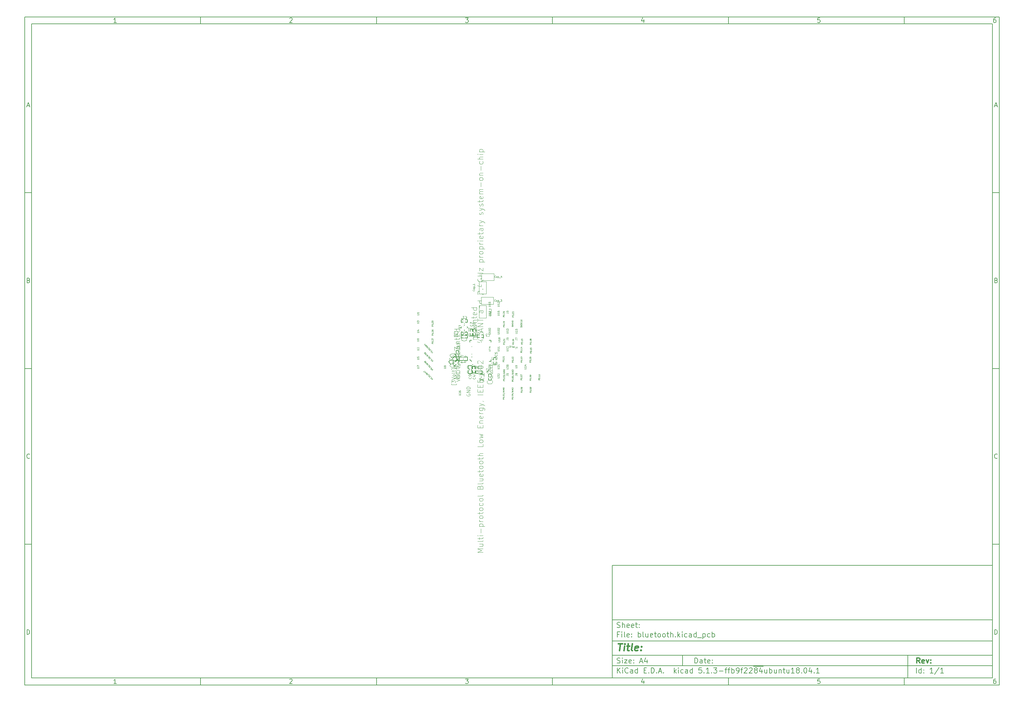
<source format=gbr>
%TF.GenerationSoftware,KiCad,Pcbnew,5.1.3-ffb9f22~84~ubuntu18.04.1*%
%TF.CreationDate,2019-07-25T20:13:38+03:00*%
%TF.ProjectId,bluetooth,626c7565-746f-46f7-9468-2e6b69636164,rev?*%
%TF.SameCoordinates,Original*%
%TF.FileFunction,Legend,Top*%
%TF.FilePolarity,Positive*%
%FSLAX45Y45*%
G04 Gerber Fmt 4.5, Leading zero omitted, Abs format (unit mm)*
G04 Created by KiCad (PCBNEW 5.1.3-ffb9f22~84~ubuntu18.04.1) date 2019-07-25 20:13:38*
%MOMM*%
%LPD*%
G04 APERTURE LIST*
%ADD10C,0.100000*%
%ADD11C,0.150000*%
%ADD12C,0.300000*%
%ADD13C,0.400000*%
%ADD14C,0.152400*%
%ADD15C,0.200000*%
%ADD16C,0.062500*%
%ADD17C,0.050000*%
%ADD18R,1.750000X0.800000*%
%ADD19R,0.800000X1.750000*%
%ADD20C,1.300000*%
%ADD21O,0.200000X0.650000*%
%ADD22O,0.650000X0.200000*%
%ADD23R,4.700000X4.700000*%
%ADD24R,0.500000X0.600000*%
%ADD25C,0.750000*%
%ADD26C,0.500000*%
%ADD27R,0.750000X0.800000*%
%ADD28R,0.600000X0.500000*%
%ADD29R,0.850000X0.950000*%
%ADD30R,0.800000X0.750000*%
%ADD31R,1.000000X1.800000*%
G04 APERTURE END LIST*
D10*
D11*
X17700220Y-16600720D02*
X17700220Y-19800720D01*
X28500220Y-19800720D01*
X28500220Y-16600720D01*
X17700220Y-16600720D01*
D10*
D11*
X1000000Y-1000000D02*
X1000000Y-20000720D01*
X28700220Y-20000720D01*
X28700220Y-1000000D01*
X1000000Y-1000000D01*
D10*
D11*
X1200000Y-1200000D02*
X1200000Y-19800720D01*
X28500220Y-19800720D01*
X28500220Y-1200000D01*
X1200000Y-1200000D01*
D10*
D11*
X6000000Y-1200000D02*
X6000000Y-1000000D01*
D10*
D11*
X11000000Y-1200000D02*
X11000000Y-1000000D01*
D10*
D11*
X16000000Y-1200000D02*
X16000000Y-1000000D01*
D10*
D11*
X21000000Y-1200000D02*
X21000000Y-1000000D01*
D10*
D11*
X26000000Y-1200000D02*
X26000000Y-1000000D01*
D10*
D11*
X3606548Y-1158810D02*
X3532262Y-1158810D01*
X3569405Y-1158810D02*
X3569405Y-1028809D01*
X3557024Y-1047381D01*
X3544643Y-1059762D01*
X3532262Y-1065952D01*
D10*
D11*
X8532262Y-1041190D02*
X8538452Y-1035000D01*
X8550833Y-1028809D01*
X8581786Y-1028809D01*
X8594167Y-1035000D01*
X8600357Y-1041190D01*
X8606548Y-1053571D01*
X8606548Y-1065952D01*
X8600357Y-1084524D01*
X8526071Y-1158810D01*
X8606548Y-1158810D01*
D10*
D11*
X13526071Y-1028809D02*
X13606548Y-1028809D01*
X13563214Y-1078333D01*
X13581786Y-1078333D01*
X13594167Y-1084524D01*
X13600357Y-1090714D01*
X13606548Y-1103095D01*
X13606548Y-1134048D01*
X13600357Y-1146429D01*
X13594167Y-1152619D01*
X13581786Y-1158810D01*
X13544643Y-1158810D01*
X13532262Y-1152619D01*
X13526071Y-1146429D01*
D10*
D11*
X18594167Y-1072143D02*
X18594167Y-1158810D01*
X18563214Y-1022619D02*
X18532262Y-1115476D01*
X18612738Y-1115476D01*
D10*
D11*
X23600357Y-1028809D02*
X23538452Y-1028809D01*
X23532262Y-1090714D01*
X23538452Y-1084524D01*
X23550833Y-1078333D01*
X23581786Y-1078333D01*
X23594167Y-1084524D01*
X23600357Y-1090714D01*
X23606548Y-1103095D01*
X23606548Y-1134048D01*
X23600357Y-1146429D01*
X23594167Y-1152619D01*
X23581786Y-1158810D01*
X23550833Y-1158810D01*
X23538452Y-1152619D01*
X23532262Y-1146429D01*
D10*
D11*
X28594167Y-1028809D02*
X28569405Y-1028809D01*
X28557024Y-1035000D01*
X28550833Y-1041190D01*
X28538452Y-1059762D01*
X28532262Y-1084524D01*
X28532262Y-1134048D01*
X28538452Y-1146429D01*
X28544643Y-1152619D01*
X28557024Y-1158810D01*
X28581786Y-1158810D01*
X28594167Y-1152619D01*
X28600357Y-1146429D01*
X28606548Y-1134048D01*
X28606548Y-1103095D01*
X28600357Y-1090714D01*
X28594167Y-1084524D01*
X28581786Y-1078333D01*
X28557024Y-1078333D01*
X28544643Y-1084524D01*
X28538452Y-1090714D01*
X28532262Y-1103095D01*
D10*
D11*
X6000000Y-19800720D02*
X6000000Y-20000720D01*
D10*
D11*
X11000000Y-19800720D02*
X11000000Y-20000720D01*
D10*
D11*
X16000000Y-19800720D02*
X16000000Y-20000720D01*
D10*
D11*
X21000000Y-19800720D02*
X21000000Y-20000720D01*
D10*
D11*
X26000000Y-19800720D02*
X26000000Y-20000720D01*
D10*
D11*
X3606548Y-19959530D02*
X3532262Y-19959530D01*
X3569405Y-19959530D02*
X3569405Y-19829530D01*
X3557024Y-19848101D01*
X3544643Y-19860482D01*
X3532262Y-19866672D01*
D10*
D11*
X8532262Y-19841910D02*
X8538452Y-19835720D01*
X8550833Y-19829530D01*
X8581786Y-19829530D01*
X8594167Y-19835720D01*
X8600357Y-19841910D01*
X8606548Y-19854291D01*
X8606548Y-19866672D01*
X8600357Y-19885244D01*
X8526071Y-19959530D01*
X8606548Y-19959530D01*
D10*
D11*
X13526071Y-19829530D02*
X13606548Y-19829530D01*
X13563214Y-19879053D01*
X13581786Y-19879053D01*
X13594167Y-19885244D01*
X13600357Y-19891434D01*
X13606548Y-19903815D01*
X13606548Y-19934768D01*
X13600357Y-19947149D01*
X13594167Y-19953339D01*
X13581786Y-19959530D01*
X13544643Y-19959530D01*
X13532262Y-19953339D01*
X13526071Y-19947149D01*
D10*
D11*
X18594167Y-19872863D02*
X18594167Y-19959530D01*
X18563214Y-19823339D02*
X18532262Y-19916196D01*
X18612738Y-19916196D01*
D10*
D11*
X23600357Y-19829530D02*
X23538452Y-19829530D01*
X23532262Y-19891434D01*
X23538452Y-19885244D01*
X23550833Y-19879053D01*
X23581786Y-19879053D01*
X23594167Y-19885244D01*
X23600357Y-19891434D01*
X23606548Y-19903815D01*
X23606548Y-19934768D01*
X23600357Y-19947149D01*
X23594167Y-19953339D01*
X23581786Y-19959530D01*
X23550833Y-19959530D01*
X23538452Y-19953339D01*
X23532262Y-19947149D01*
D10*
D11*
X28594167Y-19829530D02*
X28569405Y-19829530D01*
X28557024Y-19835720D01*
X28550833Y-19841910D01*
X28538452Y-19860482D01*
X28532262Y-19885244D01*
X28532262Y-19934768D01*
X28538452Y-19947149D01*
X28544643Y-19953339D01*
X28557024Y-19959530D01*
X28581786Y-19959530D01*
X28594167Y-19953339D01*
X28600357Y-19947149D01*
X28606548Y-19934768D01*
X28606548Y-19903815D01*
X28600357Y-19891434D01*
X28594167Y-19885244D01*
X28581786Y-19879053D01*
X28557024Y-19879053D01*
X28544643Y-19885244D01*
X28538452Y-19891434D01*
X28532262Y-19903815D01*
D10*
D11*
X1000000Y-6000000D02*
X1200000Y-6000000D01*
D10*
D11*
X1000000Y-11000000D02*
X1200000Y-11000000D01*
D10*
D11*
X1000000Y-16000000D02*
X1200000Y-16000000D01*
D10*
D11*
X1069048Y-3521667D02*
X1130952Y-3521667D01*
X1056667Y-3558809D02*
X1100000Y-3428809D01*
X1143333Y-3558809D01*
D10*
D11*
X1109286Y-8490714D02*
X1127857Y-8496905D01*
X1134048Y-8503095D01*
X1140238Y-8515476D01*
X1140238Y-8534048D01*
X1134048Y-8546429D01*
X1127857Y-8552619D01*
X1115476Y-8558810D01*
X1065952Y-8558810D01*
X1065952Y-8428810D01*
X1109286Y-8428810D01*
X1121667Y-8435000D01*
X1127857Y-8441190D01*
X1134048Y-8453571D01*
X1134048Y-8465952D01*
X1127857Y-8478333D01*
X1121667Y-8484524D01*
X1109286Y-8490714D01*
X1065952Y-8490714D01*
D10*
D11*
X1140238Y-13546428D02*
X1134048Y-13552619D01*
X1115476Y-13558809D01*
X1103095Y-13558809D01*
X1084524Y-13552619D01*
X1072143Y-13540238D01*
X1065952Y-13527857D01*
X1059762Y-13503095D01*
X1059762Y-13484524D01*
X1065952Y-13459762D01*
X1072143Y-13447381D01*
X1084524Y-13435000D01*
X1103095Y-13428809D01*
X1115476Y-13428809D01*
X1134048Y-13435000D01*
X1140238Y-13441190D01*
D10*
D11*
X1065952Y-18558810D02*
X1065952Y-18428810D01*
X1096905Y-18428810D01*
X1115476Y-18435000D01*
X1127857Y-18447381D01*
X1134048Y-18459762D01*
X1140238Y-18484524D01*
X1140238Y-18503095D01*
X1134048Y-18527857D01*
X1127857Y-18540238D01*
X1115476Y-18552619D01*
X1096905Y-18558810D01*
X1065952Y-18558810D01*
D10*
D11*
X28700220Y-6000000D02*
X28500220Y-6000000D01*
D10*
D11*
X28700220Y-11000000D02*
X28500220Y-11000000D01*
D10*
D11*
X28700220Y-16000000D02*
X28500220Y-16000000D01*
D10*
D11*
X28569268Y-3521667D02*
X28631172Y-3521667D01*
X28556887Y-3558809D02*
X28600220Y-3428809D01*
X28643553Y-3558809D01*
D10*
D11*
X28609506Y-8490714D02*
X28628077Y-8496905D01*
X28634268Y-8503095D01*
X28640458Y-8515476D01*
X28640458Y-8534048D01*
X28634268Y-8546429D01*
X28628077Y-8552619D01*
X28615696Y-8558810D01*
X28566172Y-8558810D01*
X28566172Y-8428810D01*
X28609506Y-8428810D01*
X28621887Y-8435000D01*
X28628077Y-8441190D01*
X28634268Y-8453571D01*
X28634268Y-8465952D01*
X28628077Y-8478333D01*
X28621887Y-8484524D01*
X28609506Y-8490714D01*
X28566172Y-8490714D01*
D10*
D11*
X28640458Y-13546428D02*
X28634268Y-13552619D01*
X28615696Y-13558809D01*
X28603315Y-13558809D01*
X28584744Y-13552619D01*
X28572363Y-13540238D01*
X28566172Y-13527857D01*
X28559982Y-13503095D01*
X28559982Y-13484524D01*
X28566172Y-13459762D01*
X28572363Y-13447381D01*
X28584744Y-13435000D01*
X28603315Y-13428809D01*
X28615696Y-13428809D01*
X28634268Y-13435000D01*
X28640458Y-13441190D01*
D10*
D11*
X28566172Y-18558810D02*
X28566172Y-18428810D01*
X28597125Y-18428810D01*
X28615696Y-18435000D01*
X28628077Y-18447381D01*
X28634268Y-18459762D01*
X28640458Y-18484524D01*
X28640458Y-18503095D01*
X28634268Y-18527857D01*
X28628077Y-18540238D01*
X28615696Y-18552619D01*
X28597125Y-18558810D01*
X28566172Y-18558810D01*
D10*
D11*
X20043434Y-19378577D02*
X20043434Y-19228577D01*
X20079149Y-19228577D01*
X20100577Y-19235720D01*
X20114863Y-19250006D01*
X20122006Y-19264291D01*
X20129149Y-19292863D01*
X20129149Y-19314291D01*
X20122006Y-19342863D01*
X20114863Y-19357149D01*
X20100577Y-19371434D01*
X20079149Y-19378577D01*
X20043434Y-19378577D01*
X20257720Y-19378577D02*
X20257720Y-19300006D01*
X20250577Y-19285720D01*
X20236291Y-19278577D01*
X20207720Y-19278577D01*
X20193434Y-19285720D01*
X20257720Y-19371434D02*
X20243434Y-19378577D01*
X20207720Y-19378577D01*
X20193434Y-19371434D01*
X20186291Y-19357149D01*
X20186291Y-19342863D01*
X20193434Y-19328577D01*
X20207720Y-19321434D01*
X20243434Y-19321434D01*
X20257720Y-19314291D01*
X20307720Y-19278577D02*
X20364863Y-19278577D01*
X20329149Y-19228577D02*
X20329149Y-19357149D01*
X20336291Y-19371434D01*
X20350577Y-19378577D01*
X20364863Y-19378577D01*
X20472006Y-19371434D02*
X20457720Y-19378577D01*
X20429149Y-19378577D01*
X20414863Y-19371434D01*
X20407720Y-19357149D01*
X20407720Y-19300006D01*
X20414863Y-19285720D01*
X20429149Y-19278577D01*
X20457720Y-19278577D01*
X20472006Y-19285720D01*
X20479149Y-19300006D01*
X20479149Y-19314291D01*
X20407720Y-19328577D01*
X20543434Y-19364291D02*
X20550577Y-19371434D01*
X20543434Y-19378577D01*
X20536291Y-19371434D01*
X20543434Y-19364291D01*
X20543434Y-19378577D01*
X20543434Y-19285720D02*
X20550577Y-19292863D01*
X20543434Y-19300006D01*
X20536291Y-19292863D01*
X20543434Y-19285720D01*
X20543434Y-19300006D01*
D10*
D11*
X17700220Y-19450720D02*
X28500220Y-19450720D01*
D10*
D11*
X17843434Y-19658577D02*
X17843434Y-19508577D01*
X17929149Y-19658577D02*
X17864863Y-19572863D01*
X17929149Y-19508577D02*
X17843434Y-19594291D01*
X17993434Y-19658577D02*
X17993434Y-19558577D01*
X17993434Y-19508577D02*
X17986291Y-19515720D01*
X17993434Y-19522863D01*
X18000577Y-19515720D01*
X17993434Y-19508577D01*
X17993434Y-19522863D01*
X18150577Y-19644291D02*
X18143434Y-19651434D01*
X18122006Y-19658577D01*
X18107720Y-19658577D01*
X18086291Y-19651434D01*
X18072006Y-19637149D01*
X18064863Y-19622863D01*
X18057720Y-19594291D01*
X18057720Y-19572863D01*
X18064863Y-19544291D01*
X18072006Y-19530006D01*
X18086291Y-19515720D01*
X18107720Y-19508577D01*
X18122006Y-19508577D01*
X18143434Y-19515720D01*
X18150577Y-19522863D01*
X18279149Y-19658577D02*
X18279149Y-19580006D01*
X18272006Y-19565720D01*
X18257720Y-19558577D01*
X18229149Y-19558577D01*
X18214863Y-19565720D01*
X18279149Y-19651434D02*
X18264863Y-19658577D01*
X18229149Y-19658577D01*
X18214863Y-19651434D01*
X18207720Y-19637149D01*
X18207720Y-19622863D01*
X18214863Y-19608577D01*
X18229149Y-19601434D01*
X18264863Y-19601434D01*
X18279149Y-19594291D01*
X18414863Y-19658577D02*
X18414863Y-19508577D01*
X18414863Y-19651434D02*
X18400577Y-19658577D01*
X18372006Y-19658577D01*
X18357720Y-19651434D01*
X18350577Y-19644291D01*
X18343434Y-19630006D01*
X18343434Y-19587149D01*
X18350577Y-19572863D01*
X18357720Y-19565720D01*
X18372006Y-19558577D01*
X18400577Y-19558577D01*
X18414863Y-19565720D01*
X18600577Y-19580006D02*
X18650577Y-19580006D01*
X18672006Y-19658577D02*
X18600577Y-19658577D01*
X18600577Y-19508577D01*
X18672006Y-19508577D01*
X18736291Y-19644291D02*
X18743434Y-19651434D01*
X18736291Y-19658577D01*
X18729149Y-19651434D01*
X18736291Y-19644291D01*
X18736291Y-19658577D01*
X18807720Y-19658577D02*
X18807720Y-19508577D01*
X18843434Y-19508577D01*
X18864863Y-19515720D01*
X18879149Y-19530006D01*
X18886291Y-19544291D01*
X18893434Y-19572863D01*
X18893434Y-19594291D01*
X18886291Y-19622863D01*
X18879149Y-19637149D01*
X18864863Y-19651434D01*
X18843434Y-19658577D01*
X18807720Y-19658577D01*
X18957720Y-19644291D02*
X18964863Y-19651434D01*
X18957720Y-19658577D01*
X18950577Y-19651434D01*
X18957720Y-19644291D01*
X18957720Y-19658577D01*
X19022006Y-19615720D02*
X19093434Y-19615720D01*
X19007720Y-19658577D02*
X19057720Y-19508577D01*
X19107720Y-19658577D01*
X19157720Y-19644291D02*
X19164863Y-19651434D01*
X19157720Y-19658577D01*
X19150577Y-19651434D01*
X19157720Y-19644291D01*
X19157720Y-19658577D01*
X19457720Y-19658577D02*
X19457720Y-19508577D01*
X19472006Y-19601434D02*
X19514863Y-19658577D01*
X19514863Y-19558577D02*
X19457720Y-19615720D01*
X19579149Y-19658577D02*
X19579149Y-19558577D01*
X19579149Y-19508577D02*
X19572006Y-19515720D01*
X19579149Y-19522863D01*
X19586291Y-19515720D01*
X19579149Y-19508577D01*
X19579149Y-19522863D01*
X19714863Y-19651434D02*
X19700577Y-19658577D01*
X19672006Y-19658577D01*
X19657720Y-19651434D01*
X19650577Y-19644291D01*
X19643434Y-19630006D01*
X19643434Y-19587149D01*
X19650577Y-19572863D01*
X19657720Y-19565720D01*
X19672006Y-19558577D01*
X19700577Y-19558577D01*
X19714863Y-19565720D01*
X19843434Y-19658577D02*
X19843434Y-19580006D01*
X19836291Y-19565720D01*
X19822006Y-19558577D01*
X19793434Y-19558577D01*
X19779149Y-19565720D01*
X19843434Y-19651434D02*
X19829149Y-19658577D01*
X19793434Y-19658577D01*
X19779149Y-19651434D01*
X19772006Y-19637149D01*
X19772006Y-19622863D01*
X19779149Y-19608577D01*
X19793434Y-19601434D01*
X19829149Y-19601434D01*
X19843434Y-19594291D01*
X19979149Y-19658577D02*
X19979149Y-19508577D01*
X19979149Y-19651434D02*
X19964863Y-19658577D01*
X19936291Y-19658577D01*
X19922006Y-19651434D01*
X19914863Y-19644291D01*
X19907720Y-19630006D01*
X19907720Y-19587149D01*
X19914863Y-19572863D01*
X19922006Y-19565720D01*
X19936291Y-19558577D01*
X19964863Y-19558577D01*
X19979149Y-19565720D01*
X20236291Y-19508577D02*
X20164863Y-19508577D01*
X20157720Y-19580006D01*
X20164863Y-19572863D01*
X20179149Y-19565720D01*
X20214863Y-19565720D01*
X20229149Y-19572863D01*
X20236291Y-19580006D01*
X20243434Y-19594291D01*
X20243434Y-19630006D01*
X20236291Y-19644291D01*
X20229149Y-19651434D01*
X20214863Y-19658577D01*
X20179149Y-19658577D01*
X20164863Y-19651434D01*
X20157720Y-19644291D01*
X20307720Y-19644291D02*
X20314863Y-19651434D01*
X20307720Y-19658577D01*
X20300577Y-19651434D01*
X20307720Y-19644291D01*
X20307720Y-19658577D01*
X20457720Y-19658577D02*
X20372006Y-19658577D01*
X20414863Y-19658577D02*
X20414863Y-19508577D01*
X20400577Y-19530006D01*
X20386291Y-19544291D01*
X20372006Y-19551434D01*
X20522006Y-19644291D02*
X20529149Y-19651434D01*
X20522006Y-19658577D01*
X20514863Y-19651434D01*
X20522006Y-19644291D01*
X20522006Y-19658577D01*
X20579149Y-19508577D02*
X20672006Y-19508577D01*
X20622006Y-19565720D01*
X20643434Y-19565720D01*
X20657720Y-19572863D01*
X20664863Y-19580006D01*
X20672006Y-19594291D01*
X20672006Y-19630006D01*
X20664863Y-19644291D01*
X20657720Y-19651434D01*
X20643434Y-19658577D01*
X20600577Y-19658577D01*
X20586291Y-19651434D01*
X20579149Y-19644291D01*
X20736291Y-19601434D02*
X20850577Y-19601434D01*
X20900577Y-19558577D02*
X20957720Y-19558577D01*
X20922006Y-19658577D02*
X20922006Y-19530006D01*
X20929149Y-19515720D01*
X20943434Y-19508577D01*
X20957720Y-19508577D01*
X20986291Y-19558577D02*
X21043434Y-19558577D01*
X21007720Y-19658577D02*
X21007720Y-19530006D01*
X21014863Y-19515720D01*
X21029149Y-19508577D01*
X21043434Y-19508577D01*
X21093434Y-19658577D02*
X21093434Y-19508577D01*
X21093434Y-19565720D02*
X21107720Y-19558577D01*
X21136291Y-19558577D01*
X21150577Y-19565720D01*
X21157720Y-19572863D01*
X21164863Y-19587149D01*
X21164863Y-19630006D01*
X21157720Y-19644291D01*
X21150577Y-19651434D01*
X21136291Y-19658577D01*
X21107720Y-19658577D01*
X21093434Y-19651434D01*
X21236291Y-19658577D02*
X21264863Y-19658577D01*
X21279149Y-19651434D01*
X21286291Y-19644291D01*
X21300577Y-19622863D01*
X21307720Y-19594291D01*
X21307720Y-19537149D01*
X21300577Y-19522863D01*
X21293434Y-19515720D01*
X21279149Y-19508577D01*
X21250577Y-19508577D01*
X21236291Y-19515720D01*
X21229149Y-19522863D01*
X21222006Y-19537149D01*
X21222006Y-19572863D01*
X21229149Y-19587149D01*
X21236291Y-19594291D01*
X21250577Y-19601434D01*
X21279149Y-19601434D01*
X21293434Y-19594291D01*
X21300577Y-19587149D01*
X21307720Y-19572863D01*
X21350577Y-19558577D02*
X21407720Y-19558577D01*
X21372006Y-19658577D02*
X21372006Y-19530006D01*
X21379149Y-19515720D01*
X21393434Y-19508577D01*
X21407720Y-19508577D01*
X21450577Y-19522863D02*
X21457720Y-19515720D01*
X21472006Y-19508577D01*
X21507720Y-19508577D01*
X21522006Y-19515720D01*
X21529149Y-19522863D01*
X21536291Y-19537149D01*
X21536291Y-19551434D01*
X21529149Y-19572863D01*
X21443434Y-19658577D01*
X21536291Y-19658577D01*
X21593434Y-19522863D02*
X21600577Y-19515720D01*
X21614863Y-19508577D01*
X21650577Y-19508577D01*
X21664863Y-19515720D01*
X21672006Y-19522863D01*
X21679149Y-19537149D01*
X21679149Y-19551434D01*
X21672006Y-19572863D01*
X21586291Y-19658577D01*
X21679149Y-19658577D01*
X21707720Y-19467720D02*
X21850577Y-19467720D01*
X21764863Y-19572863D02*
X21750577Y-19565720D01*
X21743434Y-19558577D01*
X21736291Y-19544291D01*
X21736291Y-19537149D01*
X21743434Y-19522863D01*
X21750577Y-19515720D01*
X21764863Y-19508577D01*
X21793434Y-19508577D01*
X21807720Y-19515720D01*
X21814863Y-19522863D01*
X21822006Y-19537149D01*
X21822006Y-19544291D01*
X21814863Y-19558577D01*
X21807720Y-19565720D01*
X21793434Y-19572863D01*
X21764863Y-19572863D01*
X21750577Y-19580006D01*
X21743434Y-19587149D01*
X21736291Y-19601434D01*
X21736291Y-19630006D01*
X21743434Y-19644291D01*
X21750577Y-19651434D01*
X21764863Y-19658577D01*
X21793434Y-19658577D01*
X21807720Y-19651434D01*
X21814863Y-19644291D01*
X21822006Y-19630006D01*
X21822006Y-19601434D01*
X21814863Y-19587149D01*
X21807720Y-19580006D01*
X21793434Y-19572863D01*
X21850577Y-19467720D02*
X21993434Y-19467720D01*
X21950577Y-19558577D02*
X21950577Y-19658577D01*
X21914863Y-19501434D02*
X21879149Y-19608577D01*
X21972006Y-19608577D01*
X22093434Y-19558577D02*
X22093434Y-19658577D01*
X22029149Y-19558577D02*
X22029149Y-19637149D01*
X22036291Y-19651434D01*
X22050577Y-19658577D01*
X22072006Y-19658577D01*
X22086291Y-19651434D01*
X22093434Y-19644291D01*
X22164863Y-19658577D02*
X22164863Y-19508577D01*
X22164863Y-19565720D02*
X22179149Y-19558577D01*
X22207720Y-19558577D01*
X22222006Y-19565720D01*
X22229149Y-19572863D01*
X22236291Y-19587149D01*
X22236291Y-19630006D01*
X22229149Y-19644291D01*
X22222006Y-19651434D01*
X22207720Y-19658577D01*
X22179149Y-19658577D01*
X22164863Y-19651434D01*
X22364863Y-19558577D02*
X22364863Y-19658577D01*
X22300577Y-19558577D02*
X22300577Y-19637149D01*
X22307720Y-19651434D01*
X22322006Y-19658577D01*
X22343434Y-19658577D01*
X22357720Y-19651434D01*
X22364863Y-19644291D01*
X22436291Y-19558577D02*
X22436291Y-19658577D01*
X22436291Y-19572863D02*
X22443434Y-19565720D01*
X22457720Y-19558577D01*
X22479148Y-19558577D01*
X22493434Y-19565720D01*
X22500577Y-19580006D01*
X22500577Y-19658577D01*
X22550577Y-19558577D02*
X22607720Y-19558577D01*
X22572006Y-19508577D02*
X22572006Y-19637149D01*
X22579148Y-19651434D01*
X22593434Y-19658577D01*
X22607720Y-19658577D01*
X22722006Y-19558577D02*
X22722006Y-19658577D01*
X22657720Y-19558577D02*
X22657720Y-19637149D01*
X22664863Y-19651434D01*
X22679148Y-19658577D01*
X22700577Y-19658577D01*
X22714863Y-19651434D01*
X22722006Y-19644291D01*
X22872006Y-19658577D02*
X22786291Y-19658577D01*
X22829148Y-19658577D02*
X22829148Y-19508577D01*
X22814863Y-19530006D01*
X22800577Y-19544291D01*
X22786291Y-19551434D01*
X22957720Y-19572863D02*
X22943434Y-19565720D01*
X22936291Y-19558577D01*
X22929148Y-19544291D01*
X22929148Y-19537149D01*
X22936291Y-19522863D01*
X22943434Y-19515720D01*
X22957720Y-19508577D01*
X22986291Y-19508577D01*
X23000577Y-19515720D01*
X23007720Y-19522863D01*
X23014863Y-19537149D01*
X23014863Y-19544291D01*
X23007720Y-19558577D01*
X23000577Y-19565720D01*
X22986291Y-19572863D01*
X22957720Y-19572863D01*
X22943434Y-19580006D01*
X22936291Y-19587149D01*
X22929148Y-19601434D01*
X22929148Y-19630006D01*
X22936291Y-19644291D01*
X22943434Y-19651434D01*
X22957720Y-19658577D01*
X22986291Y-19658577D01*
X23000577Y-19651434D01*
X23007720Y-19644291D01*
X23014863Y-19630006D01*
X23014863Y-19601434D01*
X23007720Y-19587149D01*
X23000577Y-19580006D01*
X22986291Y-19572863D01*
X23079148Y-19644291D02*
X23086291Y-19651434D01*
X23079148Y-19658577D01*
X23072006Y-19651434D01*
X23079148Y-19644291D01*
X23079148Y-19658577D01*
X23179148Y-19508577D02*
X23193434Y-19508577D01*
X23207720Y-19515720D01*
X23214863Y-19522863D01*
X23222006Y-19537149D01*
X23229148Y-19565720D01*
X23229148Y-19601434D01*
X23222006Y-19630006D01*
X23214863Y-19644291D01*
X23207720Y-19651434D01*
X23193434Y-19658577D01*
X23179148Y-19658577D01*
X23164863Y-19651434D01*
X23157720Y-19644291D01*
X23150577Y-19630006D01*
X23143434Y-19601434D01*
X23143434Y-19565720D01*
X23150577Y-19537149D01*
X23157720Y-19522863D01*
X23164863Y-19515720D01*
X23179148Y-19508577D01*
X23357720Y-19558577D02*
X23357720Y-19658577D01*
X23322006Y-19501434D02*
X23286291Y-19608577D01*
X23379148Y-19608577D01*
X23436291Y-19644291D02*
X23443434Y-19651434D01*
X23436291Y-19658577D01*
X23429148Y-19651434D01*
X23436291Y-19644291D01*
X23436291Y-19658577D01*
X23586291Y-19658577D02*
X23500577Y-19658577D01*
X23543434Y-19658577D02*
X23543434Y-19508577D01*
X23529148Y-19530006D01*
X23514863Y-19544291D01*
X23500577Y-19551434D01*
D10*
D11*
X17700220Y-19150720D02*
X28500220Y-19150720D01*
D10*
D12*
X26441148Y-19378577D02*
X26391148Y-19307149D01*
X26355434Y-19378577D02*
X26355434Y-19228577D01*
X26412577Y-19228577D01*
X26426863Y-19235720D01*
X26434006Y-19242863D01*
X26441148Y-19257149D01*
X26441148Y-19278577D01*
X26434006Y-19292863D01*
X26426863Y-19300006D01*
X26412577Y-19307149D01*
X26355434Y-19307149D01*
X26562577Y-19371434D02*
X26548291Y-19378577D01*
X26519720Y-19378577D01*
X26505434Y-19371434D01*
X26498291Y-19357149D01*
X26498291Y-19300006D01*
X26505434Y-19285720D01*
X26519720Y-19278577D01*
X26548291Y-19278577D01*
X26562577Y-19285720D01*
X26569720Y-19300006D01*
X26569720Y-19314291D01*
X26498291Y-19328577D01*
X26619720Y-19278577D02*
X26655434Y-19378577D01*
X26691148Y-19278577D01*
X26748291Y-19364291D02*
X26755434Y-19371434D01*
X26748291Y-19378577D01*
X26741148Y-19371434D01*
X26748291Y-19364291D01*
X26748291Y-19378577D01*
X26748291Y-19285720D02*
X26755434Y-19292863D01*
X26748291Y-19300006D01*
X26741148Y-19292863D01*
X26748291Y-19285720D01*
X26748291Y-19300006D01*
D10*
D11*
X17836291Y-19371434D02*
X17857720Y-19378577D01*
X17893434Y-19378577D01*
X17907720Y-19371434D01*
X17914863Y-19364291D01*
X17922006Y-19350006D01*
X17922006Y-19335720D01*
X17914863Y-19321434D01*
X17907720Y-19314291D01*
X17893434Y-19307149D01*
X17864863Y-19300006D01*
X17850577Y-19292863D01*
X17843434Y-19285720D01*
X17836291Y-19271434D01*
X17836291Y-19257149D01*
X17843434Y-19242863D01*
X17850577Y-19235720D01*
X17864863Y-19228577D01*
X17900577Y-19228577D01*
X17922006Y-19235720D01*
X17986291Y-19378577D02*
X17986291Y-19278577D01*
X17986291Y-19228577D02*
X17979149Y-19235720D01*
X17986291Y-19242863D01*
X17993434Y-19235720D01*
X17986291Y-19228577D01*
X17986291Y-19242863D01*
X18043434Y-19278577D02*
X18122006Y-19278577D01*
X18043434Y-19378577D01*
X18122006Y-19378577D01*
X18236291Y-19371434D02*
X18222006Y-19378577D01*
X18193434Y-19378577D01*
X18179149Y-19371434D01*
X18172006Y-19357149D01*
X18172006Y-19300006D01*
X18179149Y-19285720D01*
X18193434Y-19278577D01*
X18222006Y-19278577D01*
X18236291Y-19285720D01*
X18243434Y-19300006D01*
X18243434Y-19314291D01*
X18172006Y-19328577D01*
X18307720Y-19364291D02*
X18314863Y-19371434D01*
X18307720Y-19378577D01*
X18300577Y-19371434D01*
X18307720Y-19364291D01*
X18307720Y-19378577D01*
X18307720Y-19285720D02*
X18314863Y-19292863D01*
X18307720Y-19300006D01*
X18300577Y-19292863D01*
X18307720Y-19285720D01*
X18307720Y-19300006D01*
X18486291Y-19335720D02*
X18557720Y-19335720D01*
X18472006Y-19378577D02*
X18522006Y-19228577D01*
X18572006Y-19378577D01*
X18686291Y-19278577D02*
X18686291Y-19378577D01*
X18650577Y-19221434D02*
X18614863Y-19328577D01*
X18707720Y-19328577D01*
D10*
D11*
X26343434Y-19658577D02*
X26343434Y-19508577D01*
X26479148Y-19658577D02*
X26479148Y-19508577D01*
X26479148Y-19651434D02*
X26464863Y-19658577D01*
X26436291Y-19658577D01*
X26422006Y-19651434D01*
X26414863Y-19644291D01*
X26407720Y-19630006D01*
X26407720Y-19587149D01*
X26414863Y-19572863D01*
X26422006Y-19565720D01*
X26436291Y-19558577D01*
X26464863Y-19558577D01*
X26479148Y-19565720D01*
X26550577Y-19644291D02*
X26557720Y-19651434D01*
X26550577Y-19658577D01*
X26543434Y-19651434D01*
X26550577Y-19644291D01*
X26550577Y-19658577D01*
X26550577Y-19565720D02*
X26557720Y-19572863D01*
X26550577Y-19580006D01*
X26543434Y-19572863D01*
X26550577Y-19565720D01*
X26550577Y-19580006D01*
X26814863Y-19658577D02*
X26729148Y-19658577D01*
X26772006Y-19658577D02*
X26772006Y-19508577D01*
X26757720Y-19530006D01*
X26743434Y-19544291D01*
X26729148Y-19551434D01*
X26986291Y-19501434D02*
X26857720Y-19694291D01*
X27114863Y-19658577D02*
X27029148Y-19658577D01*
X27072006Y-19658577D02*
X27072006Y-19508577D01*
X27057720Y-19530006D01*
X27043434Y-19544291D01*
X27029148Y-19551434D01*
D10*
D11*
X17700220Y-18750720D02*
X28500220Y-18750720D01*
D10*
D13*
X17871458Y-18821196D02*
X17985744Y-18821196D01*
X17903601Y-19021196D02*
X17928601Y-18821196D01*
X18027410Y-19021196D02*
X18044077Y-18887863D01*
X18052410Y-18821196D02*
X18041696Y-18830720D01*
X18050030Y-18840244D01*
X18060744Y-18830720D01*
X18052410Y-18821196D01*
X18050030Y-18840244D01*
X18110744Y-18887863D02*
X18186934Y-18887863D01*
X18147649Y-18821196D02*
X18126220Y-18992625D01*
X18133363Y-19011672D01*
X18151220Y-19021196D01*
X18170268Y-19021196D01*
X18265506Y-19021196D02*
X18247649Y-19011672D01*
X18240506Y-18992625D01*
X18261934Y-18821196D01*
X18419077Y-19011672D02*
X18398839Y-19021196D01*
X18360744Y-19021196D01*
X18342887Y-19011672D01*
X18335744Y-18992625D01*
X18345268Y-18916434D01*
X18357172Y-18897387D01*
X18377410Y-18887863D01*
X18415506Y-18887863D01*
X18433363Y-18897387D01*
X18440506Y-18916434D01*
X18438125Y-18935482D01*
X18340506Y-18954530D01*
X18515506Y-19002149D02*
X18523839Y-19011672D01*
X18513125Y-19021196D01*
X18504791Y-19011672D01*
X18515506Y-19002149D01*
X18513125Y-19021196D01*
X18528601Y-18897387D02*
X18536934Y-18906910D01*
X18526220Y-18916434D01*
X18517887Y-18906910D01*
X18528601Y-18897387D01*
X18526220Y-18916434D01*
D10*
D11*
X17893434Y-18560006D02*
X17843434Y-18560006D01*
X17843434Y-18638577D02*
X17843434Y-18488577D01*
X17914863Y-18488577D01*
X17972006Y-18638577D02*
X17972006Y-18538577D01*
X17972006Y-18488577D02*
X17964863Y-18495720D01*
X17972006Y-18502863D01*
X17979149Y-18495720D01*
X17972006Y-18488577D01*
X17972006Y-18502863D01*
X18064863Y-18638577D02*
X18050577Y-18631434D01*
X18043434Y-18617149D01*
X18043434Y-18488577D01*
X18179149Y-18631434D02*
X18164863Y-18638577D01*
X18136291Y-18638577D01*
X18122006Y-18631434D01*
X18114863Y-18617149D01*
X18114863Y-18560006D01*
X18122006Y-18545720D01*
X18136291Y-18538577D01*
X18164863Y-18538577D01*
X18179149Y-18545720D01*
X18186291Y-18560006D01*
X18186291Y-18574291D01*
X18114863Y-18588577D01*
X18250577Y-18624291D02*
X18257720Y-18631434D01*
X18250577Y-18638577D01*
X18243434Y-18631434D01*
X18250577Y-18624291D01*
X18250577Y-18638577D01*
X18250577Y-18545720D02*
X18257720Y-18552863D01*
X18250577Y-18560006D01*
X18243434Y-18552863D01*
X18250577Y-18545720D01*
X18250577Y-18560006D01*
X18436291Y-18638577D02*
X18436291Y-18488577D01*
X18436291Y-18545720D02*
X18450577Y-18538577D01*
X18479149Y-18538577D01*
X18493434Y-18545720D01*
X18500577Y-18552863D01*
X18507720Y-18567149D01*
X18507720Y-18610006D01*
X18500577Y-18624291D01*
X18493434Y-18631434D01*
X18479149Y-18638577D01*
X18450577Y-18638577D01*
X18436291Y-18631434D01*
X18593434Y-18638577D02*
X18579149Y-18631434D01*
X18572006Y-18617149D01*
X18572006Y-18488577D01*
X18714863Y-18538577D02*
X18714863Y-18638577D01*
X18650577Y-18538577D02*
X18650577Y-18617149D01*
X18657720Y-18631434D01*
X18672006Y-18638577D01*
X18693434Y-18638577D01*
X18707720Y-18631434D01*
X18714863Y-18624291D01*
X18843434Y-18631434D02*
X18829149Y-18638577D01*
X18800577Y-18638577D01*
X18786291Y-18631434D01*
X18779149Y-18617149D01*
X18779149Y-18560006D01*
X18786291Y-18545720D01*
X18800577Y-18538577D01*
X18829149Y-18538577D01*
X18843434Y-18545720D01*
X18850577Y-18560006D01*
X18850577Y-18574291D01*
X18779149Y-18588577D01*
X18893434Y-18538577D02*
X18950577Y-18538577D01*
X18914863Y-18488577D02*
X18914863Y-18617149D01*
X18922006Y-18631434D01*
X18936291Y-18638577D01*
X18950577Y-18638577D01*
X19022006Y-18638577D02*
X19007720Y-18631434D01*
X19000577Y-18624291D01*
X18993434Y-18610006D01*
X18993434Y-18567149D01*
X19000577Y-18552863D01*
X19007720Y-18545720D01*
X19022006Y-18538577D01*
X19043434Y-18538577D01*
X19057720Y-18545720D01*
X19064863Y-18552863D01*
X19072006Y-18567149D01*
X19072006Y-18610006D01*
X19064863Y-18624291D01*
X19057720Y-18631434D01*
X19043434Y-18638577D01*
X19022006Y-18638577D01*
X19157720Y-18638577D02*
X19143434Y-18631434D01*
X19136291Y-18624291D01*
X19129149Y-18610006D01*
X19129149Y-18567149D01*
X19136291Y-18552863D01*
X19143434Y-18545720D01*
X19157720Y-18538577D01*
X19179149Y-18538577D01*
X19193434Y-18545720D01*
X19200577Y-18552863D01*
X19207720Y-18567149D01*
X19207720Y-18610006D01*
X19200577Y-18624291D01*
X19193434Y-18631434D01*
X19179149Y-18638577D01*
X19157720Y-18638577D01*
X19250577Y-18538577D02*
X19307720Y-18538577D01*
X19272006Y-18488577D02*
X19272006Y-18617149D01*
X19279149Y-18631434D01*
X19293434Y-18638577D01*
X19307720Y-18638577D01*
X19357720Y-18638577D02*
X19357720Y-18488577D01*
X19422006Y-18638577D02*
X19422006Y-18560006D01*
X19414863Y-18545720D01*
X19400577Y-18538577D01*
X19379149Y-18538577D01*
X19364863Y-18545720D01*
X19357720Y-18552863D01*
X19493434Y-18624291D02*
X19500577Y-18631434D01*
X19493434Y-18638577D01*
X19486291Y-18631434D01*
X19493434Y-18624291D01*
X19493434Y-18638577D01*
X19564863Y-18638577D02*
X19564863Y-18488577D01*
X19579149Y-18581434D02*
X19622006Y-18638577D01*
X19622006Y-18538577D02*
X19564863Y-18595720D01*
X19686291Y-18638577D02*
X19686291Y-18538577D01*
X19686291Y-18488577D02*
X19679149Y-18495720D01*
X19686291Y-18502863D01*
X19693434Y-18495720D01*
X19686291Y-18488577D01*
X19686291Y-18502863D01*
X19822006Y-18631434D02*
X19807720Y-18638577D01*
X19779149Y-18638577D01*
X19764863Y-18631434D01*
X19757720Y-18624291D01*
X19750577Y-18610006D01*
X19750577Y-18567149D01*
X19757720Y-18552863D01*
X19764863Y-18545720D01*
X19779149Y-18538577D01*
X19807720Y-18538577D01*
X19822006Y-18545720D01*
X19950577Y-18638577D02*
X19950577Y-18560006D01*
X19943434Y-18545720D01*
X19929149Y-18538577D01*
X19900577Y-18538577D01*
X19886291Y-18545720D01*
X19950577Y-18631434D02*
X19936291Y-18638577D01*
X19900577Y-18638577D01*
X19886291Y-18631434D01*
X19879149Y-18617149D01*
X19879149Y-18602863D01*
X19886291Y-18588577D01*
X19900577Y-18581434D01*
X19936291Y-18581434D01*
X19950577Y-18574291D01*
X20086291Y-18638577D02*
X20086291Y-18488577D01*
X20086291Y-18631434D02*
X20072006Y-18638577D01*
X20043434Y-18638577D01*
X20029149Y-18631434D01*
X20022006Y-18624291D01*
X20014863Y-18610006D01*
X20014863Y-18567149D01*
X20022006Y-18552863D01*
X20029149Y-18545720D01*
X20043434Y-18538577D01*
X20072006Y-18538577D01*
X20086291Y-18545720D01*
X20122006Y-18652863D02*
X20236291Y-18652863D01*
X20272006Y-18538577D02*
X20272006Y-18688577D01*
X20272006Y-18545720D02*
X20286291Y-18538577D01*
X20314863Y-18538577D01*
X20329149Y-18545720D01*
X20336291Y-18552863D01*
X20343434Y-18567149D01*
X20343434Y-18610006D01*
X20336291Y-18624291D01*
X20329149Y-18631434D01*
X20314863Y-18638577D01*
X20286291Y-18638577D01*
X20272006Y-18631434D01*
X20472006Y-18631434D02*
X20457720Y-18638577D01*
X20429149Y-18638577D01*
X20414863Y-18631434D01*
X20407720Y-18624291D01*
X20400577Y-18610006D01*
X20400577Y-18567149D01*
X20407720Y-18552863D01*
X20414863Y-18545720D01*
X20429149Y-18538577D01*
X20457720Y-18538577D01*
X20472006Y-18545720D01*
X20536291Y-18638577D02*
X20536291Y-18488577D01*
X20536291Y-18545720D02*
X20550577Y-18538577D01*
X20579149Y-18538577D01*
X20593434Y-18545720D01*
X20600577Y-18552863D01*
X20607720Y-18567149D01*
X20607720Y-18610006D01*
X20600577Y-18624291D01*
X20593434Y-18631434D01*
X20579149Y-18638577D01*
X20550577Y-18638577D01*
X20536291Y-18631434D01*
D10*
D11*
X17700220Y-18150720D02*
X28500220Y-18150720D01*
D10*
D11*
X17836291Y-18361434D02*
X17857720Y-18368577D01*
X17893434Y-18368577D01*
X17907720Y-18361434D01*
X17914863Y-18354291D01*
X17922006Y-18340006D01*
X17922006Y-18325720D01*
X17914863Y-18311434D01*
X17907720Y-18304291D01*
X17893434Y-18297149D01*
X17864863Y-18290006D01*
X17850577Y-18282863D01*
X17843434Y-18275720D01*
X17836291Y-18261434D01*
X17836291Y-18247149D01*
X17843434Y-18232863D01*
X17850577Y-18225720D01*
X17864863Y-18218577D01*
X17900577Y-18218577D01*
X17922006Y-18225720D01*
X17986291Y-18368577D02*
X17986291Y-18218577D01*
X18050577Y-18368577D02*
X18050577Y-18290006D01*
X18043434Y-18275720D01*
X18029149Y-18268577D01*
X18007720Y-18268577D01*
X17993434Y-18275720D01*
X17986291Y-18282863D01*
X18179149Y-18361434D02*
X18164863Y-18368577D01*
X18136291Y-18368577D01*
X18122006Y-18361434D01*
X18114863Y-18347149D01*
X18114863Y-18290006D01*
X18122006Y-18275720D01*
X18136291Y-18268577D01*
X18164863Y-18268577D01*
X18179149Y-18275720D01*
X18186291Y-18290006D01*
X18186291Y-18304291D01*
X18114863Y-18318577D01*
X18307720Y-18361434D02*
X18293434Y-18368577D01*
X18264863Y-18368577D01*
X18250577Y-18361434D01*
X18243434Y-18347149D01*
X18243434Y-18290006D01*
X18250577Y-18275720D01*
X18264863Y-18268577D01*
X18293434Y-18268577D01*
X18307720Y-18275720D01*
X18314863Y-18290006D01*
X18314863Y-18304291D01*
X18243434Y-18318577D01*
X18357720Y-18268577D02*
X18414863Y-18268577D01*
X18379149Y-18218577D02*
X18379149Y-18347149D01*
X18386291Y-18361434D01*
X18400577Y-18368577D01*
X18414863Y-18368577D01*
X18464863Y-18354291D02*
X18472006Y-18361434D01*
X18464863Y-18368577D01*
X18457720Y-18361434D01*
X18464863Y-18354291D01*
X18464863Y-18368577D01*
X18464863Y-18275720D02*
X18472006Y-18282863D01*
X18464863Y-18290006D01*
X18457720Y-18282863D01*
X18464863Y-18275720D01*
X18464863Y-18290006D01*
D10*
D11*
X19700220Y-19150720D02*
X19700220Y-19450720D01*
D10*
D11*
X26100220Y-19150720D02*
X26100220Y-19800720D01*
D14*
X13581932Y-10773487D02*
X13581932Y-10673487D01*
X13346932Y-10773487D02*
X13346932Y-10673487D01*
D15*
X13474432Y-10753487D02*
X13454432Y-10753487D01*
D14*
X13581932Y-10773487D02*
X13489432Y-10773487D01*
X13402879Y-10039675D02*
X13402879Y-9969675D01*
X13582862Y-9684091D02*
X13517862Y-9684091D01*
X13467862Y-9684091D02*
X13402862Y-9684091D01*
X13710528Y-11148326D02*
X13610528Y-11148326D01*
X13259776Y-10668715D02*
X13259776Y-10603715D01*
X13329776Y-10553715D02*
X13329776Y-10488715D01*
X13329776Y-10668715D02*
X13259776Y-10668715D01*
X13329776Y-10668715D02*
X13329776Y-10603715D01*
X13467879Y-10039675D02*
X13402879Y-10039675D01*
X13582878Y-10039675D02*
X13517879Y-10039675D01*
X13582878Y-10039675D02*
X13582878Y-9969675D01*
D15*
X14252628Y-10197427D02*
X14202628Y-10197427D01*
D14*
X13710528Y-10913327D02*
X13610528Y-10913327D01*
D15*
X13181423Y-10801084D02*
X13196744Y-10788228D01*
D14*
X13221091Y-10793907D02*
X13291950Y-10734449D01*
X13996900Y-11136955D02*
X13931900Y-11136955D01*
X13881900Y-11136955D02*
X13816900Y-11136955D01*
X13610528Y-11005827D02*
X13610528Y-10913327D01*
X13710528Y-11148326D02*
X13710528Y-11055826D01*
X13164717Y-10871306D02*
X13214510Y-10829524D01*
X13252812Y-10797385D02*
X13302606Y-10755604D01*
X13467879Y-10058575D02*
X13402879Y-10058575D01*
X13582878Y-10058575D02*
X13517879Y-10058575D01*
D16*
X13745128Y-10887426D02*
G75*
G03X13745128Y-10887426I-12500J0D01*
G01*
D14*
X14256860Y-11334178D02*
X14256860Y-11269178D01*
X14256860Y-11219178D02*
X14256860Y-11154178D01*
X13816900Y-11136955D02*
X13816900Y-11066955D01*
X13996900Y-11136955D02*
X13996900Y-11066955D01*
X13439432Y-10773487D02*
X13346932Y-10773487D01*
D15*
X13474432Y-10693487D02*
X13454432Y-10693487D01*
D14*
X13799660Y-11005818D02*
X13799660Y-10940818D01*
X13799660Y-10940818D02*
X13729660Y-10940818D01*
X13799660Y-11120818D02*
X13729660Y-11120818D01*
X13156812Y-10717303D02*
X13227671Y-10657845D01*
X13047651Y-10808900D02*
X13118510Y-10749442D01*
X14042620Y-10113335D02*
X13977620Y-10113335D01*
X13927620Y-10113335D02*
X13862620Y-10113335D01*
X14042620Y-10043335D02*
X13977620Y-10043335D01*
D15*
X13690528Y-11040826D02*
X13690528Y-11020826D01*
D14*
X14396560Y-10756898D02*
X14396560Y-10691898D01*
X14396560Y-10691898D02*
X14326560Y-10691898D01*
X14396560Y-10871898D02*
X14326560Y-10871898D01*
X13347601Y-10809227D02*
X13302606Y-10755604D01*
X13259776Y-10553715D02*
X13259776Y-10488715D01*
X13580870Y-9842883D02*
X13580870Y-9810883D01*
D15*
X13702628Y-10797426D02*
X13652628Y-10747426D01*
D14*
X14326560Y-10756898D02*
X14326560Y-10691898D01*
X14396560Y-10871898D02*
X14396560Y-10806898D01*
X13111929Y-10885504D02*
X13182788Y-10826047D01*
D15*
X13142856Y-10755121D02*
X13158177Y-10742265D01*
D14*
X13744900Y-9944098D02*
X13744900Y-9879098D01*
X13814900Y-10059098D02*
X13814900Y-9994098D01*
X13814900Y-9944098D02*
X13814900Y-9879098D01*
X13814900Y-9879098D02*
X13744900Y-9879098D01*
D15*
X14252628Y-10247426D02*
X14252628Y-10197427D01*
D14*
X13729660Y-11120818D02*
X13729660Y-11055818D01*
X13729660Y-11005818D02*
X13729660Y-10940818D01*
X13799660Y-11120818D02*
X13799660Y-11055818D01*
X13814900Y-10059098D02*
X13744900Y-10059098D01*
X14326560Y-10871898D02*
X14326560Y-10806898D01*
X13582862Y-9614091D02*
X13517862Y-9614091D01*
X13467862Y-9614091D02*
X13402862Y-9614091D01*
X13402862Y-9684091D02*
X13402862Y-9614091D01*
X13656016Y-10059115D02*
X13656016Y-9994115D01*
X13726016Y-10059115D02*
X13656016Y-10059115D01*
X13726016Y-9879115D02*
X13656016Y-9879115D01*
X13744900Y-10059098D02*
X13744900Y-9994098D01*
X14256860Y-11154178D02*
X14186860Y-11154178D01*
X14256860Y-11334178D02*
X14186860Y-11334178D01*
X13996900Y-11066955D02*
X13931900Y-11066955D01*
X13881900Y-11066955D02*
X13816900Y-11066955D01*
D15*
X13702628Y-10197427D02*
X13652628Y-10197427D01*
D14*
X13581932Y-10673487D02*
X13489432Y-10673487D01*
X13439432Y-10673487D02*
X13346932Y-10673487D01*
D15*
X13652628Y-10247426D02*
X13652628Y-10197427D01*
D14*
X13329776Y-10488715D02*
X13259776Y-10488715D01*
X13467879Y-10128575D02*
X13402879Y-10128575D01*
X13582878Y-10128575D02*
X13517879Y-10128575D01*
X13582878Y-10128575D02*
X13582878Y-10058575D01*
X13402879Y-10128575D02*
X13402879Y-10058575D01*
X13726016Y-9944115D02*
X13726016Y-9879115D01*
X13726016Y-10059115D02*
X13726016Y-9994115D01*
X13656016Y-9944115D02*
X13656016Y-9879115D01*
X13209712Y-10924928D02*
X13259505Y-10883147D01*
X13297808Y-10851008D02*
X13347601Y-10809227D01*
X13582862Y-9684091D02*
X13582862Y-9614091D01*
X14186860Y-11334178D02*
X14186860Y-11269178D01*
X14186860Y-11219178D02*
X14186860Y-11154178D01*
X13498870Y-9934883D02*
X13486870Y-9934883D01*
X13467879Y-9969675D02*
X13402879Y-9969675D01*
X13582878Y-9969675D02*
X13517879Y-9969675D01*
D15*
X14252628Y-10797426D02*
X14252628Y-10747426D01*
D14*
X13610528Y-11148326D02*
X13610528Y-11055826D01*
D15*
X14050728Y-11169186D02*
X13930728Y-11169186D01*
D14*
X13498870Y-9718883D02*
X13486870Y-9718883D01*
X13209712Y-10924928D02*
X13164717Y-10871306D01*
D15*
X13630528Y-11040826D02*
X13630528Y-11020826D01*
D14*
X13404870Y-9842883D02*
X13404870Y-9810883D01*
D15*
X14252628Y-10797426D02*
X14202628Y-10797426D01*
D14*
X13710528Y-11005827D02*
X13710528Y-10913327D01*
D15*
X14050728Y-11319186D02*
X13930728Y-11319186D01*
D14*
X13111929Y-10885504D02*
X13047651Y-10808900D01*
X13291950Y-10734449D02*
X13227671Y-10657845D01*
X13927620Y-10043335D02*
X13862620Y-10043335D01*
X13862620Y-10113335D02*
X13862620Y-10043335D01*
X14042620Y-10113335D02*
X14042620Y-10043335D01*
D10*
X14281834Y-11018122D02*
X14285099Y-11021388D01*
X14288365Y-11031185D01*
X14288365Y-11037716D01*
X14285099Y-11047513D01*
X14278568Y-11054045D01*
X14272037Y-11057310D01*
X14258974Y-11060576D01*
X14249177Y-11060576D01*
X14236114Y-11057310D01*
X14229582Y-11054045D01*
X14223051Y-11047513D01*
X14219785Y-11037716D01*
X14219785Y-11031185D01*
X14223051Y-11021388D01*
X14226317Y-11018122D01*
X14288365Y-10952808D02*
X14288365Y-10991996D01*
X14288365Y-10972402D02*
X14219785Y-10972402D01*
X14229582Y-10978933D01*
X14236114Y-10985465D01*
X14239379Y-10991996D01*
X14226317Y-10926682D02*
X14223051Y-10923416D01*
X14219785Y-10916885D01*
X14219785Y-10900556D01*
X14223051Y-10894025D01*
X14226317Y-10890759D01*
X14232848Y-10887493D01*
X14239379Y-10887493D01*
X14249177Y-10890759D01*
X14288365Y-10929948D01*
X14288365Y-10887493D01*
X13124730Y-10748504D02*
X13124328Y-10753105D01*
X13118922Y-10761904D01*
X13113919Y-10766102D01*
X13104315Y-10769898D01*
X13095113Y-10769093D01*
X13088413Y-10766189D01*
X13077514Y-10758281D01*
X13071217Y-10750776D01*
X13065322Y-10738670D01*
X13063625Y-10731568D01*
X13064430Y-10722366D01*
X13069836Y-10713567D01*
X13074840Y-10709368D01*
X13084444Y-10705573D01*
X13089045Y-10705975D01*
X13178962Y-10711524D02*
X13148942Y-10736714D01*
X13163952Y-10724119D02*
X13119870Y-10671584D01*
X13121164Y-10683287D01*
X13120359Y-10692489D01*
X13117455Y-10699189D01*
X13167402Y-10631700D02*
X13172405Y-10627501D01*
X13179508Y-10625805D01*
X13184109Y-10626207D01*
X13190809Y-10629111D01*
X13201707Y-10637019D01*
X13212203Y-10649527D01*
X13218098Y-10661633D01*
X13219794Y-10668736D01*
X13219392Y-10673337D01*
X13216488Y-10680037D01*
X13211484Y-10684235D01*
X13204382Y-10685931D01*
X13199781Y-10685529D01*
X13193081Y-10682625D01*
X13182183Y-10674717D01*
X13171687Y-10662209D01*
X13165792Y-10650103D01*
X13164095Y-10643000D01*
X13164498Y-10638400D01*
X13167402Y-10631700D01*
X13336627Y-10934519D02*
X13311611Y-10955511D01*
X13267528Y-10902976D01*
X13305053Y-10871488D02*
X13337575Y-10844199D01*
X13336857Y-10878907D01*
X13344362Y-10872609D01*
X13351464Y-10870913D01*
X13356065Y-10871315D01*
X13362765Y-10874219D01*
X13373261Y-10886728D01*
X13374958Y-10893830D01*
X13374555Y-10898431D01*
X13371651Y-10905131D01*
X13356641Y-10917726D01*
X13349538Y-10919423D01*
X13344938Y-10919020D01*
X13462677Y-10766521D02*
X13495334Y-10766521D01*
X13495334Y-10835101D01*
X13443083Y-10828569D02*
X13439817Y-10831835D01*
X13433286Y-10835101D01*
X13416957Y-10835101D01*
X13410426Y-10831835D01*
X13407160Y-10828569D01*
X13403894Y-10822038D01*
X13403894Y-10815506D01*
X13407160Y-10805709D01*
X13446349Y-10766521D01*
X13403894Y-10766521D01*
X13799674Y-11256402D02*
X13802939Y-11259667D01*
X13806205Y-11269465D01*
X13806205Y-11275996D01*
X13802939Y-11285793D01*
X13796408Y-11292325D01*
X13789877Y-11295590D01*
X13776814Y-11298856D01*
X13767017Y-11298856D01*
X13753954Y-11295590D01*
X13747422Y-11292325D01*
X13740891Y-11285793D01*
X13737625Y-11275996D01*
X13737625Y-11269465D01*
X13740891Y-11259667D01*
X13744157Y-11256402D01*
X13760485Y-11197619D02*
X13806205Y-11197619D01*
X13734359Y-11213947D02*
X13783345Y-11230276D01*
X13783345Y-11187822D01*
X14422800Y-10600917D02*
X14426065Y-10604183D01*
X14429331Y-10613980D01*
X14429331Y-10620511D01*
X14426065Y-10630308D01*
X14419534Y-10636840D01*
X14413003Y-10640105D01*
X14399940Y-10643371D01*
X14390143Y-10643371D01*
X14377080Y-10640105D01*
X14370548Y-10636840D01*
X14364017Y-10630308D01*
X14360751Y-10620511D01*
X14360751Y-10613980D01*
X14364017Y-10604183D01*
X14367283Y-10600917D01*
X14360751Y-10538868D02*
X14360751Y-10571525D01*
X14393408Y-10574791D01*
X14390143Y-10571525D01*
X14386877Y-10564994D01*
X14386877Y-10548665D01*
X14390143Y-10542134D01*
X14393408Y-10538868D01*
X14399940Y-10535603D01*
X14416268Y-10535603D01*
X14422800Y-10538868D01*
X14426065Y-10542134D01*
X14429331Y-10548665D01*
X14429331Y-10564994D01*
X14426065Y-10571525D01*
X14422800Y-10574791D01*
X13720674Y-9749402D02*
X13723939Y-9752668D01*
X13727205Y-9762465D01*
X13727205Y-9768996D01*
X13723939Y-9778793D01*
X13717408Y-9785325D01*
X13710877Y-9788590D01*
X13697814Y-9791856D01*
X13688017Y-9791856D01*
X13674954Y-9788590D01*
X13668422Y-9785325D01*
X13661891Y-9778793D01*
X13658625Y-9768996D01*
X13658625Y-9762465D01*
X13661891Y-9752668D01*
X13665157Y-9749402D01*
X13658625Y-9726542D02*
X13658625Y-9680822D01*
X13727205Y-9710213D01*
X13514164Y-9514926D02*
X13517429Y-9511660D01*
X13527227Y-9508395D01*
X13533758Y-9508395D01*
X13543555Y-9511660D01*
X13550087Y-9518192D01*
X13553352Y-9524723D01*
X13556618Y-9537786D01*
X13556618Y-9547583D01*
X13553352Y-9560646D01*
X13550087Y-9567178D01*
X13543555Y-9573709D01*
X13533758Y-9576975D01*
X13527227Y-9576975D01*
X13517429Y-9573709D01*
X13514164Y-9570443D01*
X13448849Y-9508395D02*
X13488038Y-9508395D01*
X13468444Y-9508395D02*
X13468444Y-9576975D01*
X13474975Y-9567178D01*
X13481507Y-9560646D01*
X13488038Y-9557380D01*
X13333785Y-9859245D02*
X13402365Y-9813525D01*
X13333785Y-9813525D02*
X13402365Y-9859245D01*
X13402365Y-9751476D02*
X13402365Y-9790665D01*
X13402365Y-9771071D02*
X13333785Y-9771071D01*
X13343582Y-9777602D01*
X13350114Y-9784133D01*
X13353379Y-9790665D01*
X13267484Y-10034562D02*
X13270749Y-10031296D01*
X13280547Y-10028031D01*
X13287078Y-10028031D01*
X13296875Y-10031296D01*
X13303407Y-10037828D01*
X13306672Y-10044359D01*
X13309938Y-10057422D01*
X13309938Y-10067219D01*
X13306672Y-10080282D01*
X13303407Y-10086814D01*
X13296875Y-10093345D01*
X13287078Y-10096611D01*
X13280547Y-10096611D01*
X13270749Y-10093345D01*
X13267484Y-10090079D01*
X13228295Y-10067219D02*
X13234827Y-10070485D01*
X13238092Y-10073751D01*
X13241358Y-10080282D01*
X13241358Y-10083548D01*
X13238092Y-10090079D01*
X13234827Y-10093345D01*
X13228295Y-10096611D01*
X13215232Y-10096611D01*
X13208701Y-10093345D01*
X13205435Y-10090079D01*
X13202169Y-10083548D01*
X13202169Y-10080282D01*
X13205435Y-10073751D01*
X13208701Y-10070485D01*
X13215232Y-10067219D01*
X13228295Y-10067219D01*
X13234827Y-10063954D01*
X13238092Y-10060688D01*
X13241358Y-10054156D01*
X13241358Y-10041094D01*
X13238092Y-10034562D01*
X13234827Y-10031296D01*
X13228295Y-10028031D01*
X13215232Y-10028031D01*
X13208701Y-10031296D01*
X13205435Y-10034562D01*
X13202169Y-10041094D01*
X13202169Y-10054156D01*
X13205435Y-10060688D01*
X13208701Y-10063954D01*
X13215232Y-10067219D01*
X13683674Y-11243402D02*
X13686939Y-11246667D01*
X13690205Y-11256465D01*
X13690205Y-11262996D01*
X13686939Y-11272793D01*
X13680408Y-11279325D01*
X13673877Y-11282590D01*
X13660814Y-11285856D01*
X13651017Y-11285856D01*
X13637954Y-11282590D01*
X13631422Y-11279325D01*
X13624891Y-11272793D01*
X13621625Y-11262996D01*
X13621625Y-11256465D01*
X13624891Y-11246667D01*
X13628157Y-11243402D01*
X13690205Y-11210745D02*
X13690205Y-11197682D01*
X13686939Y-11191150D01*
X13683674Y-11187885D01*
X13673877Y-11181353D01*
X13660814Y-11178088D01*
X13634688Y-11178088D01*
X13628157Y-11181353D01*
X13624891Y-11184619D01*
X13621625Y-11191150D01*
X13621625Y-11204213D01*
X13624891Y-11210745D01*
X13628157Y-11214010D01*
X13634688Y-11217276D01*
X13651017Y-11217276D01*
X13657548Y-11214010D01*
X13660814Y-11210745D01*
X13664079Y-11204213D01*
X13664079Y-11191150D01*
X13660814Y-11184619D01*
X13657548Y-11181353D01*
X13651017Y-11178088D01*
X13803674Y-9756402D02*
X13806939Y-9759668D01*
X13810205Y-9769465D01*
X13810205Y-9775996D01*
X13806939Y-9785793D01*
X13800408Y-9792325D01*
X13793877Y-9795590D01*
X13780814Y-9798856D01*
X13771017Y-9798856D01*
X13757954Y-9795590D01*
X13751422Y-9792325D01*
X13744891Y-9785793D01*
X13741625Y-9775996D01*
X13741625Y-9769465D01*
X13744891Y-9759668D01*
X13748157Y-9756402D01*
X13741625Y-9697619D02*
X13741625Y-9710682D01*
X13744891Y-9717213D01*
X13748157Y-9720479D01*
X13757954Y-9727010D01*
X13771017Y-9730276D01*
X13797142Y-9730276D01*
X13803674Y-9727010D01*
X13806939Y-9723745D01*
X13810205Y-9717213D01*
X13810205Y-9704150D01*
X13806939Y-9697619D01*
X13803674Y-9694353D01*
X13797142Y-9691088D01*
X13780814Y-9691088D01*
X13774282Y-9694353D01*
X13771017Y-9697619D01*
X13767751Y-9704150D01*
X13767751Y-9717213D01*
X13771017Y-9723745D01*
X13774282Y-9727010D01*
X13780814Y-9730276D01*
X13267484Y-9945662D02*
X13270749Y-9942396D01*
X13280547Y-9939131D01*
X13287078Y-9939131D01*
X13296875Y-9942396D01*
X13303407Y-9948928D01*
X13306672Y-9955459D01*
X13309938Y-9968522D01*
X13309938Y-9978319D01*
X13306672Y-9991382D01*
X13303407Y-9997914D01*
X13296875Y-10004445D01*
X13287078Y-10007711D01*
X13280547Y-10007711D01*
X13270749Y-10004445D01*
X13267484Y-10001179D01*
X13241358Y-10001179D02*
X13238092Y-10004445D01*
X13231561Y-10007711D01*
X13215232Y-10007711D01*
X13208701Y-10004445D01*
X13205435Y-10001179D01*
X13202169Y-9994648D01*
X13202169Y-9988116D01*
X13205435Y-9978319D01*
X13244624Y-9939131D01*
X13202169Y-9939131D01*
X14169924Y-10019326D02*
X14173189Y-10016060D01*
X14182987Y-10012795D01*
X14189518Y-10012795D01*
X14199315Y-10016060D01*
X14205847Y-10022592D01*
X14209112Y-10029123D01*
X14212378Y-10042186D01*
X14212378Y-10051983D01*
X14209112Y-10065046D01*
X14205847Y-10071578D01*
X14199315Y-10078109D01*
X14189518Y-10081375D01*
X14182987Y-10081375D01*
X14173189Y-10078109D01*
X14169924Y-10074843D01*
X14147064Y-10081375D02*
X14104609Y-10081375D01*
X14127469Y-10055249D01*
X14117672Y-10055249D01*
X14111141Y-10051983D01*
X14107875Y-10048718D01*
X14104609Y-10042186D01*
X14104609Y-10025858D01*
X14107875Y-10019326D01*
X14111141Y-10016060D01*
X14117672Y-10012795D01*
X14137267Y-10012795D01*
X14143798Y-10016060D01*
X14147064Y-10019326D01*
X14113583Y-11106368D02*
X14182163Y-11060648D01*
X14113583Y-11060648D02*
X14182163Y-11106368D01*
X14120115Y-11037788D02*
X14116849Y-11034522D01*
X14113583Y-11027991D01*
X14113583Y-11011662D01*
X14116849Y-11005131D01*
X14120115Y-11001865D01*
X14126646Y-10998599D01*
X14133177Y-10998599D01*
X14142975Y-11001865D01*
X14182163Y-11041054D01*
X14182163Y-10998599D01*
X13934182Y-10953392D02*
X13937447Y-10950126D01*
X13947245Y-10946861D01*
X13953776Y-10946861D01*
X13963573Y-10950126D01*
X13970105Y-10956658D01*
X13973370Y-10963189D01*
X13976636Y-10976252D01*
X13976636Y-10986049D01*
X13973370Y-10999112D01*
X13970105Y-11005644D01*
X13963573Y-11012175D01*
X13953776Y-11015441D01*
X13947245Y-11015441D01*
X13937447Y-11012175D01*
X13934182Y-11008909D01*
X13868867Y-10946861D02*
X13908056Y-10946861D01*
X13888462Y-10946861D02*
X13888462Y-11015441D01*
X13894993Y-11005644D01*
X13901525Y-10999112D01*
X13908056Y-10995846D01*
X13803553Y-10946861D02*
X13842742Y-10946861D01*
X13823147Y-10946861D02*
X13823147Y-11015441D01*
X13829679Y-11005644D01*
X13836210Y-10999112D01*
X13842742Y-10995846D01*
X13355212Y-10397708D02*
X13358477Y-10400974D01*
X13361743Y-10410771D01*
X13361743Y-10417302D01*
X13358477Y-10427099D01*
X13351946Y-10433631D01*
X13345415Y-10436896D01*
X13332352Y-10440162D01*
X13322555Y-10440162D01*
X13309492Y-10436896D01*
X13302960Y-10433631D01*
X13296429Y-10427099D01*
X13293163Y-10417302D01*
X13293163Y-10410771D01*
X13296429Y-10400974D01*
X13299695Y-10397708D01*
X13361743Y-10332394D02*
X13361743Y-10371582D01*
X13361743Y-10351988D02*
X13293163Y-10351988D01*
X13302960Y-10358519D01*
X13309492Y-10365051D01*
X13312757Y-10371582D01*
X13293163Y-10309534D02*
X13293163Y-10267079D01*
X13319289Y-10289939D01*
X13319289Y-10280142D01*
X13322555Y-10273611D01*
X13325820Y-10270345D01*
X13332352Y-10267079D01*
X13348680Y-10267079D01*
X13355212Y-10270345D01*
X13358477Y-10273611D01*
X13361743Y-10280142D01*
X13361743Y-10299736D01*
X13358477Y-10306268D01*
X13355212Y-10309534D01*
X15403469Y-10564438D02*
X15363469Y-10564438D01*
X15363469Y-10549200D01*
X15365374Y-10545391D01*
X15367279Y-10543486D01*
X15371088Y-10541581D01*
X15376802Y-10541581D01*
X15380612Y-10543486D01*
X15382517Y-10545391D01*
X15384422Y-10549200D01*
X15384422Y-10564438D01*
X15363469Y-10516819D02*
X15363469Y-10513010D01*
X15365374Y-10509200D01*
X15367279Y-10507295D01*
X15371088Y-10505391D01*
X15378707Y-10503486D01*
X15388231Y-10503486D01*
X15395850Y-10505391D01*
X15399660Y-10507295D01*
X15401564Y-10509200D01*
X15403469Y-10513010D01*
X15403469Y-10516819D01*
X15401564Y-10520629D01*
X15399660Y-10522533D01*
X15395850Y-10524438D01*
X15388231Y-10526343D01*
X15378707Y-10526343D01*
X15371088Y-10524438D01*
X15367279Y-10522533D01*
X15365374Y-10520629D01*
X15363469Y-10516819D01*
X15399660Y-10486343D02*
X15401564Y-10484438D01*
X15403469Y-10486343D01*
X15401564Y-10488248D01*
X15399660Y-10486343D01*
X15403469Y-10486343D01*
X15403469Y-10446343D02*
X15403469Y-10469200D01*
X15403469Y-10457772D02*
X15363469Y-10457772D01*
X15369183Y-10461581D01*
X15372993Y-10465391D01*
X15374898Y-10469200D01*
X15363469Y-10410152D02*
X15363469Y-10429200D01*
X15382517Y-10431105D01*
X15380612Y-10429200D01*
X15378707Y-10425391D01*
X15378707Y-10415867D01*
X15380612Y-10412057D01*
X15382517Y-10410152D01*
X15386326Y-10408248D01*
X15395850Y-10408248D01*
X15399660Y-10410152D01*
X15401564Y-10412057D01*
X15403469Y-10415867D01*
X15403469Y-10425391D01*
X15401564Y-10429200D01*
X15399660Y-10431105D01*
X15133004Y-10545119D02*
X15093004Y-10545119D01*
X15093004Y-10529881D01*
X15094909Y-10526072D01*
X15096814Y-10524167D01*
X15100623Y-10522262D01*
X15106337Y-10522262D01*
X15110147Y-10524167D01*
X15112052Y-10526072D01*
X15113957Y-10529881D01*
X15113957Y-10545119D01*
X15093004Y-10497500D02*
X15093004Y-10493691D01*
X15094909Y-10489881D01*
X15096814Y-10487976D01*
X15100623Y-10486072D01*
X15108242Y-10484167D01*
X15117766Y-10484167D01*
X15125385Y-10486072D01*
X15129195Y-10487976D01*
X15131099Y-10489881D01*
X15133004Y-10493691D01*
X15133004Y-10497500D01*
X15131099Y-10501310D01*
X15129195Y-10503214D01*
X15125385Y-10505119D01*
X15117766Y-10507024D01*
X15108242Y-10507024D01*
X15100623Y-10505119D01*
X15096814Y-10503214D01*
X15094909Y-10501310D01*
X15093004Y-10497500D01*
X15129195Y-10467024D02*
X15131099Y-10465119D01*
X15133004Y-10467024D01*
X15131099Y-10468929D01*
X15129195Y-10467024D01*
X15133004Y-10467024D01*
X15133004Y-10427024D02*
X15133004Y-10449881D01*
X15133004Y-10438453D02*
X15093004Y-10438453D01*
X15098718Y-10442262D01*
X15102528Y-10446072D01*
X15104433Y-10449881D01*
X15106337Y-10392738D02*
X15133004Y-10392738D01*
X15091099Y-10402262D02*
X15119671Y-10411786D01*
X15119671Y-10387024D01*
X14915861Y-10360728D02*
X14913194Y-10400639D01*
X14897990Y-10399623D01*
X14894316Y-10397468D01*
X14892542Y-10395440D01*
X14890896Y-10391512D01*
X14891277Y-10385811D01*
X14893431Y-10382137D01*
X14895459Y-10380363D01*
X14899387Y-10378717D01*
X14914591Y-10379733D01*
X14865681Y-10397463D02*
X14861880Y-10397209D01*
X14858206Y-10395055D01*
X14856432Y-10393027D01*
X14854786Y-10389099D01*
X14853393Y-10381370D01*
X14854029Y-10371868D01*
X14856437Y-10364392D01*
X14858592Y-10360718D01*
X14860619Y-10358945D01*
X14864547Y-10357298D01*
X14868348Y-10357552D01*
X14872022Y-10359707D01*
X14873796Y-10361734D01*
X14875442Y-10365663D01*
X14876835Y-10373392D01*
X14876200Y-10382894D01*
X14873791Y-10390369D01*
X14871637Y-10394043D01*
X14869609Y-10395817D01*
X14865681Y-10397463D01*
X14837686Y-10359321D02*
X14835912Y-10357294D01*
X14837940Y-10355520D01*
X14839713Y-10357548D01*
X14837686Y-10359321D01*
X14837940Y-10355520D01*
X14798029Y-10352853D02*
X14820835Y-10354377D01*
X14809432Y-10353615D02*
X14806765Y-10393526D01*
X14810947Y-10388079D01*
X14815002Y-10384532D01*
X14818930Y-10382885D01*
X14782058Y-10391875D02*
X14755451Y-10390097D01*
X14775223Y-10351329D01*
X15385636Y-10821529D02*
X15345636Y-10821529D01*
X15345636Y-10806291D01*
X15347541Y-10802482D01*
X15349446Y-10800577D01*
X15353255Y-10798672D01*
X15358969Y-10798672D01*
X15362779Y-10800577D01*
X15364684Y-10802482D01*
X15366589Y-10806291D01*
X15366589Y-10821529D01*
X15345636Y-10773910D02*
X15345636Y-10770101D01*
X15347541Y-10766291D01*
X15349446Y-10764386D01*
X15353255Y-10762482D01*
X15360874Y-10760577D01*
X15370398Y-10760577D01*
X15378017Y-10762482D01*
X15381827Y-10764386D01*
X15383731Y-10766291D01*
X15385636Y-10770101D01*
X15385636Y-10773910D01*
X15383731Y-10777720D01*
X15381827Y-10779624D01*
X15378017Y-10781529D01*
X15370398Y-10783434D01*
X15360874Y-10783434D01*
X15353255Y-10781529D01*
X15349446Y-10779624D01*
X15347541Y-10777720D01*
X15345636Y-10773910D01*
X15381827Y-10743434D02*
X15383731Y-10741529D01*
X15385636Y-10743434D01*
X15383731Y-10745339D01*
X15381827Y-10743434D01*
X15385636Y-10743434D01*
X15385636Y-10703434D02*
X15385636Y-10726291D01*
X15385636Y-10714863D02*
X15345636Y-10714863D01*
X15351350Y-10718672D01*
X15355160Y-10722482D01*
X15357065Y-10726291D01*
X15345636Y-10669148D02*
X15345636Y-10676767D01*
X15347541Y-10680577D01*
X15349446Y-10682482D01*
X15355160Y-10686291D01*
X15362779Y-10688196D01*
X15378017Y-10688196D01*
X15381827Y-10686291D01*
X15383731Y-10684386D01*
X15385636Y-10680577D01*
X15385636Y-10672958D01*
X15383731Y-10669148D01*
X15381827Y-10667243D01*
X15378017Y-10665339D01*
X15368493Y-10665339D01*
X15364684Y-10667243D01*
X15362779Y-10669148D01*
X15360874Y-10672958D01*
X15360874Y-10680577D01*
X15362779Y-10684386D01*
X15364684Y-10686291D01*
X15368493Y-10688196D01*
X15135976Y-10821529D02*
X15095976Y-10821529D01*
X15095976Y-10806291D01*
X15097881Y-10802482D01*
X15099786Y-10800577D01*
X15103595Y-10798672D01*
X15109309Y-10798672D01*
X15113119Y-10800577D01*
X15115024Y-10802482D01*
X15116929Y-10806291D01*
X15116929Y-10821529D01*
X15095976Y-10773910D02*
X15095976Y-10770101D01*
X15097881Y-10766291D01*
X15099786Y-10764386D01*
X15103595Y-10762482D01*
X15111214Y-10760577D01*
X15120738Y-10760577D01*
X15128357Y-10762482D01*
X15132167Y-10764386D01*
X15134071Y-10766291D01*
X15135976Y-10770101D01*
X15135976Y-10773910D01*
X15134071Y-10777720D01*
X15132167Y-10779624D01*
X15128357Y-10781529D01*
X15120738Y-10783434D01*
X15111214Y-10783434D01*
X15103595Y-10781529D01*
X15099786Y-10779624D01*
X15097881Y-10777720D01*
X15095976Y-10773910D01*
X15132167Y-10743434D02*
X15134071Y-10741529D01*
X15135976Y-10743434D01*
X15134071Y-10745339D01*
X15132167Y-10743434D01*
X15135976Y-10743434D01*
X15135976Y-10703434D02*
X15135976Y-10726291D01*
X15135976Y-10714863D02*
X15095976Y-10714863D01*
X15101690Y-10718672D01*
X15105500Y-10722482D01*
X15107405Y-10726291D01*
X15095976Y-10690101D02*
X15095976Y-10665339D01*
X15111214Y-10678672D01*
X15111214Y-10672958D01*
X15113119Y-10669148D01*
X15115024Y-10667243D01*
X15118833Y-10665339D01*
X15128357Y-10665339D01*
X15132167Y-10667243D01*
X15134071Y-10669148D01*
X15135976Y-10672958D01*
X15135976Y-10684386D01*
X15134071Y-10688196D01*
X15132167Y-10690101D01*
X14886316Y-10821529D02*
X14846316Y-10821529D01*
X14846316Y-10806291D01*
X14848221Y-10802482D01*
X14850126Y-10800577D01*
X14853935Y-10798672D01*
X14859649Y-10798672D01*
X14863459Y-10800577D01*
X14865364Y-10802482D01*
X14867269Y-10806291D01*
X14867269Y-10821529D01*
X14846316Y-10773910D02*
X14846316Y-10770101D01*
X14848221Y-10766291D01*
X14850126Y-10764386D01*
X14853935Y-10762482D01*
X14861554Y-10760577D01*
X14871078Y-10760577D01*
X14878697Y-10762482D01*
X14882507Y-10764386D01*
X14884411Y-10766291D01*
X14886316Y-10770101D01*
X14886316Y-10773910D01*
X14884411Y-10777720D01*
X14882507Y-10779624D01*
X14878697Y-10781529D01*
X14871078Y-10783434D01*
X14861554Y-10783434D01*
X14853935Y-10781529D01*
X14850126Y-10779624D01*
X14848221Y-10777720D01*
X14846316Y-10773910D01*
X14882507Y-10743434D02*
X14884411Y-10741529D01*
X14886316Y-10743434D01*
X14884411Y-10745339D01*
X14882507Y-10743434D01*
X14886316Y-10743434D01*
X14886316Y-10703434D02*
X14886316Y-10726291D01*
X14886316Y-10714863D02*
X14846316Y-10714863D01*
X14852030Y-10718672D01*
X14855840Y-10722482D01*
X14857745Y-10726291D01*
X14850126Y-10688196D02*
X14848221Y-10686291D01*
X14846316Y-10682482D01*
X14846316Y-10672958D01*
X14848221Y-10669148D01*
X14850126Y-10667243D01*
X14853935Y-10665339D01*
X14857745Y-10665339D01*
X14863459Y-10667243D01*
X14886316Y-10690101D01*
X14886316Y-10665339D01*
X14623281Y-10805182D02*
X14583281Y-10805182D01*
X14583281Y-10789944D01*
X14585186Y-10786135D01*
X14587091Y-10784230D01*
X14590900Y-10782325D01*
X14596614Y-10782325D01*
X14600424Y-10784230D01*
X14602329Y-10786135D01*
X14604234Y-10789944D01*
X14604234Y-10805182D01*
X14583281Y-10757563D02*
X14583281Y-10753754D01*
X14585186Y-10749944D01*
X14587091Y-10748039D01*
X14590900Y-10746135D01*
X14598519Y-10744230D01*
X14608043Y-10744230D01*
X14615662Y-10746135D01*
X14619472Y-10748039D01*
X14621376Y-10749944D01*
X14623281Y-10753754D01*
X14623281Y-10757563D01*
X14621376Y-10761373D01*
X14619472Y-10763277D01*
X14615662Y-10765182D01*
X14608043Y-10767087D01*
X14598519Y-10767087D01*
X14590900Y-10765182D01*
X14587091Y-10763277D01*
X14585186Y-10761373D01*
X14583281Y-10757563D01*
X14619472Y-10727087D02*
X14621376Y-10725182D01*
X14623281Y-10727087D01*
X14621376Y-10728992D01*
X14619472Y-10727087D01*
X14623281Y-10727087D01*
X14623281Y-10687087D02*
X14623281Y-10709944D01*
X14623281Y-10698516D02*
X14583281Y-10698516D01*
X14588995Y-10702325D01*
X14592805Y-10706135D01*
X14594710Y-10709944D01*
X14623281Y-10648992D02*
X14623281Y-10671849D01*
X14623281Y-10660420D02*
X14583281Y-10660420D01*
X14588995Y-10664230D01*
X14592805Y-10668039D01*
X14594710Y-10671849D01*
X15393061Y-11680474D02*
X15353061Y-11680474D01*
X15353061Y-11665236D01*
X15354966Y-11661426D01*
X15356871Y-11659522D01*
X15360680Y-11657617D01*
X15366394Y-11657617D01*
X15370204Y-11659522D01*
X15372109Y-11661426D01*
X15374014Y-11665236D01*
X15374014Y-11680474D01*
X15353061Y-11632855D02*
X15353061Y-11629046D01*
X15354966Y-11625236D01*
X15356871Y-11623331D01*
X15360680Y-11621426D01*
X15368299Y-11619522D01*
X15377823Y-11619522D01*
X15385442Y-11621426D01*
X15389252Y-11623331D01*
X15391156Y-11625236D01*
X15393061Y-11629046D01*
X15393061Y-11632855D01*
X15391156Y-11636665D01*
X15389252Y-11638569D01*
X15385442Y-11640474D01*
X15377823Y-11642379D01*
X15368299Y-11642379D01*
X15360680Y-11640474D01*
X15356871Y-11638569D01*
X15354966Y-11636665D01*
X15353061Y-11632855D01*
X15389252Y-11602379D02*
X15391156Y-11600474D01*
X15393061Y-11602379D01*
X15391156Y-11604284D01*
X15389252Y-11602379D01*
X15393061Y-11602379D01*
X15353061Y-11575712D02*
X15353061Y-11571903D01*
X15354966Y-11568093D01*
X15356871Y-11566188D01*
X15360680Y-11564284D01*
X15368299Y-11562379D01*
X15377823Y-11562379D01*
X15385442Y-11564284D01*
X15389252Y-11566188D01*
X15391156Y-11568093D01*
X15393061Y-11571903D01*
X15393061Y-11575712D01*
X15391156Y-11579522D01*
X15389252Y-11581426D01*
X15385442Y-11583331D01*
X15377823Y-11585236D01*
X15368299Y-11585236D01*
X15360680Y-11583331D01*
X15356871Y-11581426D01*
X15354966Y-11579522D01*
X15353061Y-11575712D01*
X15370204Y-11539522D02*
X15368299Y-11543331D01*
X15366394Y-11545236D01*
X15362585Y-11547141D01*
X15360680Y-11547141D01*
X15356871Y-11545236D01*
X15354966Y-11543331D01*
X15353061Y-11539522D01*
X15353061Y-11531903D01*
X15354966Y-11528093D01*
X15356871Y-11526188D01*
X15360680Y-11524284D01*
X15362585Y-11524284D01*
X15366394Y-11526188D01*
X15368299Y-11528093D01*
X15370204Y-11531903D01*
X15370204Y-11539522D01*
X15372109Y-11543331D01*
X15374014Y-11545236D01*
X15377823Y-11547141D01*
X15385442Y-11547141D01*
X15389252Y-11545236D01*
X15391156Y-11543331D01*
X15393061Y-11539522D01*
X15393061Y-11531903D01*
X15391156Y-11528093D01*
X15389252Y-11526188D01*
X15385442Y-11524284D01*
X15377823Y-11524284D01*
X15374014Y-11526188D01*
X15372109Y-11528093D01*
X15370204Y-11531903D01*
X15138942Y-11681960D02*
X15098942Y-11681960D01*
X15098942Y-11666722D01*
X15100847Y-11662912D01*
X15102752Y-11661008D01*
X15106561Y-11659103D01*
X15112275Y-11659103D01*
X15116085Y-11661008D01*
X15117990Y-11662912D01*
X15119895Y-11666722D01*
X15119895Y-11681960D01*
X15098942Y-11634341D02*
X15098942Y-11630532D01*
X15100847Y-11626722D01*
X15102752Y-11624817D01*
X15106561Y-11622912D01*
X15114180Y-11621008D01*
X15123704Y-11621008D01*
X15131323Y-11622912D01*
X15135133Y-11624817D01*
X15137037Y-11626722D01*
X15138942Y-11630532D01*
X15138942Y-11634341D01*
X15137037Y-11638151D01*
X15135133Y-11640055D01*
X15131323Y-11641960D01*
X15123704Y-11643865D01*
X15114180Y-11643865D01*
X15106561Y-11641960D01*
X15102752Y-11640055D01*
X15100847Y-11638151D01*
X15098942Y-11634341D01*
X15135133Y-11603865D02*
X15137037Y-11601960D01*
X15138942Y-11603865D01*
X15137037Y-11605770D01*
X15135133Y-11603865D01*
X15138942Y-11603865D01*
X15098942Y-11577198D02*
X15098942Y-11573389D01*
X15100847Y-11569579D01*
X15102752Y-11567674D01*
X15106561Y-11565770D01*
X15114180Y-11563865D01*
X15123704Y-11563865D01*
X15131323Y-11565770D01*
X15135133Y-11567674D01*
X15137037Y-11569579D01*
X15138942Y-11573389D01*
X15138942Y-11577198D01*
X15137037Y-11581008D01*
X15135133Y-11582912D01*
X15131323Y-11584817D01*
X15123704Y-11586722D01*
X15114180Y-11586722D01*
X15106561Y-11584817D01*
X15102752Y-11582912D01*
X15100847Y-11581008D01*
X15098942Y-11577198D01*
X15098942Y-11529579D02*
X15098942Y-11537198D01*
X15100847Y-11541008D01*
X15102752Y-11542912D01*
X15108466Y-11546722D01*
X15116085Y-11548627D01*
X15131323Y-11548627D01*
X15135133Y-11546722D01*
X15137037Y-11544817D01*
X15138942Y-11541008D01*
X15138942Y-11533389D01*
X15137037Y-11529579D01*
X15135133Y-11527674D01*
X15131323Y-11525770D01*
X15121799Y-11525770D01*
X15117990Y-11527674D01*
X15116085Y-11529579D01*
X15114180Y-11533389D01*
X15114180Y-11541008D01*
X15116085Y-11544817D01*
X15117990Y-11546722D01*
X15121799Y-11548627D01*
X14881851Y-11873664D02*
X14841851Y-11873664D01*
X14841851Y-11858426D01*
X14843756Y-11854616D01*
X14845661Y-11852712D01*
X14849470Y-11850807D01*
X14855184Y-11850807D01*
X14858994Y-11852712D01*
X14860899Y-11854616D01*
X14862804Y-11858426D01*
X14862804Y-11873664D01*
X14841851Y-11826045D02*
X14841851Y-11822236D01*
X14843756Y-11818426D01*
X14845661Y-11816521D01*
X14849470Y-11814616D01*
X14857089Y-11812712D01*
X14866613Y-11812712D01*
X14874232Y-11814616D01*
X14878042Y-11816521D01*
X14879946Y-11818426D01*
X14881851Y-11822236D01*
X14881851Y-11826045D01*
X14879946Y-11829855D01*
X14878042Y-11831759D01*
X14874232Y-11833664D01*
X14866613Y-11835569D01*
X14857089Y-11835569D01*
X14849470Y-11833664D01*
X14845661Y-11831759D01*
X14843756Y-11829855D01*
X14841851Y-11826045D01*
X14878042Y-11795569D02*
X14879946Y-11793664D01*
X14881851Y-11795569D01*
X14879946Y-11797474D01*
X14878042Y-11795569D01*
X14881851Y-11795569D01*
X14841851Y-11768902D02*
X14841851Y-11765093D01*
X14843756Y-11761283D01*
X14845661Y-11759378D01*
X14849470Y-11757474D01*
X14857089Y-11755569D01*
X14866613Y-11755569D01*
X14874232Y-11757474D01*
X14878042Y-11759378D01*
X14879946Y-11761283D01*
X14881851Y-11765093D01*
X14881851Y-11768902D01*
X14879946Y-11772712D01*
X14878042Y-11774616D01*
X14874232Y-11776521D01*
X14866613Y-11778426D01*
X14857089Y-11778426D01*
X14849470Y-11776521D01*
X14845661Y-11774616D01*
X14843756Y-11772712D01*
X14841851Y-11768902D01*
X14855184Y-11721283D02*
X14881851Y-11721283D01*
X14839946Y-11730807D02*
X14868518Y-11740331D01*
X14868518Y-11715569D01*
X14839946Y-11671759D02*
X14891375Y-11706045D01*
X14870423Y-11660331D02*
X14870423Y-11641283D01*
X14881851Y-11664140D02*
X14841851Y-11650807D01*
X14881851Y-11637474D01*
X14881851Y-11624140D02*
X14841851Y-11624140D01*
X14881851Y-11605093D02*
X14841851Y-11605093D01*
X14881851Y-11582236D01*
X14841851Y-11582236D01*
X14845661Y-11565093D02*
X14843756Y-11563188D01*
X14841851Y-11559378D01*
X14841851Y-11549855D01*
X14843756Y-11546045D01*
X14845661Y-11544140D01*
X14849470Y-11542236D01*
X14853280Y-11542236D01*
X14858994Y-11544140D01*
X14881851Y-11566997D01*
X14881851Y-11542236D01*
X14629219Y-11872178D02*
X14589219Y-11872178D01*
X14589219Y-11856940D01*
X14591124Y-11853130D01*
X14593029Y-11851226D01*
X14596838Y-11849321D01*
X14602552Y-11849321D01*
X14606362Y-11851226D01*
X14608267Y-11853130D01*
X14610172Y-11856940D01*
X14610172Y-11872178D01*
X14589219Y-11824559D02*
X14589219Y-11820750D01*
X14591124Y-11816940D01*
X14593029Y-11815035D01*
X14596838Y-11813130D01*
X14604457Y-11811226D01*
X14613981Y-11811226D01*
X14621600Y-11813130D01*
X14625410Y-11815035D01*
X14627314Y-11816940D01*
X14629219Y-11820750D01*
X14629219Y-11824559D01*
X14627314Y-11828369D01*
X14625410Y-11830273D01*
X14621600Y-11832178D01*
X14613981Y-11834083D01*
X14604457Y-11834083D01*
X14596838Y-11832178D01*
X14593029Y-11830273D01*
X14591124Y-11828369D01*
X14589219Y-11824559D01*
X14625410Y-11794083D02*
X14627314Y-11792178D01*
X14629219Y-11794083D01*
X14627314Y-11795988D01*
X14625410Y-11794083D01*
X14629219Y-11794083D01*
X14589219Y-11767416D02*
X14589219Y-11763607D01*
X14591124Y-11759797D01*
X14593029Y-11757892D01*
X14596838Y-11755988D01*
X14604457Y-11754083D01*
X14613981Y-11754083D01*
X14621600Y-11755988D01*
X14625410Y-11757892D01*
X14627314Y-11759797D01*
X14629219Y-11763607D01*
X14629219Y-11767416D01*
X14627314Y-11771226D01*
X14625410Y-11773130D01*
X14621600Y-11775035D01*
X14613981Y-11776940D01*
X14604457Y-11776940D01*
X14596838Y-11775035D01*
X14593029Y-11773130D01*
X14591124Y-11771226D01*
X14589219Y-11767416D01*
X14593029Y-11738845D02*
X14591124Y-11736940D01*
X14589219Y-11733130D01*
X14589219Y-11723607D01*
X14591124Y-11719797D01*
X14593029Y-11717892D01*
X14596838Y-11715988D01*
X14600648Y-11715988D01*
X14606362Y-11717892D01*
X14629219Y-11740750D01*
X14629219Y-11715988D01*
X14587314Y-11670273D02*
X14638743Y-11704559D01*
X14617791Y-11658845D02*
X14617791Y-11639797D01*
X14629219Y-11662654D02*
X14589219Y-11649321D01*
X14629219Y-11635988D01*
X14629219Y-11622654D02*
X14589219Y-11622654D01*
X14629219Y-11603607D02*
X14589219Y-11603607D01*
X14629219Y-11580750D01*
X14589219Y-11580750D01*
X14589219Y-11554083D02*
X14589219Y-11550273D01*
X14591124Y-11546464D01*
X14593029Y-11544559D01*
X14596838Y-11542654D01*
X14604457Y-11540750D01*
X14613981Y-11540750D01*
X14621600Y-11542654D01*
X14625410Y-11544559D01*
X14627314Y-11546464D01*
X14629219Y-11550273D01*
X14629219Y-11554083D01*
X14627314Y-11557892D01*
X14625410Y-11559797D01*
X14621600Y-11561702D01*
X14613981Y-11563607D01*
X14604457Y-11563607D01*
X14596838Y-11561702D01*
X14593029Y-11559797D01*
X14591124Y-11557892D01*
X14589219Y-11554083D01*
X14638135Y-11346107D02*
X14598135Y-11346107D01*
X14598135Y-11330869D01*
X14600040Y-11327059D01*
X14601945Y-11325155D01*
X14605754Y-11323250D01*
X14611468Y-11323250D01*
X14615278Y-11325155D01*
X14617183Y-11327059D01*
X14619088Y-11330869D01*
X14619088Y-11346107D01*
X14598135Y-11298488D02*
X14598135Y-11294679D01*
X14600040Y-11290869D01*
X14601945Y-11288964D01*
X14605754Y-11287059D01*
X14613373Y-11285155D01*
X14622897Y-11285155D01*
X14630516Y-11287059D01*
X14634326Y-11288964D01*
X14636230Y-11290869D01*
X14638135Y-11294679D01*
X14638135Y-11298488D01*
X14636230Y-11302298D01*
X14634326Y-11304202D01*
X14630516Y-11306107D01*
X14622897Y-11308012D01*
X14613373Y-11308012D01*
X14605754Y-11306107D01*
X14601945Y-11304202D01*
X14600040Y-11302298D01*
X14598135Y-11298488D01*
X14634326Y-11268012D02*
X14636230Y-11266107D01*
X14638135Y-11268012D01*
X14636230Y-11269917D01*
X14634326Y-11268012D01*
X14638135Y-11268012D01*
X14598135Y-11241345D02*
X14598135Y-11237536D01*
X14600040Y-11233726D01*
X14601945Y-11231821D01*
X14605754Y-11229917D01*
X14613373Y-11228012D01*
X14622897Y-11228012D01*
X14630516Y-11229917D01*
X14634326Y-11231821D01*
X14636230Y-11233726D01*
X14638135Y-11237536D01*
X14638135Y-11241345D01*
X14636230Y-11245155D01*
X14634326Y-11247059D01*
X14630516Y-11248964D01*
X14622897Y-11250869D01*
X14613373Y-11250869D01*
X14605754Y-11248964D01*
X14601945Y-11247059D01*
X14600040Y-11245155D01*
X14598135Y-11241345D01*
X14598135Y-11214679D02*
X14598135Y-11189917D01*
X14613373Y-11203250D01*
X14613373Y-11197536D01*
X14615278Y-11193726D01*
X14617183Y-11191821D01*
X14620992Y-11189917D01*
X14630516Y-11189917D01*
X14634326Y-11191821D01*
X14636230Y-11193726D01*
X14638135Y-11197536D01*
X14638135Y-11208964D01*
X14636230Y-11212774D01*
X14634326Y-11214679D01*
X14596230Y-11144202D02*
X14647659Y-11178488D01*
X14626707Y-11132774D02*
X14626707Y-11113726D01*
X14638135Y-11136583D02*
X14598135Y-11123250D01*
X14638135Y-11109917D01*
X14638135Y-11096583D02*
X14598135Y-11096583D01*
X14638135Y-11077536D02*
X14598135Y-11077536D01*
X14638135Y-11054679D01*
X14598135Y-11054679D01*
X14638135Y-11014679D02*
X14638135Y-11037536D01*
X14638135Y-11026107D02*
X14598135Y-11026107D01*
X14603849Y-11029917D01*
X14607659Y-11033726D01*
X14609564Y-11037536D01*
X14886314Y-11365430D02*
X14846314Y-11365430D01*
X14846314Y-11350192D01*
X14848219Y-11346382D01*
X14850124Y-11344478D01*
X14853933Y-11342573D01*
X14859647Y-11342573D01*
X14863457Y-11344478D01*
X14865362Y-11346382D01*
X14867267Y-11350192D01*
X14867267Y-11365430D01*
X14846314Y-11317811D02*
X14846314Y-11314002D01*
X14848219Y-11310192D01*
X14850124Y-11308287D01*
X14853933Y-11306382D01*
X14861552Y-11304478D01*
X14871076Y-11304478D01*
X14878695Y-11306382D01*
X14882505Y-11308287D01*
X14884409Y-11310192D01*
X14886314Y-11314002D01*
X14886314Y-11317811D01*
X14884409Y-11321621D01*
X14882505Y-11323525D01*
X14878695Y-11325430D01*
X14871076Y-11327335D01*
X14861552Y-11327335D01*
X14853933Y-11325430D01*
X14850124Y-11323525D01*
X14848219Y-11321621D01*
X14846314Y-11317811D01*
X14882505Y-11287335D02*
X14884409Y-11285430D01*
X14886314Y-11287335D01*
X14884409Y-11289240D01*
X14882505Y-11287335D01*
X14886314Y-11287335D01*
X14846314Y-11260668D02*
X14846314Y-11256859D01*
X14848219Y-11253049D01*
X14850124Y-11251144D01*
X14853933Y-11249240D01*
X14861552Y-11247335D01*
X14871076Y-11247335D01*
X14878695Y-11249240D01*
X14882505Y-11251144D01*
X14884409Y-11253049D01*
X14886314Y-11256859D01*
X14886314Y-11260668D01*
X14884409Y-11264478D01*
X14882505Y-11266382D01*
X14878695Y-11268287D01*
X14871076Y-11270192D01*
X14861552Y-11270192D01*
X14853933Y-11268287D01*
X14850124Y-11266382D01*
X14848219Y-11264478D01*
X14846314Y-11260668D01*
X14846314Y-11211144D02*
X14846314Y-11230192D01*
X14865362Y-11232097D01*
X14863457Y-11230192D01*
X14861552Y-11226382D01*
X14861552Y-11216859D01*
X14863457Y-11213049D01*
X14865362Y-11211144D01*
X14869171Y-11209240D01*
X14878695Y-11209240D01*
X14882505Y-11211144D01*
X14884409Y-11213049D01*
X14886314Y-11216859D01*
X14886314Y-11226382D01*
X14884409Y-11230192D01*
X14882505Y-11232097D01*
X14844409Y-11163525D02*
X14895838Y-11197811D01*
X14874886Y-11152097D02*
X14874886Y-11133049D01*
X14886314Y-11155906D02*
X14846314Y-11142573D01*
X14886314Y-11129240D01*
X14886314Y-11115906D02*
X14846314Y-11115906D01*
X14886314Y-11096859D02*
X14846314Y-11096859D01*
X14886314Y-11074002D01*
X14846314Y-11074002D01*
X14846314Y-11058764D02*
X14846314Y-11034002D01*
X14861552Y-11047335D01*
X14861552Y-11041621D01*
X14863457Y-11037811D01*
X14865362Y-11035906D01*
X14869171Y-11034002D01*
X14878695Y-11034002D01*
X14882505Y-11035906D01*
X14884409Y-11037811D01*
X14886314Y-11041621D01*
X14886314Y-11053049D01*
X14884409Y-11056859D01*
X14882505Y-11058764D01*
X15133002Y-11319362D02*
X15093002Y-11319362D01*
X15093002Y-11304124D01*
X15094907Y-11300314D01*
X15096812Y-11298410D01*
X15100621Y-11296505D01*
X15106335Y-11296505D01*
X15110145Y-11298410D01*
X15112050Y-11300314D01*
X15113955Y-11304124D01*
X15113955Y-11319362D01*
X15093002Y-11271743D02*
X15093002Y-11267934D01*
X15094907Y-11264124D01*
X15096812Y-11262219D01*
X15100621Y-11260314D01*
X15108240Y-11258410D01*
X15117764Y-11258410D01*
X15125383Y-11260314D01*
X15129193Y-11262219D01*
X15131097Y-11264124D01*
X15133002Y-11267934D01*
X15133002Y-11271743D01*
X15131097Y-11275553D01*
X15129193Y-11277457D01*
X15125383Y-11279362D01*
X15117764Y-11281267D01*
X15108240Y-11281267D01*
X15100621Y-11279362D01*
X15096812Y-11277457D01*
X15094907Y-11275553D01*
X15093002Y-11271743D01*
X15129193Y-11241267D02*
X15131097Y-11239362D01*
X15133002Y-11241267D01*
X15131097Y-11243172D01*
X15129193Y-11241267D01*
X15133002Y-11241267D01*
X15093002Y-11214600D02*
X15093002Y-11210791D01*
X15094907Y-11206981D01*
X15096812Y-11205076D01*
X15100621Y-11203172D01*
X15108240Y-11201267D01*
X15117764Y-11201267D01*
X15125383Y-11203172D01*
X15129193Y-11205076D01*
X15131097Y-11206981D01*
X15133002Y-11210791D01*
X15133002Y-11214600D01*
X15131097Y-11218410D01*
X15129193Y-11220314D01*
X15125383Y-11222219D01*
X15117764Y-11224124D01*
X15108240Y-11224124D01*
X15100621Y-11222219D01*
X15096812Y-11220314D01*
X15094907Y-11218410D01*
X15093002Y-11214600D01*
X15093002Y-11187934D02*
X15093002Y-11161267D01*
X15133002Y-11178410D01*
X15390093Y-11337195D02*
X15350093Y-11337195D01*
X15350093Y-11321957D01*
X15351998Y-11318147D01*
X15353903Y-11316243D01*
X15357712Y-11314338D01*
X15363426Y-11314338D01*
X15367236Y-11316243D01*
X15369141Y-11318147D01*
X15371046Y-11321957D01*
X15371046Y-11337195D01*
X15350093Y-11289576D02*
X15350093Y-11285767D01*
X15351998Y-11281957D01*
X15353903Y-11280052D01*
X15357712Y-11278147D01*
X15365331Y-11276243D01*
X15374855Y-11276243D01*
X15382474Y-11278147D01*
X15386284Y-11280052D01*
X15388188Y-11281957D01*
X15390093Y-11285767D01*
X15390093Y-11289576D01*
X15388188Y-11293386D01*
X15386284Y-11295290D01*
X15382474Y-11297195D01*
X15374855Y-11299100D01*
X15365331Y-11299100D01*
X15357712Y-11297195D01*
X15353903Y-11295290D01*
X15351998Y-11293386D01*
X15350093Y-11289576D01*
X15386284Y-11259100D02*
X15388188Y-11257195D01*
X15390093Y-11259100D01*
X15388188Y-11261005D01*
X15386284Y-11259100D01*
X15390093Y-11259100D01*
X15350093Y-11232433D02*
X15350093Y-11228624D01*
X15351998Y-11224814D01*
X15353903Y-11222909D01*
X15357712Y-11221005D01*
X15365331Y-11219100D01*
X15374855Y-11219100D01*
X15382474Y-11221005D01*
X15386284Y-11222909D01*
X15388188Y-11224814D01*
X15390093Y-11228624D01*
X15390093Y-11232433D01*
X15388188Y-11236243D01*
X15386284Y-11238147D01*
X15382474Y-11240052D01*
X15374855Y-11241957D01*
X15365331Y-11241957D01*
X15357712Y-11240052D01*
X15353903Y-11238147D01*
X15351998Y-11236243D01*
X15350093Y-11232433D01*
X15390093Y-11200052D02*
X15390093Y-11192433D01*
X15388188Y-11188624D01*
X15386284Y-11186719D01*
X15380569Y-11182909D01*
X15372950Y-11181005D01*
X15357712Y-11181005D01*
X15353903Y-11182909D01*
X15351998Y-11184814D01*
X15350093Y-11188624D01*
X15350093Y-11196243D01*
X15351998Y-11200052D01*
X15353903Y-11201957D01*
X15357712Y-11203862D01*
X15367236Y-11203862D01*
X15371046Y-11201957D01*
X15372950Y-11200052D01*
X15374855Y-11196243D01*
X15374855Y-11188624D01*
X15372950Y-11184814D01*
X15371046Y-11182909D01*
X15367236Y-11181005D01*
X15641239Y-11323820D02*
X15601239Y-11323820D01*
X15601239Y-11308582D01*
X15603144Y-11304772D01*
X15605049Y-11302868D01*
X15608858Y-11300963D01*
X15614572Y-11300963D01*
X15618382Y-11302868D01*
X15620287Y-11304772D01*
X15622192Y-11308582D01*
X15622192Y-11323820D01*
X15601239Y-11276201D02*
X15601239Y-11272392D01*
X15603144Y-11268582D01*
X15605049Y-11266677D01*
X15608858Y-11264772D01*
X15616477Y-11262868D01*
X15626001Y-11262868D01*
X15633620Y-11264772D01*
X15637430Y-11266677D01*
X15639334Y-11268582D01*
X15641239Y-11272392D01*
X15641239Y-11276201D01*
X15639334Y-11280011D01*
X15637430Y-11281915D01*
X15633620Y-11283820D01*
X15626001Y-11285725D01*
X15616477Y-11285725D01*
X15608858Y-11283820D01*
X15605049Y-11281915D01*
X15603144Y-11280011D01*
X15601239Y-11276201D01*
X15637430Y-11245725D02*
X15639334Y-11243820D01*
X15641239Y-11245725D01*
X15639334Y-11247630D01*
X15637430Y-11245725D01*
X15641239Y-11245725D01*
X15641239Y-11205725D02*
X15641239Y-11228582D01*
X15641239Y-11217153D02*
X15601239Y-11217153D01*
X15606953Y-11220963D01*
X15610763Y-11224772D01*
X15612668Y-11228582D01*
X15601239Y-11180963D02*
X15601239Y-11177154D01*
X15603144Y-11173344D01*
X15605049Y-11171439D01*
X15608858Y-11169534D01*
X15616477Y-11167630D01*
X15626001Y-11167630D01*
X15633620Y-11169534D01*
X15637430Y-11171439D01*
X15639334Y-11173344D01*
X15641239Y-11177154D01*
X15641239Y-11180963D01*
X15639334Y-11184773D01*
X15637430Y-11186677D01*
X15633620Y-11188582D01*
X15626001Y-11190487D01*
X15616477Y-11190487D01*
X15608858Y-11188582D01*
X15605049Y-11186677D01*
X15603144Y-11184773D01*
X15601239Y-11180963D01*
X14641584Y-10311799D02*
X14601584Y-10311799D01*
X14601584Y-10296561D01*
X14603489Y-10292752D01*
X14605394Y-10290847D01*
X14609203Y-10288942D01*
X14614917Y-10288942D01*
X14618727Y-10290847D01*
X14620632Y-10292752D01*
X14622537Y-10296561D01*
X14622537Y-10311799D01*
X14601584Y-10264180D02*
X14601584Y-10260371D01*
X14603489Y-10256561D01*
X14605394Y-10254656D01*
X14609203Y-10252752D01*
X14616822Y-10250847D01*
X14626346Y-10250847D01*
X14633965Y-10252752D01*
X14637775Y-10254656D01*
X14639679Y-10256561D01*
X14641584Y-10260371D01*
X14641584Y-10264180D01*
X14639679Y-10267990D01*
X14637775Y-10269894D01*
X14633965Y-10271799D01*
X14626346Y-10273704D01*
X14616822Y-10273704D01*
X14609203Y-10271799D01*
X14605394Y-10269894D01*
X14603489Y-10267990D01*
X14601584Y-10264180D01*
X14637775Y-10233704D02*
X14639679Y-10231799D01*
X14641584Y-10233704D01*
X14639679Y-10235609D01*
X14637775Y-10233704D01*
X14641584Y-10233704D01*
X14605394Y-10216561D02*
X14603489Y-10214656D01*
X14601584Y-10210847D01*
X14601584Y-10201323D01*
X14603489Y-10197513D01*
X14605394Y-10195609D01*
X14609203Y-10193704D01*
X14613013Y-10193704D01*
X14618727Y-10195609D01*
X14641584Y-10218466D01*
X14641584Y-10193704D01*
X14641584Y-10155609D02*
X14641584Y-10178466D01*
X14641584Y-10167037D02*
X14601584Y-10167037D01*
X14607298Y-10170847D01*
X14611108Y-10174656D01*
X14613013Y-10178466D01*
X14899254Y-10315662D02*
X14859254Y-10315662D01*
X14859254Y-10300424D01*
X14861159Y-10296615D01*
X14863064Y-10294710D01*
X14866873Y-10292805D01*
X14872587Y-10292805D01*
X14876397Y-10294710D01*
X14878302Y-10296615D01*
X14880207Y-10300424D01*
X14880207Y-10315662D01*
X14859254Y-10268043D02*
X14859254Y-10264234D01*
X14861159Y-10260424D01*
X14863064Y-10258519D01*
X14866873Y-10256615D01*
X14874492Y-10254710D01*
X14884016Y-10254710D01*
X14891635Y-10256615D01*
X14895445Y-10258519D01*
X14897349Y-10260424D01*
X14899254Y-10264234D01*
X14899254Y-10268043D01*
X14897349Y-10271853D01*
X14895445Y-10273757D01*
X14891635Y-10275662D01*
X14884016Y-10277567D01*
X14874492Y-10277567D01*
X14866873Y-10275662D01*
X14863064Y-10273757D01*
X14861159Y-10271853D01*
X14859254Y-10268043D01*
X14895445Y-10237567D02*
X14897349Y-10235662D01*
X14899254Y-10237567D01*
X14897349Y-10239472D01*
X14895445Y-10237567D01*
X14899254Y-10237567D01*
X14863064Y-10220424D02*
X14861159Y-10218519D01*
X14859254Y-10214710D01*
X14859254Y-10205186D01*
X14861159Y-10201376D01*
X14863064Y-10199472D01*
X14866873Y-10197567D01*
X14870683Y-10197567D01*
X14876397Y-10199472D01*
X14899254Y-10222329D01*
X14899254Y-10197567D01*
X14859254Y-10172805D02*
X14859254Y-10168996D01*
X14861159Y-10165186D01*
X14863064Y-10163281D01*
X14866873Y-10161376D01*
X14874492Y-10159472D01*
X14884016Y-10159472D01*
X14891635Y-10161376D01*
X14895445Y-10163281D01*
X14897349Y-10165186D01*
X14899254Y-10168996D01*
X14899254Y-10172805D01*
X14897349Y-10176615D01*
X14895445Y-10178519D01*
X14891635Y-10180424D01*
X14884016Y-10182329D01*
X14874492Y-10182329D01*
X14866873Y-10180424D01*
X14863064Y-10178519D01*
X14861159Y-10176615D01*
X14859254Y-10172805D01*
X15151413Y-10309277D02*
X15111413Y-10309277D01*
X15111413Y-10294039D01*
X15113318Y-10290230D01*
X15115223Y-10288325D01*
X15119032Y-10286420D01*
X15124746Y-10286420D01*
X15128556Y-10288325D01*
X15130461Y-10290230D01*
X15132366Y-10294039D01*
X15132366Y-10309277D01*
X15111413Y-10261658D02*
X15111413Y-10257849D01*
X15113318Y-10254039D01*
X15115223Y-10252134D01*
X15119032Y-10250230D01*
X15126651Y-10248325D01*
X15136175Y-10248325D01*
X15143794Y-10250230D01*
X15147604Y-10252134D01*
X15149508Y-10254039D01*
X15151413Y-10257849D01*
X15151413Y-10261658D01*
X15149508Y-10265468D01*
X15147604Y-10267372D01*
X15143794Y-10269277D01*
X15136175Y-10271182D01*
X15126651Y-10271182D01*
X15119032Y-10269277D01*
X15115223Y-10267372D01*
X15113318Y-10265468D01*
X15111413Y-10261658D01*
X15147604Y-10231182D02*
X15149508Y-10229277D01*
X15151413Y-10231182D01*
X15149508Y-10233087D01*
X15147604Y-10231182D01*
X15151413Y-10231182D01*
X15151413Y-10191182D02*
X15151413Y-10214039D01*
X15151413Y-10202611D02*
X15111413Y-10202611D01*
X15117127Y-10206420D01*
X15120937Y-10210230D01*
X15122842Y-10214039D01*
X15151413Y-10172134D02*
X15151413Y-10164515D01*
X15149508Y-10160706D01*
X15147604Y-10158801D01*
X15141889Y-10154991D01*
X15134270Y-10153087D01*
X15119032Y-10153087D01*
X15115223Y-10154991D01*
X15113318Y-10156896D01*
X15111413Y-10160706D01*
X15111413Y-10168325D01*
X15113318Y-10172134D01*
X15115223Y-10174039D01*
X15119032Y-10175944D01*
X15128556Y-10175944D01*
X15132366Y-10174039D01*
X15134270Y-10172134D01*
X15136175Y-10168325D01*
X15136175Y-10160706D01*
X15134270Y-10156896D01*
X15132366Y-10154991D01*
X15128556Y-10153087D01*
X15397439Y-10311922D02*
X15357439Y-10311922D01*
X15357439Y-10296684D01*
X15359344Y-10292875D01*
X15361249Y-10290970D01*
X15365058Y-10289065D01*
X15370772Y-10289065D01*
X15374582Y-10290970D01*
X15376487Y-10292875D01*
X15378392Y-10296684D01*
X15378392Y-10311922D01*
X15357439Y-10264303D02*
X15357439Y-10260494D01*
X15359344Y-10256684D01*
X15361249Y-10254779D01*
X15365058Y-10252875D01*
X15372677Y-10250970D01*
X15382201Y-10250970D01*
X15389820Y-10252875D01*
X15393630Y-10254779D01*
X15395534Y-10256684D01*
X15397439Y-10260494D01*
X15397439Y-10264303D01*
X15395534Y-10268113D01*
X15393630Y-10270017D01*
X15389820Y-10271922D01*
X15382201Y-10273827D01*
X15372677Y-10273827D01*
X15365058Y-10271922D01*
X15361249Y-10270017D01*
X15359344Y-10268113D01*
X15357439Y-10264303D01*
X15393630Y-10233827D02*
X15395534Y-10231922D01*
X15397439Y-10233827D01*
X15395534Y-10235732D01*
X15393630Y-10233827D01*
X15397439Y-10233827D01*
X15397439Y-10193827D02*
X15397439Y-10216684D01*
X15397439Y-10205256D02*
X15357439Y-10205256D01*
X15363153Y-10209065D01*
X15366963Y-10212875D01*
X15368868Y-10216684D01*
X15374582Y-10170970D02*
X15372677Y-10174779D01*
X15370772Y-10176684D01*
X15366963Y-10178589D01*
X15365058Y-10178589D01*
X15361249Y-10176684D01*
X15359344Y-10174779D01*
X15357439Y-10170970D01*
X15357439Y-10163351D01*
X15359344Y-10159541D01*
X15361249Y-10157636D01*
X15365058Y-10155732D01*
X15366963Y-10155732D01*
X15370772Y-10157636D01*
X15372677Y-10159541D01*
X15374582Y-10163351D01*
X15374582Y-10170970D01*
X15376487Y-10174779D01*
X15378392Y-10176684D01*
X15382201Y-10178589D01*
X15389820Y-10178589D01*
X15393630Y-10176684D01*
X15395534Y-10174779D01*
X15397439Y-10170970D01*
X15397439Y-10163351D01*
X15395534Y-10159541D01*
X15393630Y-10157636D01*
X15389820Y-10155732D01*
X15382201Y-10155732D01*
X15378392Y-10157636D01*
X15376487Y-10159541D01*
X15374582Y-10163351D01*
X14636597Y-9811551D02*
X14596597Y-9811551D01*
X14596597Y-9796313D01*
X14598502Y-9792504D01*
X14600407Y-9790599D01*
X14604216Y-9788694D01*
X14609930Y-9788694D01*
X14613740Y-9790599D01*
X14615645Y-9792504D01*
X14617550Y-9796313D01*
X14617550Y-9811551D01*
X14596597Y-9763932D02*
X14596597Y-9760123D01*
X14598502Y-9756313D01*
X14600407Y-9754408D01*
X14604216Y-9752504D01*
X14611835Y-9750599D01*
X14621359Y-9750599D01*
X14628978Y-9752504D01*
X14632788Y-9754408D01*
X14634692Y-9756313D01*
X14636597Y-9760123D01*
X14636597Y-9763932D01*
X14634692Y-9767742D01*
X14632788Y-9769646D01*
X14628978Y-9771551D01*
X14621359Y-9773456D01*
X14611835Y-9773456D01*
X14604216Y-9771551D01*
X14600407Y-9769646D01*
X14598502Y-9767742D01*
X14596597Y-9763932D01*
X14632788Y-9733456D02*
X14634692Y-9731551D01*
X14636597Y-9733456D01*
X14634692Y-9735361D01*
X14632788Y-9733456D01*
X14636597Y-9733456D01*
X14600407Y-9716313D02*
X14598502Y-9714408D01*
X14596597Y-9710599D01*
X14596597Y-9701075D01*
X14598502Y-9697265D01*
X14600407Y-9695361D01*
X14604216Y-9693456D01*
X14608026Y-9693456D01*
X14613740Y-9695361D01*
X14636597Y-9718218D01*
X14636597Y-9693456D01*
X14596597Y-9680123D02*
X14596597Y-9655361D01*
X14611835Y-9668694D01*
X14611835Y-9662980D01*
X14613740Y-9659170D01*
X14615645Y-9657265D01*
X14619454Y-9655361D01*
X14628978Y-9655361D01*
X14632788Y-9657265D01*
X14634692Y-9659170D01*
X14636597Y-9662980D01*
X14636597Y-9674408D01*
X14634692Y-9678218D01*
X14632788Y-9680123D01*
X14881167Y-9806414D02*
X14883072Y-9800700D01*
X14883072Y-9791176D01*
X14881167Y-9787366D01*
X14879263Y-9785462D01*
X14875453Y-9783557D01*
X14871644Y-9783557D01*
X14867834Y-9785462D01*
X14865929Y-9787366D01*
X14864025Y-9791176D01*
X14862120Y-9798795D01*
X14860215Y-9802604D01*
X14858310Y-9804509D01*
X14854501Y-9806414D01*
X14850691Y-9806414D01*
X14846882Y-9804509D01*
X14844977Y-9802604D01*
X14843072Y-9798795D01*
X14843072Y-9789271D01*
X14844977Y-9783557D01*
X14843072Y-9770223D02*
X14883072Y-9760700D01*
X14854501Y-9753081D01*
X14883072Y-9745462D01*
X14843072Y-9735938D01*
X14883072Y-9720700D02*
X14843072Y-9720700D01*
X14843072Y-9711176D01*
X14844977Y-9705462D01*
X14848786Y-9701652D01*
X14852596Y-9699747D01*
X14860215Y-9697843D01*
X14865929Y-9697843D01*
X14873548Y-9699747D01*
X14877358Y-9701652D01*
X14881167Y-9705462D01*
X14883072Y-9711176D01*
X14883072Y-9720700D01*
X14883072Y-9680700D02*
X14843072Y-9680700D01*
X14843072Y-9654033D02*
X14843072Y-9646414D01*
X14844977Y-9642604D01*
X14848786Y-9638795D01*
X14856405Y-9636890D01*
X14869739Y-9636890D01*
X14877358Y-9638795D01*
X14881167Y-9642604D01*
X14883072Y-9646414D01*
X14883072Y-9654033D01*
X14881167Y-9657843D01*
X14877358Y-9661652D01*
X14869739Y-9663557D01*
X14856405Y-9663557D01*
X14848786Y-9661652D01*
X14844977Y-9657843D01*
X14843072Y-9654033D01*
X15129402Y-9824019D02*
X15131307Y-9818305D01*
X15131307Y-9808781D01*
X15129402Y-9804971D01*
X15127498Y-9803067D01*
X15123688Y-9801162D01*
X15119879Y-9801162D01*
X15116069Y-9803067D01*
X15114164Y-9804971D01*
X15112260Y-9808781D01*
X15110355Y-9816400D01*
X15108450Y-9820209D01*
X15106545Y-9822114D01*
X15102736Y-9824019D01*
X15098926Y-9824019D01*
X15095117Y-9822114D01*
X15093212Y-9820209D01*
X15091307Y-9816400D01*
X15091307Y-9806876D01*
X15093212Y-9801162D01*
X15091307Y-9787828D02*
X15131307Y-9778305D01*
X15102736Y-9770686D01*
X15131307Y-9763067D01*
X15091307Y-9753543D01*
X15131307Y-9738305D02*
X15091307Y-9738305D01*
X15091307Y-9728781D01*
X15093212Y-9723067D01*
X15097021Y-9719257D01*
X15100831Y-9717352D01*
X15108450Y-9715448D01*
X15114164Y-9715448D01*
X15121783Y-9717352D01*
X15125593Y-9719257D01*
X15129402Y-9723067D01*
X15131307Y-9728781D01*
X15131307Y-9738305D01*
X15127498Y-9675448D02*
X15129402Y-9677352D01*
X15131307Y-9683067D01*
X15131307Y-9686876D01*
X15129402Y-9692590D01*
X15125593Y-9696400D01*
X15121783Y-9698305D01*
X15114164Y-9700209D01*
X15108450Y-9700209D01*
X15100831Y-9698305D01*
X15097021Y-9696400D01*
X15093212Y-9692590D01*
X15091307Y-9686876D01*
X15091307Y-9683067D01*
X15093212Y-9677352D01*
X15095117Y-9675448D01*
X15131307Y-9639257D02*
X15131307Y-9658305D01*
X15091307Y-9658305D01*
X15131307Y-9625924D02*
X15091307Y-9625924D01*
X15131307Y-9603067D02*
X15108450Y-9620209D01*
X15091307Y-9603067D02*
X15114164Y-9625924D01*
X14895395Y-9533386D02*
X14855395Y-9533386D01*
X14855395Y-9518148D01*
X14857300Y-9514339D01*
X14859205Y-9512434D01*
X14863014Y-9510529D01*
X14868728Y-9510529D01*
X14872538Y-9512434D01*
X14874443Y-9514339D01*
X14876348Y-9518148D01*
X14876348Y-9533386D01*
X14855395Y-9485767D02*
X14855395Y-9481958D01*
X14857300Y-9478148D01*
X14859205Y-9476243D01*
X14863014Y-9474339D01*
X14870633Y-9472434D01*
X14880157Y-9472434D01*
X14887776Y-9474339D01*
X14891586Y-9476243D01*
X14893490Y-9478148D01*
X14895395Y-9481958D01*
X14895395Y-9485767D01*
X14893490Y-9489577D01*
X14891586Y-9491481D01*
X14887776Y-9493386D01*
X14880157Y-9495291D01*
X14870633Y-9495291D01*
X14863014Y-9493386D01*
X14859205Y-9491481D01*
X14857300Y-9489577D01*
X14855395Y-9485767D01*
X14891586Y-9455291D02*
X14893490Y-9453386D01*
X14895395Y-9455291D01*
X14893490Y-9457196D01*
X14891586Y-9455291D01*
X14895395Y-9455291D01*
X14859205Y-9438148D02*
X14857300Y-9436243D01*
X14855395Y-9432434D01*
X14855395Y-9422910D01*
X14857300Y-9419100D01*
X14859205Y-9417196D01*
X14863014Y-9415291D01*
X14866824Y-9415291D01*
X14872538Y-9417196D01*
X14895395Y-9440053D01*
X14895395Y-9415291D01*
X14859205Y-9400053D02*
X14857300Y-9398148D01*
X14855395Y-9394339D01*
X14855395Y-9384815D01*
X14857300Y-9381005D01*
X14859205Y-9379100D01*
X14863014Y-9377196D01*
X14866824Y-9377196D01*
X14872538Y-9379100D01*
X14895395Y-9401958D01*
X14895395Y-9377196D01*
X14634836Y-9528105D02*
X14594836Y-9528105D01*
X14594836Y-9512867D01*
X14596741Y-9509058D01*
X14598646Y-9507153D01*
X14602455Y-9505248D01*
X14608169Y-9505248D01*
X14611979Y-9507153D01*
X14613884Y-9509058D01*
X14615789Y-9512867D01*
X14615789Y-9528105D01*
X14594836Y-9480486D02*
X14594836Y-9476677D01*
X14596741Y-9472867D01*
X14598646Y-9470962D01*
X14602455Y-9469058D01*
X14610074Y-9467153D01*
X14619598Y-9467153D01*
X14627217Y-9469058D01*
X14631027Y-9470962D01*
X14632931Y-9472867D01*
X14634836Y-9476677D01*
X14634836Y-9480486D01*
X14632931Y-9484296D01*
X14631027Y-9486200D01*
X14627217Y-9488105D01*
X14619598Y-9490010D01*
X14610074Y-9490010D01*
X14602455Y-9488105D01*
X14598646Y-9486200D01*
X14596741Y-9484296D01*
X14594836Y-9480486D01*
X14631027Y-9450010D02*
X14632931Y-9448105D01*
X14634836Y-9450010D01*
X14632931Y-9451915D01*
X14631027Y-9450010D01*
X14634836Y-9450010D01*
X14598646Y-9432867D02*
X14596741Y-9430962D01*
X14594836Y-9427153D01*
X14594836Y-9417629D01*
X14596741Y-9413819D01*
X14598646Y-9411915D01*
X14602455Y-9410010D01*
X14606265Y-9410010D01*
X14611979Y-9411915D01*
X14634836Y-9434772D01*
X14634836Y-9410010D01*
X14608169Y-9375724D02*
X14634836Y-9375724D01*
X14592931Y-9385248D02*
X14621503Y-9394772D01*
X14621503Y-9370010D01*
X12602537Y-11286761D02*
X12574848Y-11315628D01*
X12563851Y-11305080D01*
X12562420Y-11301068D01*
X12562364Y-11298375D01*
X12563626Y-11294307D01*
X12567582Y-11290183D01*
X12571594Y-11288753D01*
X12574287Y-11288697D01*
X12578354Y-11289959D01*
X12589352Y-11300507D01*
X12540482Y-11282665D02*
X12537733Y-11280028D01*
X12536302Y-11276016D01*
X12536246Y-11273323D01*
X12537508Y-11269255D01*
X12541408Y-11262438D01*
X12548000Y-11255565D01*
X12554649Y-11251385D01*
X12558661Y-11249954D01*
X12561354Y-11249898D01*
X12565422Y-11251161D01*
X12568171Y-11253798D01*
X12569602Y-11257809D01*
X12569658Y-11260503D01*
X12568395Y-11264570D01*
X12564496Y-11271387D01*
X12557903Y-11278261D01*
X12551255Y-11282441D01*
X12547243Y-11283871D01*
X12544550Y-11283927D01*
X12540482Y-11282665D01*
X12543540Y-11235451D02*
X12543484Y-11232757D01*
X12546177Y-11232701D01*
X12546233Y-11235394D01*
X12543540Y-11235451D01*
X12546177Y-11232701D01*
X12507491Y-11251020D02*
X12489621Y-11233880D01*
X12509791Y-11232112D01*
X12505667Y-11228157D01*
X12504237Y-11224145D01*
X12504180Y-11221452D01*
X12505443Y-11217384D01*
X12512036Y-11210511D01*
X12516047Y-11209080D01*
X12518740Y-11209024D01*
X12522808Y-11210286D01*
X12531056Y-11218198D01*
X12532487Y-11222209D01*
X12532543Y-11224902D01*
X12489817Y-11178642D02*
X12506313Y-11194464D01*
X12498065Y-11186553D02*
X12470376Y-11215420D01*
X12477081Y-11213933D01*
X12482467Y-11213821D01*
X12486535Y-11215084D01*
X12427818Y-11177239D02*
X12488162Y-11163858D01*
X12440667Y-11147334D02*
X12426921Y-11134149D01*
X12451327Y-11141723D02*
X12414016Y-11161361D01*
X12432082Y-11123264D01*
X12422460Y-11114034D02*
X12394771Y-11142902D01*
X12408714Y-11100849D02*
X12381025Y-11129716D01*
X12392218Y-11085027D01*
X12364529Y-11113894D01*
X12353532Y-11103346D02*
X12334287Y-11084887D01*
X12374348Y-11067886D01*
X12602604Y-11020203D02*
X12573461Y-11047601D01*
X12563023Y-11036499D01*
X12561802Y-11032419D01*
X12561885Y-11029727D01*
X12563356Y-11025729D01*
X12567519Y-11021815D01*
X12571599Y-11020594D01*
X12574292Y-11020677D01*
X12578289Y-11022148D01*
X12588726Y-11033250D01*
X12540844Y-11012907D02*
X12538234Y-11010132D01*
X12537013Y-11006052D01*
X12537096Y-11003359D01*
X12538566Y-10999362D01*
X12542813Y-10992755D01*
X12549752Y-10986232D01*
X12556607Y-10982401D01*
X12560688Y-10981179D01*
X12563380Y-10981262D01*
X12567377Y-10982733D01*
X12569987Y-10985509D01*
X12571208Y-10989589D01*
X12571125Y-10992281D01*
X12569654Y-10996279D01*
X12565408Y-11002885D01*
X12558469Y-11009409D01*
X12551613Y-11013240D01*
X12547533Y-11014461D01*
X12544841Y-11014378D01*
X12540844Y-11012907D01*
X12546336Y-10965914D02*
X12546419Y-10963221D01*
X12549111Y-10963304D01*
X12549028Y-10965997D01*
X12546336Y-10965914D01*
X12549111Y-10963304D01*
X12509531Y-10979601D02*
X12492570Y-10961560D01*
X12512805Y-10960837D01*
X12508891Y-10956673D01*
X12507669Y-10952593D01*
X12507752Y-10949901D01*
X12509223Y-10945904D01*
X12516162Y-10939380D01*
X12520242Y-10938159D01*
X12522935Y-10938242D01*
X12526932Y-10939712D01*
X12534760Y-10948039D01*
X12535981Y-10952119D01*
X12535898Y-10954812D01*
X12475609Y-10943519D02*
X12472999Y-10940743D01*
X12471778Y-10936663D01*
X12471861Y-10933971D01*
X12473332Y-10929974D01*
X12477578Y-10923367D01*
X12484517Y-10916844D01*
X12491373Y-10913013D01*
X12495453Y-10911791D01*
X12498145Y-10911874D01*
X12502143Y-10913345D01*
X12504752Y-10916120D01*
X12505974Y-10920201D01*
X12505890Y-10922893D01*
X12504420Y-10926890D01*
X12500173Y-10933497D01*
X12493234Y-10940020D01*
X12486379Y-10943851D01*
X12482298Y-10945073D01*
X12479606Y-10944990D01*
X12475609Y-10943519D01*
X12433776Y-10901803D02*
X12494730Y-10891556D01*
X12448152Y-10872601D02*
X12435105Y-10858724D01*
X12459088Y-10867549D02*
X12420812Y-10885233D01*
X12440822Y-10848120D01*
X12431689Y-10838406D02*
X12402546Y-10865804D01*
X12418642Y-10824528D02*
X12389499Y-10851927D01*
X12402986Y-10807875D01*
X12373843Y-10835273D01*
X12349054Y-10808906D02*
X12354272Y-10814457D01*
X12358269Y-10815928D01*
X12360962Y-10816011D01*
X12367735Y-10814872D01*
X12374590Y-10811041D01*
X12385692Y-10800604D01*
X12387163Y-10796607D01*
X12387246Y-10793914D01*
X12386025Y-10789834D01*
X12380806Y-10784283D01*
X12376809Y-10782812D01*
X12374116Y-10782729D01*
X12370036Y-10783950D01*
X12363097Y-10790474D01*
X12361626Y-10794471D01*
X12361543Y-10797164D01*
X12362765Y-10801244D01*
X12367984Y-10806795D01*
X12371981Y-10808266D01*
X12374673Y-10808349D01*
X12378754Y-10807127D01*
X12606713Y-10774221D02*
X12577872Y-10801937D01*
X12567313Y-10790950D01*
X12566047Y-10786883D01*
X12566101Y-10784190D01*
X12567528Y-10780177D01*
X12571648Y-10776218D01*
X12575715Y-10774951D01*
X12578408Y-10775005D01*
X12582421Y-10776432D01*
X12592979Y-10787419D01*
X12544877Y-10767602D02*
X12542237Y-10764855D01*
X12540971Y-10760789D01*
X12541025Y-10758095D01*
X12542452Y-10754082D01*
X12546625Y-10747430D01*
X12553492Y-10740831D01*
X12560306Y-10736925D01*
X12564372Y-10735659D01*
X12567066Y-10735712D01*
X12571079Y-10737139D01*
X12573718Y-10739886D01*
X12574984Y-10743953D01*
X12574931Y-10746646D01*
X12573504Y-10750659D01*
X12569330Y-10757312D01*
X12562463Y-10763911D01*
X12555650Y-10767816D01*
X12551583Y-10769083D01*
X12548890Y-10769029D01*
X12544877Y-10767602D01*
X12549854Y-10720551D02*
X12549908Y-10717858D01*
X12552601Y-10717912D01*
X12552548Y-10720605D01*
X12549854Y-10720551D01*
X12552601Y-10717912D01*
X12514628Y-10730627D02*
X12511935Y-10730574D01*
X12507922Y-10729147D01*
X12501323Y-10722280D01*
X12500057Y-10718213D01*
X12500111Y-10715520D01*
X12501538Y-10711507D01*
X12504284Y-10708867D01*
X12509724Y-10706281D01*
X12542043Y-10706924D01*
X12524885Y-10689070D01*
X12511687Y-10675336D02*
X12506408Y-10669843D01*
X12502395Y-10668416D01*
X12499702Y-10668362D01*
X12492942Y-10669575D01*
X12486129Y-10673481D01*
X12475141Y-10684039D01*
X12473714Y-10688052D01*
X12473661Y-10690745D01*
X12474927Y-10694812D01*
X12480206Y-10700305D01*
X12484219Y-10701732D01*
X12486912Y-10701786D01*
X12490979Y-10700520D01*
X12497846Y-10693921D01*
X12499273Y-10689908D01*
X12499327Y-10687215D01*
X12498060Y-10683148D01*
X12492781Y-10677654D01*
X12488768Y-10676227D01*
X12486075Y-10676174D01*
X12482008Y-10677440D01*
X12436599Y-10657676D02*
X12497437Y-10646763D01*
X12450655Y-10628319D02*
X12437457Y-10614585D01*
X12461535Y-10623147D02*
X12423455Y-10641249D01*
X12443057Y-10603919D01*
X12433819Y-10594306D02*
X12404977Y-10622022D01*
X12420621Y-10580572D02*
X12391779Y-10608288D01*
X12404783Y-10564091D01*
X12375942Y-10591807D01*
X12349545Y-10564339D02*
X12362744Y-10578073D01*
X12377797Y-10566248D01*
X12375104Y-10566194D01*
X12371091Y-10564767D01*
X12364492Y-10557900D01*
X12363226Y-10553834D01*
X12363279Y-10551141D01*
X12364706Y-10547128D01*
X12371573Y-10540529D01*
X12375640Y-10539262D01*
X12378333Y-10539316D01*
X12382346Y-10540743D01*
X12388945Y-10547610D01*
X12390212Y-10551677D01*
X12390158Y-10554370D01*
X12605708Y-10532641D02*
X12576766Y-10560252D01*
X12566248Y-10549226D01*
X12564996Y-10545155D01*
X12565060Y-10542462D01*
X12566501Y-10538454D01*
X12570636Y-10534510D01*
X12574707Y-10533258D01*
X12577400Y-10533322D01*
X12581408Y-10534763D01*
X12591926Y-10545789D01*
X12543896Y-10525797D02*
X12541267Y-10523040D01*
X12540015Y-10518969D01*
X12540079Y-10516276D01*
X12541520Y-10512268D01*
X12545719Y-10505631D01*
X12552610Y-10499057D01*
X12559437Y-10495176D01*
X12563508Y-10493925D01*
X12566201Y-10493988D01*
X12570209Y-10495430D01*
X12572839Y-10498186D01*
X12574090Y-10502257D01*
X12574027Y-10504950D01*
X12572585Y-10508958D01*
X12568387Y-10515595D01*
X12561496Y-10522169D01*
X12554668Y-10526050D01*
X12550597Y-10527302D01*
X12547904Y-10527238D01*
X12543896Y-10525797D01*
X12549046Y-10478764D02*
X12549109Y-10476071D01*
X12551802Y-10476135D01*
X12551739Y-10478828D01*
X12549046Y-10478764D01*
X12551802Y-10476135D01*
X12513783Y-10488712D02*
X12511090Y-10488648D01*
X12507082Y-10487207D01*
X12500509Y-10480316D01*
X12499257Y-10476244D01*
X12499321Y-10473551D01*
X12500762Y-10469544D01*
X12503519Y-10466914D01*
X12508968Y-10464348D01*
X12541284Y-10465109D01*
X12524192Y-10447192D01*
X12491876Y-10446431D02*
X12493127Y-10450502D01*
X12493064Y-10453195D01*
X12491622Y-10457203D01*
X12490244Y-10458518D01*
X12486173Y-10459769D01*
X12483480Y-10459706D01*
X12479472Y-10458264D01*
X12474213Y-10452751D01*
X12472962Y-10448680D01*
X12473025Y-10445987D01*
X12474467Y-10441979D01*
X12475845Y-10440665D01*
X12479916Y-10439413D01*
X12482609Y-10439477D01*
X12486617Y-10440918D01*
X12491876Y-10446431D01*
X12495884Y-10447873D01*
X12498577Y-10447936D01*
X12502648Y-10446685D01*
X12508161Y-10441426D01*
X12509602Y-10437418D01*
X12509666Y-10434725D01*
X12508414Y-10430654D01*
X12503155Y-10425141D01*
X12499148Y-10423699D01*
X12496455Y-10423636D01*
X12492383Y-10424887D01*
X12486871Y-10430146D01*
X12485429Y-10434154D01*
X12485365Y-10436847D01*
X12486617Y-10440918D01*
X12436021Y-10415476D02*
X12496899Y-10404785D01*
X12450183Y-10386170D02*
X12437036Y-10372388D01*
X12461082Y-10381038D02*
X12422936Y-10399001D01*
X12442675Y-10361743D01*
X12433472Y-10352096D02*
X12404529Y-10379706D01*
X12420324Y-10338314D02*
X12391382Y-10365924D01*
X12404547Y-10321775D01*
X12375604Y-10349385D01*
X12360271Y-10313996D02*
X12379566Y-10295589D01*
X12355819Y-10331405D02*
X12383066Y-10318575D01*
X12365974Y-10300658D01*
X12607560Y-10291463D02*
X12567560Y-10291463D01*
X12567560Y-10276225D01*
X12569465Y-10272416D01*
X12571370Y-10270511D01*
X12575179Y-10268606D01*
X12580893Y-10268606D01*
X12584703Y-10270511D01*
X12586608Y-10272416D01*
X12588513Y-10276225D01*
X12588513Y-10291463D01*
X12567560Y-10243844D02*
X12567560Y-10240035D01*
X12569465Y-10236225D01*
X12571370Y-10234320D01*
X12575179Y-10232416D01*
X12582798Y-10230511D01*
X12592322Y-10230511D01*
X12599941Y-10232416D01*
X12603751Y-10234320D01*
X12605655Y-10236225D01*
X12607560Y-10240035D01*
X12607560Y-10243844D01*
X12605655Y-10247654D01*
X12603751Y-10249558D01*
X12599941Y-10251463D01*
X12592322Y-10253368D01*
X12582798Y-10253368D01*
X12575179Y-10251463D01*
X12571370Y-10249558D01*
X12569465Y-10247654D01*
X12567560Y-10243844D01*
X12603751Y-10213368D02*
X12605655Y-10211463D01*
X12607560Y-10213368D01*
X12605655Y-10215273D01*
X12603751Y-10213368D01*
X12607560Y-10213368D01*
X12571370Y-10196225D02*
X12569465Y-10194320D01*
X12567560Y-10190511D01*
X12567560Y-10180987D01*
X12569465Y-10177177D01*
X12571370Y-10175273D01*
X12575179Y-10173368D01*
X12578989Y-10173368D01*
X12584703Y-10175273D01*
X12607560Y-10198130D01*
X12607560Y-10173368D01*
X12567560Y-10160035D02*
X12567560Y-10133368D01*
X12607560Y-10150511D01*
X12610839Y-10050969D02*
X12570839Y-10050969D01*
X12570839Y-10035731D01*
X12572744Y-10031922D01*
X12574649Y-10030017D01*
X12578458Y-10028112D01*
X12584172Y-10028112D01*
X12587982Y-10030017D01*
X12589887Y-10031922D01*
X12591792Y-10035731D01*
X12591792Y-10050969D01*
X12570839Y-10003350D02*
X12570839Y-9999541D01*
X12572744Y-9995731D01*
X12574649Y-9993826D01*
X12578458Y-9991922D01*
X12586077Y-9990017D01*
X12595601Y-9990017D01*
X12603220Y-9991922D01*
X12607030Y-9993826D01*
X12608934Y-9995731D01*
X12610839Y-9999541D01*
X12610839Y-10003350D01*
X12608934Y-10007160D01*
X12607030Y-10009064D01*
X12603220Y-10010969D01*
X12595601Y-10012874D01*
X12586077Y-10012874D01*
X12578458Y-10010969D01*
X12574649Y-10009064D01*
X12572744Y-10007160D01*
X12570839Y-10003350D01*
X12607030Y-9972874D02*
X12608934Y-9970969D01*
X12610839Y-9972874D01*
X12608934Y-9974779D01*
X12607030Y-9972874D01*
X12610839Y-9972874D01*
X12574649Y-9955731D02*
X12572744Y-9953826D01*
X12570839Y-9950017D01*
X12570839Y-9940493D01*
X12572744Y-9936683D01*
X12574649Y-9934779D01*
X12578458Y-9932874D01*
X12582268Y-9932874D01*
X12587982Y-9934779D01*
X12610839Y-9957636D01*
X12610839Y-9932874D01*
X12570839Y-9898588D02*
X12570839Y-9906207D01*
X12572744Y-9910017D01*
X12574649Y-9911922D01*
X12580363Y-9915731D01*
X12587982Y-9917636D01*
X12603220Y-9917636D01*
X12607030Y-9915731D01*
X12608934Y-9913826D01*
X12610839Y-9910017D01*
X12610839Y-9902398D01*
X12608934Y-9898588D01*
X12607030Y-9896683D01*
X12603220Y-9894779D01*
X12593696Y-9894779D01*
X12589887Y-9896683D01*
X12587982Y-9898588D01*
X12586077Y-9902398D01*
X12586077Y-9910017D01*
X12587982Y-9913826D01*
X12589887Y-9915731D01*
X12593696Y-9917636D01*
X12608653Y-9795171D02*
X12568653Y-9795171D01*
X12568653Y-9779933D01*
X12570558Y-9776124D01*
X12572463Y-9774219D01*
X12576272Y-9772314D01*
X12581986Y-9772314D01*
X12585796Y-9774219D01*
X12587701Y-9776124D01*
X12589606Y-9779933D01*
X12589606Y-9795171D01*
X12568653Y-9747552D02*
X12568653Y-9743743D01*
X12570558Y-9739933D01*
X12572463Y-9738028D01*
X12576272Y-9736124D01*
X12583891Y-9734219D01*
X12593415Y-9734219D01*
X12601034Y-9736124D01*
X12604844Y-9738028D01*
X12606748Y-9739933D01*
X12608653Y-9743743D01*
X12608653Y-9747552D01*
X12606748Y-9751362D01*
X12604844Y-9753266D01*
X12601034Y-9755171D01*
X12593415Y-9757076D01*
X12583891Y-9757076D01*
X12576272Y-9755171D01*
X12572463Y-9753266D01*
X12570558Y-9751362D01*
X12568653Y-9747552D01*
X12604844Y-9717076D02*
X12606748Y-9715171D01*
X12608653Y-9717076D01*
X12606748Y-9718981D01*
X12604844Y-9717076D01*
X12608653Y-9717076D01*
X12572463Y-9699933D02*
X12570558Y-9698028D01*
X12568653Y-9694219D01*
X12568653Y-9684695D01*
X12570558Y-9680885D01*
X12572463Y-9678981D01*
X12576272Y-9677076D01*
X12580082Y-9677076D01*
X12585796Y-9678981D01*
X12608653Y-9701838D01*
X12608653Y-9677076D01*
X12568653Y-9640885D02*
X12568653Y-9659933D01*
X12587701Y-9661838D01*
X12585796Y-9659933D01*
X12583891Y-9656124D01*
X12583891Y-9646600D01*
X12585796Y-9642790D01*
X12587701Y-9640885D01*
X12591510Y-9638981D01*
X12601034Y-9638981D01*
X12604844Y-9640885D01*
X12606748Y-9642790D01*
X12608653Y-9646600D01*
X12608653Y-9656124D01*
X12606748Y-9659933D01*
X12604844Y-9661838D01*
X13563200Y-11727329D02*
X13558552Y-11736909D01*
X13558722Y-11751194D01*
X13563654Y-11765422D01*
X13573290Y-11774832D01*
X13582870Y-11779480D01*
X13601973Y-11784015D01*
X13616258Y-11783845D01*
X13635247Y-11778856D01*
X13644714Y-11773982D01*
X13654123Y-11764345D01*
X13658715Y-11750004D01*
X13658602Y-11740480D01*
X13653670Y-11726252D01*
X13648852Y-11721548D01*
X13615521Y-11721944D01*
X13615747Y-11740991D01*
X13657865Y-11678580D02*
X13557872Y-11679770D01*
X13657184Y-11621441D01*
X13557191Y-11622632D01*
X13656618Y-11573826D02*
X13556625Y-11575016D01*
X13556341Y-11551208D01*
X13560933Y-11536867D01*
X13570342Y-11527230D01*
X13579809Y-11522355D01*
X13598799Y-11517367D01*
X13613083Y-11517197D01*
X13632186Y-11521732D01*
X13641766Y-11526380D01*
X13651403Y-11535790D01*
X13656334Y-11550018D01*
X13656618Y-11573826D01*
X13267232Y-11364048D02*
X13366828Y-11329527D01*
X13266439Y-11297386D01*
X13355831Y-11205839D02*
X13360650Y-11210544D01*
X13365581Y-11224772D01*
X13365695Y-11234295D01*
X13361103Y-11248637D01*
X13351693Y-11258273D01*
X13342227Y-11263148D01*
X13323237Y-11268137D01*
X13308953Y-11268307D01*
X13289850Y-11263772D01*
X13280270Y-11259124D01*
X13270633Y-11249714D01*
X13265702Y-11235486D01*
X13265588Y-11225963D01*
X13270180Y-11211621D01*
X13274885Y-11206803D01*
X13354641Y-11105847D02*
X13359459Y-11110551D01*
X13364391Y-11124779D01*
X13364504Y-11134303D01*
X13359913Y-11148644D01*
X13350503Y-11158281D01*
X13341037Y-11163155D01*
X13322047Y-11168144D01*
X13307762Y-11168314D01*
X13288659Y-11163779D01*
X13279080Y-11159131D01*
X13269443Y-11149721D01*
X13264511Y-11135493D01*
X13264398Y-11125970D01*
X13268990Y-11111628D01*
X13273695Y-11106810D01*
X13271752Y-11434347D02*
X13271752Y-11458157D01*
X13128895Y-11458157D01*
X13128895Y-11434347D01*
X13138419Y-11405776D02*
X13138419Y-11343871D01*
X13176514Y-11377205D01*
X13176514Y-11362919D01*
X13181276Y-11353395D01*
X13186038Y-11348633D01*
X13195562Y-11343871D01*
X13219371Y-11343871D01*
X13228895Y-11348633D01*
X13233657Y-11353395D01*
X13238419Y-11362919D01*
X13238419Y-11391490D01*
X13233657Y-11401014D01*
X13228895Y-11405776D01*
X13138419Y-11315300D02*
X13238419Y-11281967D01*
X13138419Y-11248633D01*
X13238419Y-11201014D02*
X13233657Y-11210538D01*
X13228895Y-11215300D01*
X13219371Y-11220062D01*
X13190800Y-11220062D01*
X13181276Y-11215300D01*
X13176514Y-11210538D01*
X13171752Y-11201014D01*
X13171752Y-11186728D01*
X13176514Y-11177205D01*
X13181276Y-11172443D01*
X13190800Y-11167681D01*
X13219371Y-11167681D01*
X13228895Y-11172443D01*
X13233657Y-11177205D01*
X13238419Y-11186728D01*
X13238419Y-11201014D01*
X13238419Y-11110538D02*
X13233657Y-11120062D01*
X13224133Y-11124824D01*
X13138419Y-11124824D01*
X13171752Y-11086729D02*
X13171752Y-11048633D01*
X13138419Y-11072443D02*
X13224133Y-11072443D01*
X13233657Y-11067681D01*
X13238419Y-11058157D01*
X13238419Y-11048633D01*
X13271752Y-11024824D02*
X13271752Y-11001014D01*
X13128895Y-11001014D01*
X13128895Y-11024824D01*
D17*
%TO.C,Cap_2*%
X14115181Y-9207919D02*
X14115181Y-9557919D01*
X14115181Y-9557919D02*
X13915181Y-9557919D01*
X13915181Y-9557919D02*
X13915181Y-9207919D01*
X13915181Y-9207919D02*
X14115181Y-9207919D01*
%TO.C,Cap_4*%
X13983181Y-8296419D02*
X14333181Y-8296419D01*
X14333181Y-8296419D02*
X14333181Y-8496419D01*
X14333181Y-8496419D02*
X13983181Y-8496419D01*
X13983181Y-8496419D02*
X13983181Y-8296419D01*
%TO.C,Cap_1*%
X13917181Y-8878919D02*
X13917181Y-8528919D01*
X13917181Y-8528919D02*
X14117181Y-8528919D01*
X14117181Y-8528919D02*
X14117181Y-8878919D01*
X14117181Y-8878919D02*
X13917181Y-8878919D01*
%TO.C,Cap_3*%
X13972681Y-8971419D02*
X14322681Y-8971419D01*
X14322681Y-8971419D02*
X14322681Y-9171419D01*
X14322681Y-9171419D02*
X13972681Y-9171419D01*
X13972681Y-9171419D02*
X13972681Y-8971419D01*
%TO.C,Cap_2*%
D10*
X14248105Y-9471685D02*
X14250486Y-9474066D01*
X14252867Y-9481209D01*
X14252867Y-9485971D01*
X14250486Y-9493114D01*
X14245724Y-9497876D01*
X14240962Y-9500256D01*
X14231438Y-9502637D01*
X14224296Y-9502637D01*
X14214772Y-9500256D01*
X14210010Y-9497876D01*
X14205248Y-9493114D01*
X14202867Y-9485971D01*
X14202867Y-9481209D01*
X14205248Y-9474066D01*
X14207629Y-9471685D01*
X14252867Y-9428828D02*
X14226676Y-9428828D01*
X14221915Y-9431209D01*
X14219534Y-9435971D01*
X14219534Y-9445495D01*
X14221915Y-9450256D01*
X14250486Y-9428828D02*
X14252867Y-9433590D01*
X14252867Y-9445495D01*
X14250486Y-9450256D01*
X14245724Y-9452637D01*
X14240962Y-9452637D01*
X14236200Y-9450256D01*
X14233819Y-9445495D01*
X14233819Y-9433590D01*
X14231438Y-9428828D01*
X14219534Y-9405018D02*
X14269534Y-9405018D01*
X14221915Y-9405018D02*
X14219534Y-9400256D01*
X14219534Y-9390733D01*
X14221915Y-9385971D01*
X14224296Y-9383590D01*
X14229057Y-9381209D01*
X14243343Y-9381209D01*
X14248105Y-9383590D01*
X14250486Y-9385971D01*
X14252867Y-9390733D01*
X14252867Y-9400256D01*
X14250486Y-9405018D01*
X14257629Y-9371685D02*
X14257629Y-9333590D01*
X14207629Y-9324066D02*
X14205248Y-9321685D01*
X14202867Y-9316923D01*
X14202867Y-9305018D01*
X14205248Y-9300256D01*
X14207629Y-9297876D01*
X14212391Y-9295495D01*
X14217153Y-9295495D01*
X14224296Y-9297876D01*
X14252867Y-9326447D01*
X14252867Y-9295495D01*
%TO.C,Cap_4*%
X14382419Y-8405749D02*
X14380038Y-8408130D01*
X14372895Y-8410511D01*
X14368133Y-8410511D01*
X14360990Y-8408130D01*
X14356228Y-8403368D01*
X14353847Y-8398606D01*
X14351466Y-8389082D01*
X14351466Y-8381940D01*
X14353847Y-8372416D01*
X14356228Y-8367654D01*
X14360990Y-8362892D01*
X14368133Y-8360511D01*
X14372895Y-8360511D01*
X14380038Y-8362892D01*
X14382419Y-8365273D01*
X14425276Y-8410511D02*
X14425276Y-8384320D01*
X14422895Y-8379559D01*
X14418133Y-8377178D01*
X14408609Y-8377178D01*
X14403847Y-8379559D01*
X14425276Y-8408130D02*
X14420514Y-8410511D01*
X14408609Y-8410511D01*
X14403847Y-8408130D01*
X14401466Y-8403368D01*
X14401466Y-8398606D01*
X14403847Y-8393844D01*
X14408609Y-8391463D01*
X14420514Y-8391463D01*
X14425276Y-8389082D01*
X14449086Y-8377178D02*
X14449086Y-8427178D01*
X14449086Y-8379559D02*
X14453847Y-8377178D01*
X14463371Y-8377178D01*
X14468133Y-8379559D01*
X14470514Y-8381940D01*
X14472895Y-8386701D01*
X14472895Y-8400987D01*
X14470514Y-8405749D01*
X14468133Y-8408130D01*
X14463371Y-8410511D01*
X14453847Y-8410511D01*
X14449086Y-8408130D01*
X14482419Y-8415273D02*
X14520514Y-8415273D01*
X14553847Y-8377178D02*
X14553847Y-8410511D01*
X14541943Y-8358130D02*
X14530038Y-8393844D01*
X14560990Y-8393844D01*
%TO.C,Cap_1*%
X13778713Y-8763025D02*
X13781094Y-8765406D01*
X13783475Y-8772549D01*
X13783475Y-8777311D01*
X13781094Y-8784454D01*
X13776332Y-8789216D01*
X13771570Y-8791596D01*
X13762046Y-8793977D01*
X13754904Y-8793977D01*
X13745380Y-8791596D01*
X13740618Y-8789216D01*
X13735856Y-8784454D01*
X13733475Y-8777311D01*
X13733475Y-8772549D01*
X13735856Y-8765406D01*
X13738237Y-8763025D01*
X13783475Y-8720168D02*
X13757284Y-8720168D01*
X13752523Y-8722549D01*
X13750142Y-8727311D01*
X13750142Y-8736835D01*
X13752523Y-8741596D01*
X13781094Y-8720168D02*
X13783475Y-8724930D01*
X13783475Y-8736835D01*
X13781094Y-8741596D01*
X13776332Y-8743977D01*
X13771570Y-8743977D01*
X13766808Y-8741596D01*
X13764427Y-8736835D01*
X13764427Y-8724930D01*
X13762046Y-8720168D01*
X13750142Y-8696358D02*
X13800142Y-8696358D01*
X13752523Y-8696358D02*
X13750142Y-8691596D01*
X13750142Y-8682073D01*
X13752523Y-8677311D01*
X13754904Y-8674930D01*
X13759665Y-8672549D01*
X13773951Y-8672549D01*
X13778713Y-8674930D01*
X13781094Y-8677311D01*
X13783475Y-8682073D01*
X13783475Y-8691596D01*
X13781094Y-8696358D01*
X13788237Y-8663025D02*
X13788237Y-8624930D01*
X13783475Y-8586835D02*
X13783475Y-8615406D01*
X13783475Y-8601120D02*
X13733475Y-8601120D01*
X13740618Y-8605882D01*
X13745380Y-8610644D01*
X13747761Y-8615406D01*
%TO.C,Cap_3*%
X14381149Y-9085961D02*
X14378768Y-9088342D01*
X14371625Y-9090723D01*
X14366863Y-9090723D01*
X14359720Y-9088342D01*
X14354958Y-9083580D01*
X14352577Y-9078818D01*
X14350196Y-9069294D01*
X14350196Y-9062152D01*
X14352577Y-9052628D01*
X14354958Y-9047866D01*
X14359720Y-9043104D01*
X14366863Y-9040723D01*
X14371625Y-9040723D01*
X14378768Y-9043104D01*
X14381149Y-9045485D01*
X14424006Y-9090723D02*
X14424006Y-9064533D01*
X14421625Y-9059771D01*
X14416863Y-9057390D01*
X14407339Y-9057390D01*
X14402577Y-9059771D01*
X14424006Y-9088342D02*
X14419244Y-9090723D01*
X14407339Y-9090723D01*
X14402577Y-9088342D01*
X14400196Y-9083580D01*
X14400196Y-9078818D01*
X14402577Y-9074056D01*
X14407339Y-9071675D01*
X14419244Y-9071675D01*
X14424006Y-9069294D01*
X14447816Y-9057390D02*
X14447816Y-9107390D01*
X14447816Y-9059771D02*
X14452577Y-9057390D01*
X14462101Y-9057390D01*
X14466863Y-9059771D01*
X14469244Y-9062152D01*
X14471625Y-9066914D01*
X14471625Y-9081199D01*
X14469244Y-9085961D01*
X14466863Y-9088342D01*
X14462101Y-9090723D01*
X14452577Y-9090723D01*
X14447816Y-9088342D01*
X14481149Y-9095485D02*
X14519244Y-9095485D01*
X14526387Y-9040723D02*
X14557339Y-9040723D01*
X14540673Y-9059771D01*
X14547816Y-9059771D01*
X14552577Y-9062152D01*
X14554958Y-9064533D01*
X14557339Y-9069294D01*
X14557339Y-9081199D01*
X14554958Y-9085961D01*
X14552577Y-9088342D01*
X14547816Y-9090723D01*
X14533530Y-9090723D01*
X14528768Y-9088342D01*
X14526387Y-9085961D01*
%TO.C,U102*%
X14188800Y-10017133D02*
X14229276Y-10017133D01*
X14234038Y-10014752D01*
X14236419Y-10012371D01*
X14238800Y-10007609D01*
X14238800Y-9998086D01*
X14236419Y-9993324D01*
X14234038Y-9990943D01*
X14229276Y-9988562D01*
X14188800Y-9988562D01*
X14238800Y-9938562D02*
X14238800Y-9967133D01*
X14238800Y-9952848D02*
X14188800Y-9952848D01*
X14195943Y-9957609D01*
X14200705Y-9962371D01*
X14203086Y-9967133D01*
X14188800Y-9907609D02*
X14188800Y-9902848D01*
X14191181Y-9898086D01*
X14193562Y-9895705D01*
X14198324Y-9893324D01*
X14207848Y-9890943D01*
X14219752Y-9890943D01*
X14229276Y-9893324D01*
X14234038Y-9895705D01*
X14236419Y-9898086D01*
X14238800Y-9902848D01*
X14238800Y-9907609D01*
X14236419Y-9912371D01*
X14234038Y-9914752D01*
X14229276Y-9917133D01*
X14219752Y-9919514D01*
X14207848Y-9919514D01*
X14198324Y-9917133D01*
X14193562Y-9914752D01*
X14191181Y-9912371D01*
X14188800Y-9907609D01*
X14193562Y-9871895D02*
X14191181Y-9869514D01*
X14188800Y-9864752D01*
X14188800Y-9852848D01*
X14191181Y-9848086D01*
X14193562Y-9845705D01*
X14198324Y-9843324D01*
X14203086Y-9843324D01*
X14210229Y-9845705D01*
X14238800Y-9874276D01*
X14238800Y-9843324D01*
%TO.C,U26*%
X13340800Y-11755324D02*
X13381276Y-11755324D01*
X13386038Y-11752943D01*
X13388419Y-11750562D01*
X13390800Y-11745800D01*
X13390800Y-11736276D01*
X13388419Y-11731514D01*
X13386038Y-11729133D01*
X13381276Y-11726752D01*
X13340800Y-11726752D01*
X13345562Y-11705324D02*
X13343181Y-11702943D01*
X13340800Y-11698181D01*
X13340800Y-11686276D01*
X13343181Y-11681514D01*
X13345562Y-11679133D01*
X13350324Y-11676752D01*
X13355086Y-11676752D01*
X13362229Y-11679133D01*
X13390800Y-11707705D01*
X13390800Y-11676752D01*
X13340800Y-11633895D02*
X13340800Y-11643419D01*
X13343181Y-11648181D01*
X13345562Y-11650562D01*
X13352705Y-11655324D01*
X13362229Y-11657705D01*
X13381276Y-11657705D01*
X13386038Y-11655324D01*
X13388419Y-11652943D01*
X13390800Y-11648181D01*
X13390800Y-11638657D01*
X13388419Y-11633895D01*
X13386038Y-11631514D01*
X13381276Y-11629133D01*
X13369371Y-11629133D01*
X13364609Y-11631514D01*
X13362229Y-11633895D01*
X13359848Y-11638657D01*
X13359848Y-11648181D01*
X13362229Y-11652943D01*
X13364609Y-11655324D01*
X13369371Y-11657705D01*
%TO.C,U8*%
X12918800Y-10991514D02*
X12959276Y-10991514D01*
X12964038Y-10989133D01*
X12966419Y-10986752D01*
X12968800Y-10981990D01*
X12968800Y-10972467D01*
X12966419Y-10967705D01*
X12964038Y-10965324D01*
X12959276Y-10962943D01*
X12918800Y-10962943D01*
X12940229Y-10931990D02*
X12937848Y-10936752D01*
X12935467Y-10939133D01*
X12930705Y-10941514D01*
X12928324Y-10941514D01*
X12923562Y-10939133D01*
X12921181Y-10936752D01*
X12918800Y-10931990D01*
X12918800Y-10922467D01*
X12921181Y-10917705D01*
X12923562Y-10915324D01*
X12928324Y-10912943D01*
X12930705Y-10912943D01*
X12935467Y-10915324D01*
X12937848Y-10917705D01*
X12940229Y-10922467D01*
X12940229Y-10931990D01*
X12942609Y-10936752D01*
X12944990Y-10939133D01*
X12949752Y-10941514D01*
X12959276Y-10941514D01*
X12964038Y-10939133D01*
X12966419Y-10936752D01*
X12968800Y-10931990D01*
X12968800Y-10922467D01*
X12966419Y-10917705D01*
X12964038Y-10915324D01*
X12959276Y-10912943D01*
X12949752Y-10912943D01*
X12944990Y-10915324D01*
X12942609Y-10917705D01*
X12940229Y-10922467D01*
%TO.C,U1*%
D17*
X13869562Y-10613939D02*
X13992933Y-10613939D01*
X14007447Y-10606682D01*
X14014705Y-10599425D01*
X14021962Y-10584911D01*
X14021962Y-10555882D01*
X14014705Y-10541368D01*
X14007447Y-10534111D01*
X13992933Y-10526854D01*
X13869562Y-10526854D01*
X14021962Y-10374454D02*
X14021962Y-10461539D01*
X14021962Y-10417996D02*
X13869562Y-10417996D01*
X13891333Y-10432511D01*
X13905847Y-10447025D01*
X13913105Y-10461539D01*
X14021962Y-16227339D02*
X13869562Y-16227339D01*
X13978419Y-16176539D01*
X13869562Y-16125739D01*
X14021962Y-16125739D01*
X13920362Y-15987853D02*
X14021962Y-15987853D01*
X13920362Y-16053168D02*
X14000190Y-16053168D01*
X14014705Y-16045911D01*
X14021962Y-16031396D01*
X14021962Y-16009625D01*
X14014705Y-15995111D01*
X14007447Y-15987853D01*
X14021962Y-15893511D02*
X14014705Y-15908025D01*
X14000190Y-15915282D01*
X13869562Y-15915282D01*
X13920362Y-15857225D02*
X13920362Y-15799168D01*
X13869562Y-15835453D02*
X14000190Y-15835453D01*
X14014705Y-15828196D01*
X14021962Y-15813682D01*
X14021962Y-15799168D01*
X14021962Y-15748368D02*
X13920362Y-15748368D01*
X13869562Y-15748368D02*
X13876819Y-15755625D01*
X13884076Y-15748368D01*
X13876819Y-15741111D01*
X13869562Y-15748368D01*
X13884076Y-15748368D01*
X13963905Y-15675796D02*
X13963905Y-15559682D01*
X13920362Y-15487111D02*
X14072762Y-15487111D01*
X13927619Y-15487111D02*
X13920362Y-15472596D01*
X13920362Y-15443568D01*
X13927619Y-15429053D01*
X13934876Y-15421796D01*
X13949390Y-15414539D01*
X13992933Y-15414539D01*
X14007447Y-15421796D01*
X14014705Y-15429053D01*
X14021962Y-15443568D01*
X14021962Y-15472596D01*
X14014705Y-15487111D01*
X14021962Y-15349225D02*
X13920362Y-15349225D01*
X13949390Y-15349225D02*
X13934876Y-15341968D01*
X13927619Y-15334711D01*
X13920362Y-15320196D01*
X13920362Y-15305682D01*
X14021962Y-15233111D02*
X14014705Y-15247625D01*
X14007447Y-15254882D01*
X13992933Y-15262139D01*
X13949390Y-15262139D01*
X13934876Y-15254882D01*
X13927619Y-15247625D01*
X13920362Y-15233111D01*
X13920362Y-15211339D01*
X13927619Y-15196825D01*
X13934876Y-15189568D01*
X13949390Y-15182311D01*
X13992933Y-15182311D01*
X14007447Y-15189568D01*
X14014705Y-15196825D01*
X14021962Y-15211339D01*
X14021962Y-15233111D01*
X13920362Y-15138768D02*
X13920362Y-15080711D01*
X13869562Y-15116996D02*
X14000190Y-15116996D01*
X14014705Y-15109739D01*
X14021962Y-15095225D01*
X14021962Y-15080711D01*
X14021962Y-15008139D02*
X14014705Y-15022653D01*
X14007447Y-15029911D01*
X13992933Y-15037168D01*
X13949390Y-15037168D01*
X13934876Y-15029911D01*
X13927619Y-15022653D01*
X13920362Y-15008139D01*
X13920362Y-14986368D01*
X13927619Y-14971853D01*
X13934876Y-14964596D01*
X13949390Y-14957339D01*
X13992933Y-14957339D01*
X14007447Y-14964596D01*
X14014705Y-14971853D01*
X14021962Y-14986368D01*
X14021962Y-15008139D01*
X14014705Y-14826711D02*
X14021962Y-14841225D01*
X14021962Y-14870253D01*
X14014705Y-14884768D01*
X14007447Y-14892025D01*
X13992933Y-14899282D01*
X13949390Y-14899282D01*
X13934876Y-14892025D01*
X13927619Y-14884768D01*
X13920362Y-14870253D01*
X13920362Y-14841225D01*
X13927619Y-14826711D01*
X14021962Y-14739625D02*
X14014705Y-14754139D01*
X14007447Y-14761396D01*
X13992933Y-14768653D01*
X13949390Y-14768653D01*
X13934876Y-14761396D01*
X13927619Y-14754139D01*
X13920362Y-14739625D01*
X13920362Y-14717853D01*
X13927619Y-14703339D01*
X13934876Y-14696082D01*
X13949390Y-14688825D01*
X13992933Y-14688825D01*
X14007447Y-14696082D01*
X14014705Y-14703339D01*
X14021962Y-14717853D01*
X14021962Y-14739625D01*
X14021962Y-14601739D02*
X14014705Y-14616253D01*
X14000190Y-14623511D01*
X13869562Y-14623511D01*
X13942133Y-14376768D02*
X13949390Y-14354996D01*
X13956647Y-14347739D01*
X13971162Y-14340482D01*
X13992933Y-14340482D01*
X14007447Y-14347739D01*
X14014705Y-14354996D01*
X14021962Y-14369511D01*
X14021962Y-14427568D01*
X13869562Y-14427568D01*
X13869562Y-14376768D01*
X13876819Y-14362253D01*
X13884076Y-14354996D01*
X13898590Y-14347739D01*
X13913105Y-14347739D01*
X13927619Y-14354996D01*
X13934876Y-14362253D01*
X13942133Y-14376768D01*
X13942133Y-14427568D01*
X14021962Y-14253396D02*
X14014705Y-14267911D01*
X14000190Y-14275168D01*
X13869562Y-14275168D01*
X13920362Y-14130025D02*
X14021962Y-14130025D01*
X13920362Y-14195339D02*
X14000190Y-14195339D01*
X14014705Y-14188082D01*
X14021962Y-14173568D01*
X14021962Y-14151796D01*
X14014705Y-14137282D01*
X14007447Y-14130025D01*
X14014705Y-13999396D02*
X14021962Y-14013911D01*
X14021962Y-14042939D01*
X14014705Y-14057453D01*
X14000190Y-14064711D01*
X13942133Y-14064711D01*
X13927619Y-14057453D01*
X13920362Y-14042939D01*
X13920362Y-14013911D01*
X13927619Y-13999396D01*
X13942133Y-13992139D01*
X13956647Y-13992139D01*
X13971162Y-14064711D01*
X13920362Y-13948596D02*
X13920362Y-13890539D01*
X13869562Y-13926825D02*
X14000190Y-13926825D01*
X14014705Y-13919568D01*
X14021962Y-13905053D01*
X14021962Y-13890539D01*
X14021962Y-13817968D02*
X14014705Y-13832482D01*
X14007447Y-13839739D01*
X13992933Y-13846996D01*
X13949390Y-13846996D01*
X13934876Y-13839739D01*
X13927619Y-13832482D01*
X13920362Y-13817968D01*
X13920362Y-13796196D01*
X13927619Y-13781682D01*
X13934876Y-13774425D01*
X13949390Y-13767168D01*
X13992933Y-13767168D01*
X14007447Y-13774425D01*
X14014705Y-13781682D01*
X14021962Y-13796196D01*
X14021962Y-13817968D01*
X14021962Y-13680082D02*
X14014705Y-13694596D01*
X14007447Y-13701853D01*
X13992933Y-13709111D01*
X13949390Y-13709111D01*
X13934876Y-13701853D01*
X13927619Y-13694596D01*
X13920362Y-13680082D01*
X13920362Y-13658311D01*
X13927619Y-13643796D01*
X13934876Y-13636539D01*
X13949390Y-13629282D01*
X13992933Y-13629282D01*
X14007447Y-13636539D01*
X14014705Y-13643796D01*
X14021962Y-13658311D01*
X14021962Y-13680082D01*
X13920362Y-13585739D02*
X13920362Y-13527682D01*
X13869562Y-13563968D02*
X14000190Y-13563968D01*
X14014705Y-13556711D01*
X14021962Y-13542196D01*
X14021962Y-13527682D01*
X14021962Y-13476882D02*
X13869562Y-13476882D01*
X14021962Y-13411568D02*
X13942133Y-13411568D01*
X13927619Y-13418825D01*
X13920362Y-13433339D01*
X13920362Y-13455111D01*
X13927619Y-13469625D01*
X13934876Y-13476882D01*
X14021962Y-13150311D02*
X14021962Y-13222882D01*
X13869562Y-13222882D01*
X14021962Y-13077739D02*
X14014705Y-13092253D01*
X14007447Y-13099511D01*
X13992933Y-13106768D01*
X13949390Y-13106768D01*
X13934876Y-13099511D01*
X13927619Y-13092253D01*
X13920362Y-13077739D01*
X13920362Y-13055968D01*
X13927619Y-13041453D01*
X13934876Y-13034196D01*
X13949390Y-13026939D01*
X13992933Y-13026939D01*
X14007447Y-13034196D01*
X14014705Y-13041453D01*
X14021962Y-13055968D01*
X14021962Y-13077739D01*
X13920362Y-12976139D02*
X14021962Y-12947111D01*
X13949390Y-12918082D01*
X14021962Y-12889053D01*
X13920362Y-12860025D01*
X13942133Y-12685853D02*
X13942133Y-12635053D01*
X14021962Y-12613282D02*
X14021962Y-12685853D01*
X13869562Y-12685853D01*
X13869562Y-12613282D01*
X13920362Y-12547968D02*
X14021962Y-12547968D01*
X13934876Y-12547968D02*
X13927619Y-12540711D01*
X13920362Y-12526196D01*
X13920362Y-12504425D01*
X13927619Y-12489911D01*
X13942133Y-12482653D01*
X14021962Y-12482653D01*
X14014705Y-12352025D02*
X14021962Y-12366539D01*
X14021962Y-12395568D01*
X14014705Y-12410082D01*
X14000190Y-12417339D01*
X13942133Y-12417339D01*
X13927619Y-12410082D01*
X13920362Y-12395568D01*
X13920362Y-12366539D01*
X13927619Y-12352025D01*
X13942133Y-12344768D01*
X13956647Y-12344768D01*
X13971162Y-12417339D01*
X14021962Y-12279453D02*
X13920362Y-12279453D01*
X13949390Y-12279453D02*
X13934876Y-12272196D01*
X13927619Y-12264939D01*
X13920362Y-12250425D01*
X13920362Y-12235911D01*
X13920362Y-12119796D02*
X14043733Y-12119796D01*
X14058247Y-12127053D01*
X14065505Y-12134311D01*
X14072762Y-12148825D01*
X14072762Y-12170596D01*
X14065505Y-12185111D01*
X14014705Y-12119796D02*
X14021962Y-12134311D01*
X14021962Y-12163339D01*
X14014705Y-12177853D01*
X14007447Y-12185111D01*
X13992933Y-12192368D01*
X13949390Y-12192368D01*
X13934876Y-12185111D01*
X13927619Y-12177853D01*
X13920362Y-12163339D01*
X13920362Y-12134311D01*
X13927619Y-12119796D01*
X13920362Y-12061739D02*
X14021962Y-12025453D01*
X13920362Y-11989168D02*
X14021962Y-12025453D01*
X14058247Y-12039968D01*
X14065505Y-12047225D01*
X14072762Y-12061739D01*
X14014705Y-11923853D02*
X14021962Y-11923853D01*
X14036476Y-11931111D01*
X14043733Y-11938368D01*
X14021962Y-11742425D02*
X13869562Y-11742425D01*
X13942133Y-11669853D02*
X13942133Y-11619053D01*
X14021962Y-11597282D02*
X14021962Y-11669853D01*
X13869562Y-11669853D01*
X13869562Y-11597282D01*
X13942133Y-11531968D02*
X13942133Y-11481168D01*
X14021962Y-11459396D02*
X14021962Y-11531968D01*
X13869562Y-11531968D01*
X13869562Y-11459396D01*
X13942133Y-11394082D02*
X13942133Y-11343282D01*
X14021962Y-11321511D02*
X14021962Y-11394082D01*
X13869562Y-11394082D01*
X13869562Y-11321511D01*
X13934876Y-11118311D02*
X13927619Y-11132825D01*
X13920362Y-11140082D01*
X13905847Y-11147339D01*
X13898590Y-11147339D01*
X13884076Y-11140082D01*
X13876819Y-11132825D01*
X13869562Y-11118311D01*
X13869562Y-11089282D01*
X13876819Y-11074768D01*
X13884076Y-11067511D01*
X13898590Y-11060254D01*
X13905847Y-11060254D01*
X13920362Y-11067511D01*
X13927619Y-11074768D01*
X13934876Y-11089282D01*
X13934876Y-11118311D01*
X13942133Y-11132825D01*
X13949390Y-11140082D01*
X13963905Y-11147339D01*
X13992933Y-11147339D01*
X14007447Y-11140082D01*
X14014705Y-11132825D01*
X14021962Y-11118311D01*
X14021962Y-11089282D01*
X14014705Y-11074768D01*
X14007447Y-11067511D01*
X13992933Y-11060254D01*
X13963905Y-11060254D01*
X13949390Y-11067511D01*
X13942133Y-11074768D01*
X13934876Y-11089282D01*
X13869562Y-10965911D02*
X13869562Y-10951396D01*
X13876819Y-10936882D01*
X13884076Y-10929625D01*
X13898590Y-10922368D01*
X13927619Y-10915111D01*
X13963905Y-10915111D01*
X13992933Y-10922368D01*
X14007447Y-10929625D01*
X14014705Y-10936882D01*
X14021962Y-10951396D01*
X14021962Y-10965911D01*
X14014705Y-10980425D01*
X14007447Y-10987682D01*
X13992933Y-10994939D01*
X13963905Y-11002196D01*
X13927619Y-11002196D01*
X13898590Y-10994939D01*
X13884076Y-10987682D01*
X13876819Y-10980425D01*
X13869562Y-10965911D01*
X13884076Y-10857054D02*
X13876819Y-10849796D01*
X13869562Y-10835282D01*
X13869562Y-10798996D01*
X13876819Y-10784482D01*
X13884076Y-10777225D01*
X13898590Y-10769968D01*
X13913105Y-10769968D01*
X13934876Y-10777225D01*
X14021962Y-10864311D01*
X14021962Y-10769968D01*
X14007447Y-10704654D02*
X14014705Y-10697396D01*
X14021962Y-10704654D01*
X14014705Y-10711911D01*
X14007447Y-10704654D01*
X14021962Y-10704654D01*
X14021962Y-10552254D02*
X14021962Y-10639339D01*
X14021962Y-10595796D02*
X13869562Y-10595796D01*
X13891333Y-10610311D01*
X13905847Y-10624825D01*
X13913105Y-10639339D01*
X13869562Y-10414368D02*
X13869562Y-10486939D01*
X13942133Y-10494196D01*
X13934876Y-10486939D01*
X13927619Y-10472425D01*
X13927619Y-10436139D01*
X13934876Y-10421625D01*
X13942133Y-10414368D01*
X13956647Y-10407111D01*
X13992933Y-10407111D01*
X14007447Y-10414368D01*
X14014705Y-10421625D01*
X14021962Y-10436139D01*
X14021962Y-10472425D01*
X14014705Y-10486939D01*
X14007447Y-10494196D01*
X14007447Y-10341796D02*
X14014705Y-10334539D01*
X14021962Y-10341796D01*
X14014705Y-10349054D01*
X14007447Y-10341796D01*
X14021962Y-10341796D01*
X13920362Y-10203911D02*
X14021962Y-10203911D01*
X13862305Y-10240196D02*
X13971162Y-10276482D01*
X13971162Y-10182139D01*
X14014705Y-10116825D02*
X14021962Y-10116825D01*
X14036476Y-10124082D01*
X14043733Y-10131339D01*
X13978419Y-9942654D02*
X13978419Y-9870082D01*
X14021962Y-9957168D02*
X13869562Y-9906368D01*
X14021962Y-9855568D01*
X14021962Y-9804768D02*
X13869562Y-9804768D01*
X14021962Y-9717682D01*
X13869562Y-9717682D01*
X13869562Y-9666882D02*
X13869562Y-9579796D01*
X14021962Y-9623339D02*
X13869562Y-9623339D01*
X14021962Y-9347568D02*
X13942133Y-9347568D01*
X13927619Y-9354825D01*
X13920362Y-9369339D01*
X13920362Y-9398368D01*
X13927619Y-9412882D01*
X14014705Y-9347568D02*
X14021962Y-9362082D01*
X14021962Y-9398368D01*
X14014705Y-9412882D01*
X14000190Y-9420139D01*
X13985676Y-9420139D01*
X13971162Y-9412882D01*
X13963905Y-9398368D01*
X13963905Y-9362082D01*
X13956647Y-9347568D01*
X13920362Y-9274996D02*
X14021962Y-9274996D01*
X13934876Y-9274996D02*
X13927619Y-9267739D01*
X13920362Y-9253225D01*
X13920362Y-9231454D01*
X13927619Y-9216939D01*
X13942133Y-9209682D01*
X14021962Y-9209682D01*
X14021962Y-9071796D02*
X13869562Y-9071796D01*
X14014705Y-9071796D02*
X14021962Y-9086311D01*
X14021962Y-9115339D01*
X14014705Y-9129854D01*
X14007447Y-9137111D01*
X13992933Y-9144368D01*
X13949390Y-9144368D01*
X13934876Y-9137111D01*
X13927619Y-9129854D01*
X13920362Y-9115339D01*
X13920362Y-9086311D01*
X13927619Y-9071796D01*
X13884076Y-8890368D02*
X13876819Y-8883111D01*
X13869562Y-8868596D01*
X13869562Y-8832311D01*
X13876819Y-8817796D01*
X13884076Y-8810539D01*
X13898590Y-8803282D01*
X13913105Y-8803282D01*
X13934876Y-8810539D01*
X14021962Y-8897625D01*
X14021962Y-8803282D01*
X14007447Y-8737968D02*
X14014705Y-8730711D01*
X14021962Y-8737968D01*
X14014705Y-8745225D01*
X14007447Y-8737968D01*
X14021962Y-8737968D01*
X13920362Y-8600082D02*
X14021962Y-8600082D01*
X13862305Y-8636368D02*
X13971162Y-8672654D01*
X13971162Y-8578311D01*
X13876819Y-8440425D02*
X13869562Y-8454939D01*
X13869562Y-8476711D01*
X13876819Y-8498482D01*
X13891333Y-8512996D01*
X13905847Y-8520254D01*
X13934876Y-8527511D01*
X13956647Y-8527511D01*
X13985676Y-8520254D01*
X14000190Y-8512996D01*
X14014705Y-8498482D01*
X14021962Y-8476711D01*
X14021962Y-8462196D01*
X14014705Y-8440425D01*
X14007447Y-8433168D01*
X13956647Y-8433168D01*
X13956647Y-8462196D01*
X14021962Y-8367853D02*
X13869562Y-8367853D01*
X13942133Y-8367853D02*
X13942133Y-8280768D01*
X14021962Y-8280768D02*
X13869562Y-8280768D01*
X13920362Y-8222711D02*
X13920362Y-8142882D01*
X14021962Y-8222711D01*
X14021962Y-8142882D01*
X13920362Y-7968711D02*
X14072762Y-7968711D01*
X13927619Y-7968711D02*
X13920362Y-7954196D01*
X13920362Y-7925168D01*
X13927619Y-7910653D01*
X13934876Y-7903396D01*
X13949390Y-7896139D01*
X13992933Y-7896139D01*
X14007447Y-7903396D01*
X14014705Y-7910653D01*
X14021962Y-7925168D01*
X14021962Y-7954196D01*
X14014705Y-7968711D01*
X14021962Y-7830825D02*
X13920362Y-7830825D01*
X13949390Y-7830825D02*
X13934876Y-7823568D01*
X13927619Y-7816311D01*
X13920362Y-7801796D01*
X13920362Y-7787282D01*
X14021962Y-7714711D02*
X14014705Y-7729225D01*
X14007447Y-7736482D01*
X13992933Y-7743739D01*
X13949390Y-7743739D01*
X13934876Y-7736482D01*
X13927619Y-7729225D01*
X13920362Y-7714711D01*
X13920362Y-7692939D01*
X13927619Y-7678425D01*
X13934876Y-7671168D01*
X13949390Y-7663911D01*
X13992933Y-7663911D01*
X14007447Y-7671168D01*
X14014705Y-7678425D01*
X14021962Y-7692939D01*
X14021962Y-7714711D01*
X13920362Y-7598596D02*
X14072762Y-7598596D01*
X13927619Y-7598596D02*
X13920362Y-7584082D01*
X13920362Y-7555053D01*
X13927619Y-7540539D01*
X13934876Y-7533282D01*
X13949390Y-7526025D01*
X13992933Y-7526025D01*
X14007447Y-7533282D01*
X14014705Y-7540539D01*
X14021962Y-7555053D01*
X14021962Y-7584082D01*
X14014705Y-7598596D01*
X14021962Y-7460711D02*
X13920362Y-7460711D01*
X13949390Y-7460711D02*
X13934876Y-7453453D01*
X13927619Y-7446196D01*
X13920362Y-7431682D01*
X13920362Y-7417168D01*
X14021962Y-7366368D02*
X13920362Y-7366368D01*
X13869562Y-7366368D02*
X13876819Y-7373625D01*
X13884076Y-7366368D01*
X13876819Y-7359111D01*
X13869562Y-7366368D01*
X13884076Y-7366368D01*
X14014705Y-7235739D02*
X14021962Y-7250253D01*
X14021962Y-7279282D01*
X14014705Y-7293796D01*
X14000190Y-7301053D01*
X13942133Y-7301053D01*
X13927619Y-7293796D01*
X13920362Y-7279282D01*
X13920362Y-7250253D01*
X13927619Y-7235739D01*
X13942133Y-7228482D01*
X13956647Y-7228482D01*
X13971162Y-7301053D01*
X13920362Y-7184939D02*
X13920362Y-7126882D01*
X13869562Y-7163168D02*
X14000190Y-7163168D01*
X14014705Y-7155911D01*
X14021962Y-7141396D01*
X14021962Y-7126882D01*
X14021962Y-7010768D02*
X13942133Y-7010768D01*
X13927619Y-7018025D01*
X13920362Y-7032539D01*
X13920362Y-7061568D01*
X13927619Y-7076082D01*
X14014705Y-7010768D02*
X14021962Y-7025282D01*
X14021962Y-7061568D01*
X14014705Y-7076082D01*
X14000190Y-7083339D01*
X13985676Y-7083339D01*
X13971162Y-7076082D01*
X13963905Y-7061568D01*
X13963905Y-7025282D01*
X13956647Y-7010768D01*
X14021962Y-6938196D02*
X13920362Y-6938196D01*
X13949390Y-6938196D02*
X13934876Y-6930939D01*
X13927619Y-6923682D01*
X13920362Y-6909168D01*
X13920362Y-6894653D01*
X13920362Y-6858368D02*
X14021962Y-6822082D01*
X13920362Y-6785796D02*
X14021962Y-6822082D01*
X14058247Y-6836596D01*
X14065505Y-6843853D01*
X14072762Y-6858368D01*
X14014705Y-6618882D02*
X14021962Y-6604368D01*
X14021962Y-6575339D01*
X14014705Y-6560825D01*
X14000190Y-6553568D01*
X13992933Y-6553568D01*
X13978419Y-6560825D01*
X13971162Y-6575339D01*
X13971162Y-6597111D01*
X13963905Y-6611625D01*
X13949390Y-6618882D01*
X13942133Y-6618882D01*
X13927619Y-6611625D01*
X13920362Y-6597111D01*
X13920362Y-6575339D01*
X13927619Y-6560825D01*
X13920362Y-6502768D02*
X14021962Y-6466482D01*
X13920362Y-6430196D02*
X14021962Y-6466482D01*
X14058247Y-6480996D01*
X14065505Y-6488253D01*
X14072762Y-6502768D01*
X14014705Y-6379396D02*
X14021962Y-6364882D01*
X14021962Y-6335853D01*
X14014705Y-6321339D01*
X14000190Y-6314082D01*
X13992933Y-6314082D01*
X13978419Y-6321339D01*
X13971162Y-6335853D01*
X13971162Y-6357625D01*
X13963905Y-6372139D01*
X13949390Y-6379396D01*
X13942133Y-6379396D01*
X13927619Y-6372139D01*
X13920362Y-6357625D01*
X13920362Y-6335853D01*
X13927619Y-6321339D01*
X13920362Y-6270539D02*
X13920362Y-6212482D01*
X13869562Y-6248768D02*
X14000190Y-6248768D01*
X14014705Y-6241511D01*
X14021962Y-6226996D01*
X14021962Y-6212482D01*
X14014705Y-6103625D02*
X14021962Y-6118139D01*
X14021962Y-6147168D01*
X14014705Y-6161682D01*
X14000190Y-6168939D01*
X13942133Y-6168939D01*
X13927619Y-6161682D01*
X13920362Y-6147168D01*
X13920362Y-6118139D01*
X13927619Y-6103625D01*
X13942133Y-6096368D01*
X13956647Y-6096368D01*
X13971162Y-6168939D01*
X14021962Y-6031053D02*
X13920362Y-6031053D01*
X13934876Y-6031053D02*
X13927619Y-6023796D01*
X13920362Y-6009282D01*
X13920362Y-5987511D01*
X13927619Y-5972996D01*
X13942133Y-5965739D01*
X14021962Y-5965739D01*
X13942133Y-5965739D02*
X13927619Y-5958482D01*
X13920362Y-5943968D01*
X13920362Y-5922196D01*
X13927619Y-5907682D01*
X13942133Y-5900425D01*
X14021962Y-5900425D01*
X13963905Y-5827853D02*
X13963905Y-5711739D01*
X14021962Y-5617396D02*
X14014705Y-5631911D01*
X14007447Y-5639168D01*
X13992933Y-5646425D01*
X13949390Y-5646425D01*
X13934876Y-5639168D01*
X13927619Y-5631911D01*
X13920362Y-5617396D01*
X13920362Y-5595625D01*
X13927619Y-5581111D01*
X13934876Y-5573854D01*
X13949390Y-5566596D01*
X13992933Y-5566596D01*
X14007447Y-5573854D01*
X14014705Y-5581111D01*
X14021962Y-5595625D01*
X14021962Y-5617396D01*
X13920362Y-5501282D02*
X14021962Y-5501282D01*
X13934876Y-5501282D02*
X13927619Y-5494025D01*
X13920362Y-5479511D01*
X13920362Y-5457739D01*
X13927619Y-5443225D01*
X13942133Y-5435968D01*
X14021962Y-5435968D01*
X13963905Y-5363396D02*
X13963905Y-5247282D01*
X14014705Y-5109396D02*
X14021962Y-5123911D01*
X14021962Y-5152939D01*
X14014705Y-5167454D01*
X14007447Y-5174711D01*
X13992933Y-5181968D01*
X13949390Y-5181968D01*
X13934876Y-5174711D01*
X13927619Y-5167454D01*
X13920362Y-5152939D01*
X13920362Y-5123911D01*
X13927619Y-5109396D01*
X14021962Y-5044082D02*
X13869562Y-5044082D01*
X14021962Y-4978768D02*
X13942133Y-4978768D01*
X13927619Y-4986025D01*
X13920362Y-5000539D01*
X13920362Y-5022311D01*
X13927619Y-5036825D01*
X13934876Y-5044082D01*
X14021962Y-4906196D02*
X13920362Y-4906196D01*
X13869562Y-4906196D02*
X13876819Y-4913454D01*
X13884076Y-4906196D01*
X13876819Y-4898939D01*
X13869562Y-4906196D01*
X13884076Y-4906196D01*
X13920362Y-4833625D02*
X14072762Y-4833625D01*
X13927619Y-4833625D02*
X13920362Y-4819111D01*
X13920362Y-4790082D01*
X13927619Y-4775568D01*
X13934876Y-4768311D01*
X13949390Y-4761054D01*
X13992933Y-4761054D01*
X14007447Y-4768311D01*
X14014705Y-4775568D01*
X14021962Y-4790082D01*
X14021962Y-4819111D01*
X14014705Y-4833625D01*
%TO.C,U33*%
D10*
X14188800Y-11015324D02*
X14229276Y-11015324D01*
X14234038Y-11012943D01*
X14236419Y-11010562D01*
X14238800Y-11005800D01*
X14238800Y-10996276D01*
X14236419Y-10991514D01*
X14234038Y-10989133D01*
X14229276Y-10986752D01*
X14188800Y-10986752D01*
X14188800Y-10967705D02*
X14188800Y-10936752D01*
X14207848Y-10953419D01*
X14207848Y-10946276D01*
X14210229Y-10941514D01*
X14212609Y-10939133D01*
X14217371Y-10936752D01*
X14229276Y-10936752D01*
X14234038Y-10939133D01*
X14236419Y-10941514D01*
X14238800Y-10946276D01*
X14238800Y-10960562D01*
X14236419Y-10965324D01*
X14234038Y-10967705D01*
X14188800Y-10920086D02*
X14188800Y-10889133D01*
X14207848Y-10905800D01*
X14207848Y-10898657D01*
X14210229Y-10893895D01*
X14212609Y-10891514D01*
X14217371Y-10889133D01*
X14229276Y-10889133D01*
X14234038Y-10891514D01*
X14236419Y-10893895D01*
X14238800Y-10898657D01*
X14238800Y-10912943D01*
X14236419Y-10917705D01*
X14234038Y-10920086D01*
%TO.C,U31*%
X14950800Y-10507324D02*
X14991276Y-10507324D01*
X14996038Y-10504943D01*
X14998419Y-10502562D01*
X15000800Y-10497800D01*
X15000800Y-10488276D01*
X14998419Y-10483514D01*
X14996038Y-10481133D01*
X14991276Y-10478752D01*
X14950800Y-10478752D01*
X14950800Y-10459705D02*
X14950800Y-10428752D01*
X14969848Y-10445419D01*
X14969848Y-10438276D01*
X14972229Y-10433514D01*
X14974609Y-10431133D01*
X14979371Y-10428752D01*
X14991276Y-10428752D01*
X14996038Y-10431133D01*
X14998419Y-10433514D01*
X15000800Y-10438276D01*
X15000800Y-10452562D01*
X14998419Y-10457324D01*
X14996038Y-10459705D01*
X15000800Y-10381133D02*
X15000800Y-10409705D01*
X15000800Y-10395419D02*
X14950800Y-10395419D01*
X14957943Y-10400181D01*
X14962705Y-10404943D01*
X14965086Y-10409705D01*
%TO.C,U25*%
X14691800Y-11263324D02*
X14732276Y-11263324D01*
X14737038Y-11260943D01*
X14739419Y-11258562D01*
X14741800Y-11253800D01*
X14741800Y-11244276D01*
X14739419Y-11239514D01*
X14737038Y-11237133D01*
X14732276Y-11234752D01*
X14691800Y-11234752D01*
X14696562Y-11213324D02*
X14694181Y-11210943D01*
X14691800Y-11206181D01*
X14691800Y-11194276D01*
X14694181Y-11189514D01*
X14696562Y-11187133D01*
X14701324Y-11184752D01*
X14706086Y-11184752D01*
X14713229Y-11187133D01*
X14741800Y-11215705D01*
X14741800Y-11184752D01*
X14691800Y-11139514D02*
X14691800Y-11163324D01*
X14715609Y-11165705D01*
X14713229Y-11163324D01*
X14710848Y-11158562D01*
X14710848Y-11146657D01*
X14713229Y-11141895D01*
X14715609Y-11139514D01*
X14720371Y-11137133D01*
X14732276Y-11137133D01*
X14737038Y-11139514D01*
X14739419Y-11141895D01*
X14741800Y-11146657D01*
X14741800Y-11158562D01*
X14739419Y-11163324D01*
X14737038Y-11165705D01*
%TO.C,U20*%
X14691800Y-10247324D02*
X14732276Y-10247324D01*
X14737038Y-10244943D01*
X14739419Y-10242562D01*
X14741800Y-10237800D01*
X14741800Y-10228276D01*
X14739419Y-10223514D01*
X14737038Y-10221133D01*
X14732276Y-10218752D01*
X14691800Y-10218752D01*
X14696562Y-10197324D02*
X14694181Y-10194943D01*
X14691800Y-10190181D01*
X14691800Y-10178276D01*
X14694181Y-10173514D01*
X14696562Y-10171133D01*
X14701324Y-10168752D01*
X14706086Y-10168752D01*
X14713229Y-10171133D01*
X14741800Y-10199705D01*
X14741800Y-10168752D01*
X14691800Y-10137800D02*
X14691800Y-10133038D01*
X14694181Y-10128276D01*
X14696562Y-10125895D01*
X14701324Y-10123514D01*
X14710848Y-10121133D01*
X14722752Y-10121133D01*
X14732276Y-10123514D01*
X14737038Y-10125895D01*
X14739419Y-10128276D01*
X14741800Y-10133038D01*
X14741800Y-10137800D01*
X14739419Y-10142562D01*
X14737038Y-10144943D01*
X14732276Y-10147324D01*
X14722752Y-10149705D01*
X14710848Y-10149705D01*
X14701324Y-10147324D01*
X14696562Y-10144943D01*
X14694181Y-10142562D01*
X14691800Y-10137800D01*
%TO.C,U19*%
X14188800Y-9491324D02*
X14229276Y-9491324D01*
X14234038Y-9488943D01*
X14236419Y-9486562D01*
X14238800Y-9481800D01*
X14238800Y-9472276D01*
X14236419Y-9467514D01*
X14234038Y-9465133D01*
X14229276Y-9462752D01*
X14188800Y-9462752D01*
X14238800Y-9412752D02*
X14238800Y-9441324D01*
X14238800Y-9427038D02*
X14188800Y-9427038D01*
X14195943Y-9431800D01*
X14200705Y-9436562D01*
X14203086Y-9441324D01*
X14238800Y-9388943D02*
X14238800Y-9379419D01*
X14236419Y-9374657D01*
X14234038Y-9372276D01*
X14226895Y-9367514D01*
X14217371Y-9365133D01*
X14198324Y-9365133D01*
X14193562Y-9367514D01*
X14191181Y-9369895D01*
X14188800Y-9374657D01*
X14188800Y-9384181D01*
X14191181Y-9388943D01*
X14193562Y-9391324D01*
X14198324Y-9393705D01*
X14210229Y-9393705D01*
X14214990Y-9391324D01*
X14217371Y-9388943D01*
X14219752Y-9384181D01*
X14219752Y-9374657D01*
X14217371Y-9369895D01*
X14214990Y-9367514D01*
X14210229Y-9365133D01*
%TO.C,C12*%
D17*
X14276687Y-11342556D02*
X14283945Y-11349813D01*
X14291202Y-11371585D01*
X14291202Y-11386099D01*
X14283945Y-11407871D01*
X14269430Y-11422385D01*
X14254916Y-11429642D01*
X14225887Y-11436899D01*
X14204116Y-11436899D01*
X14175087Y-11429642D01*
X14160573Y-11422385D01*
X14146059Y-11407871D01*
X14138802Y-11386099D01*
X14138802Y-11371585D01*
X14146059Y-11349813D01*
X14153316Y-11342556D01*
X14291202Y-11197413D02*
X14291202Y-11284499D01*
X14291202Y-11240956D02*
X14138802Y-11240956D01*
X14160573Y-11255471D01*
X14175087Y-11269985D01*
X14182345Y-11284499D01*
X14153316Y-11139356D02*
X14146059Y-11132099D01*
X14138802Y-11117585D01*
X14138802Y-11081299D01*
X14146059Y-11066785D01*
X14153316Y-11059528D01*
X14167830Y-11052271D01*
X14182345Y-11052271D01*
X14204116Y-11059528D01*
X14291202Y-11146614D01*
X14291202Y-11052271D01*
%TO.C,C10*%
X13224619Y-10870045D02*
X13231877Y-10877303D01*
X13239134Y-10899074D01*
X13239134Y-10913588D01*
X13231877Y-10935360D01*
X13217362Y-10949874D01*
X13202848Y-10957131D01*
X13173819Y-10964388D01*
X13152048Y-10964388D01*
X13123019Y-10957131D01*
X13108505Y-10949874D01*
X13093991Y-10935360D01*
X13086734Y-10913588D01*
X13086734Y-10899074D01*
X13093991Y-10877303D01*
X13101248Y-10870045D01*
X13239134Y-10724903D02*
X13239134Y-10811988D01*
X13239134Y-10768445D02*
X13086734Y-10768445D01*
X13108505Y-10782960D01*
X13123019Y-10797474D01*
X13130277Y-10811988D01*
X13086734Y-10630560D02*
X13086734Y-10616045D01*
X13093991Y-10601531D01*
X13101248Y-10594274D01*
X13115762Y-10587017D01*
X13144791Y-10579760D01*
X13181077Y-10579760D01*
X13210105Y-10587017D01*
X13224619Y-10594274D01*
X13231877Y-10601531D01*
X13239134Y-10616045D01*
X13239134Y-10630560D01*
X13231877Y-10645074D01*
X13224619Y-10652331D01*
X13210105Y-10659588D01*
X13181077Y-10666845D01*
X13144791Y-10666845D01*
X13115762Y-10659588D01*
X13101248Y-10652331D01*
X13093991Y-10645074D01*
X13086734Y-10630560D01*
%TO.C,L3*%
X13325494Y-10866054D02*
X13325494Y-10938625D01*
X13173094Y-10938625D01*
X13173094Y-10829768D02*
X13173094Y-10735425D01*
X13231151Y-10786225D01*
X13231151Y-10764454D01*
X13238408Y-10749940D01*
X13245665Y-10742683D01*
X13260179Y-10735425D01*
X13296465Y-10735425D01*
X13310979Y-10742683D01*
X13318237Y-10749940D01*
X13325494Y-10764454D01*
X13325494Y-10807997D01*
X13318237Y-10822511D01*
X13310979Y-10829768D01*
%TO.C,L2*%
X13533766Y-10749285D02*
X13533766Y-10821856D01*
X13381366Y-10821856D01*
X13395880Y-10705742D02*
X13388623Y-10698485D01*
X13381366Y-10683971D01*
X13381366Y-10647685D01*
X13388623Y-10633171D01*
X13395880Y-10625914D01*
X13410394Y-10618656D01*
X13424909Y-10618656D01*
X13446680Y-10625914D01*
X13533766Y-10712999D01*
X13533766Y-10618656D01*
%TO.C,C4*%
X13819487Y-11056625D02*
X13826745Y-11063882D01*
X13834002Y-11085654D01*
X13834002Y-11100168D01*
X13826745Y-11121939D01*
X13812230Y-11136454D01*
X13797716Y-11143711D01*
X13768687Y-11150968D01*
X13746916Y-11150968D01*
X13717887Y-11143711D01*
X13703373Y-11136454D01*
X13688859Y-11121939D01*
X13681602Y-11100168D01*
X13681602Y-11085654D01*
X13688859Y-11063882D01*
X13696116Y-11056625D01*
X13732402Y-10925996D02*
X13834002Y-10925996D01*
X13674345Y-10962282D02*
X13783202Y-10998568D01*
X13783202Y-10904225D01*
%TO.C,C5*%
X14416387Y-10807705D02*
X14423645Y-10814962D01*
X14430902Y-10836734D01*
X14430902Y-10851248D01*
X14423645Y-10873019D01*
X14409130Y-10887534D01*
X14394616Y-10894791D01*
X14365587Y-10902048D01*
X14343816Y-10902048D01*
X14314787Y-10894791D01*
X14300273Y-10887534D01*
X14285759Y-10873019D01*
X14278502Y-10851248D01*
X14278502Y-10836734D01*
X14285759Y-10814962D01*
X14293016Y-10807705D01*
X14278502Y-10669819D02*
X14278502Y-10742391D01*
X14351073Y-10749648D01*
X14343816Y-10742391D01*
X14336559Y-10727876D01*
X14336559Y-10691591D01*
X14343816Y-10677076D01*
X14351073Y-10669819D01*
X14365587Y-10662562D01*
X14401873Y-10662562D01*
X14416387Y-10669819D01*
X14423645Y-10677076D01*
X14430902Y-10691591D01*
X14430902Y-10727876D01*
X14423645Y-10742391D01*
X14416387Y-10749648D01*
%TO.C,C7*%
X13745827Y-9994905D02*
X13753085Y-10002162D01*
X13760342Y-10023934D01*
X13760342Y-10038448D01*
X13753085Y-10060219D01*
X13738570Y-10074734D01*
X13724056Y-10081991D01*
X13695027Y-10089248D01*
X13673256Y-10089248D01*
X13644227Y-10081991D01*
X13629713Y-10074734D01*
X13615199Y-10060219D01*
X13607942Y-10038448D01*
X13607942Y-10023934D01*
X13615199Y-10002162D01*
X13622456Y-9994905D01*
X13607942Y-9944105D02*
X13607942Y-9842505D01*
X13760342Y-9907819D01*
%TO.C,C1*%
X13547689Y-9674882D02*
X13554947Y-9682139D01*
X13562204Y-9703911D01*
X13562204Y-9718425D01*
X13554947Y-9740196D01*
X13540432Y-9754711D01*
X13525918Y-9761968D01*
X13496889Y-9769225D01*
X13475118Y-9769225D01*
X13446089Y-9761968D01*
X13431575Y-9754711D01*
X13417061Y-9740196D01*
X13409804Y-9718425D01*
X13409804Y-9703911D01*
X13417061Y-9682139D01*
X13424318Y-9674882D01*
X13562204Y-9529739D02*
X13562204Y-9616825D01*
X13562204Y-9573282D02*
X13409804Y-9573282D01*
X13431575Y-9587796D01*
X13446089Y-9602311D01*
X13453347Y-9616825D01*
%TO.C,X1*%
X13409804Y-9950653D02*
X13562204Y-9849053D01*
X13409804Y-9849053D02*
X13562204Y-9950653D01*
X13562204Y-9711168D02*
X13562204Y-9798253D01*
X13562204Y-9754711D02*
X13409804Y-9754711D01*
X13431575Y-9769225D01*
X13446089Y-9783739D01*
X13453347Y-9798253D01*
%TO.C,C8*%
X13547689Y-10119382D02*
X13554947Y-10126639D01*
X13562204Y-10148411D01*
X13562204Y-10162925D01*
X13554947Y-10184696D01*
X13540432Y-10199211D01*
X13525918Y-10206468D01*
X13496889Y-10213725D01*
X13475118Y-10213725D01*
X13446089Y-10206468D01*
X13431575Y-10199211D01*
X13417061Y-10184696D01*
X13409804Y-10162925D01*
X13409804Y-10148411D01*
X13417061Y-10126639D01*
X13424318Y-10119382D01*
X13475118Y-10032296D02*
X13467861Y-10046811D01*
X13460604Y-10054068D01*
X13446089Y-10061325D01*
X13438832Y-10061325D01*
X13424318Y-10054068D01*
X13417061Y-10046811D01*
X13409804Y-10032296D01*
X13409804Y-10003268D01*
X13417061Y-9988753D01*
X13424318Y-9981496D01*
X13438832Y-9974239D01*
X13446089Y-9974239D01*
X13460604Y-9981496D01*
X13467861Y-9988753D01*
X13475118Y-10003268D01*
X13475118Y-10032296D01*
X13482375Y-10046811D01*
X13489632Y-10054068D01*
X13504147Y-10061325D01*
X13533175Y-10061325D01*
X13547689Y-10054068D01*
X13554947Y-10046811D01*
X13562204Y-10032296D01*
X13562204Y-10003268D01*
X13554947Y-9988753D01*
X13547689Y-9981496D01*
X13533175Y-9974239D01*
X13504147Y-9974239D01*
X13489632Y-9981496D01*
X13482375Y-9988753D01*
X13475118Y-10003268D01*
%TO.C,C9*%
X13715347Y-11056625D02*
X13722605Y-11063882D01*
X13729862Y-11085654D01*
X13729862Y-11100168D01*
X13722605Y-11121939D01*
X13708090Y-11136454D01*
X13693576Y-11143711D01*
X13664547Y-11150968D01*
X13642776Y-11150968D01*
X13613747Y-11143711D01*
X13599233Y-11136454D01*
X13584719Y-11121939D01*
X13577462Y-11100168D01*
X13577462Y-11085654D01*
X13584719Y-11063882D01*
X13591976Y-11056625D01*
X13729862Y-10984054D02*
X13729862Y-10955025D01*
X13722605Y-10940511D01*
X13715347Y-10933254D01*
X13693576Y-10918739D01*
X13664547Y-10911482D01*
X13606490Y-10911482D01*
X13591976Y-10918739D01*
X13584719Y-10925996D01*
X13577462Y-10940511D01*
X13577462Y-10969539D01*
X13584719Y-10984054D01*
X13591976Y-10991311D01*
X13606490Y-10998568D01*
X13642776Y-10998568D01*
X13657290Y-10991311D01*
X13664547Y-10984054D01*
X13671805Y-10969539D01*
X13671805Y-10940511D01*
X13664547Y-10925996D01*
X13657290Y-10918739D01*
X13642776Y-10911482D01*
%TO.C,C6*%
X13834727Y-9994905D02*
X13841985Y-10002162D01*
X13849242Y-10023934D01*
X13849242Y-10038448D01*
X13841985Y-10060219D01*
X13827470Y-10074734D01*
X13812956Y-10081991D01*
X13783927Y-10089248D01*
X13762156Y-10089248D01*
X13733127Y-10081991D01*
X13718613Y-10074734D01*
X13704099Y-10060219D01*
X13696842Y-10038448D01*
X13696842Y-10023934D01*
X13704099Y-10002162D01*
X13711356Y-9994905D01*
X13696842Y-9864276D02*
X13696842Y-9893305D01*
X13704099Y-9907819D01*
X13711356Y-9915076D01*
X13733127Y-9929591D01*
X13762156Y-9936848D01*
X13820213Y-9936848D01*
X13834727Y-9929591D01*
X13841985Y-9922334D01*
X13849242Y-9907819D01*
X13849242Y-9878791D01*
X13841985Y-9864276D01*
X13834727Y-9857019D01*
X13820213Y-9849762D01*
X13783927Y-9849762D01*
X13769413Y-9857019D01*
X13762156Y-9864276D01*
X13754899Y-9878791D01*
X13754899Y-9907819D01*
X13762156Y-9922334D01*
X13769413Y-9929591D01*
X13783927Y-9936848D01*
X13849242Y-10669819D02*
X13696842Y-10669819D01*
X13849242Y-10582734D01*
X13696842Y-10582734D01*
X13849242Y-10488391D02*
X13841985Y-10502905D01*
X13834727Y-10510162D01*
X13820213Y-10517419D01*
X13776670Y-10517419D01*
X13762156Y-10510162D01*
X13754899Y-10502905D01*
X13747642Y-10488391D01*
X13747642Y-10466619D01*
X13754899Y-10452105D01*
X13762156Y-10444848D01*
X13776670Y-10437591D01*
X13820213Y-10437591D01*
X13834727Y-10444848D01*
X13841985Y-10452105D01*
X13849242Y-10466619D01*
X13849242Y-10488391D01*
X13747642Y-10394048D02*
X13747642Y-10335991D01*
X13696842Y-10372276D02*
X13827470Y-10372276D01*
X13841985Y-10365019D01*
X13849242Y-10350505D01*
X13849242Y-10335991D01*
X13849242Y-10169076D02*
X13747642Y-10169076D01*
X13762156Y-10169076D02*
X13754899Y-10161819D01*
X13747642Y-10147305D01*
X13747642Y-10125534D01*
X13754899Y-10111019D01*
X13769413Y-10103762D01*
X13849242Y-10103762D01*
X13769413Y-10103762D02*
X13754899Y-10096505D01*
X13747642Y-10081991D01*
X13747642Y-10060219D01*
X13754899Y-10045705D01*
X13769413Y-10038448D01*
X13849242Y-10038448D01*
X13849242Y-9944105D02*
X13841985Y-9958619D01*
X13834727Y-9965876D01*
X13820213Y-9973134D01*
X13776670Y-9973134D01*
X13762156Y-9965876D01*
X13754899Y-9958619D01*
X13747642Y-9944105D01*
X13747642Y-9922334D01*
X13754899Y-9907819D01*
X13762156Y-9900562D01*
X13776670Y-9893305D01*
X13820213Y-9893305D01*
X13834727Y-9900562D01*
X13841985Y-9907819D01*
X13849242Y-9922334D01*
X13849242Y-9944105D01*
X13747642Y-9762676D02*
X13849242Y-9762676D01*
X13747642Y-9827991D02*
X13827470Y-9827991D01*
X13841985Y-9820734D01*
X13849242Y-9806219D01*
X13849242Y-9784448D01*
X13841985Y-9769934D01*
X13834727Y-9762676D01*
X13747642Y-9690105D02*
X13849242Y-9690105D01*
X13762156Y-9690105D02*
X13754899Y-9682848D01*
X13747642Y-9668334D01*
X13747642Y-9646562D01*
X13754899Y-9632048D01*
X13769413Y-9624791D01*
X13849242Y-9624791D01*
X13747642Y-9573991D02*
X13747642Y-9515934D01*
X13696842Y-9552219D02*
X13827470Y-9552219D01*
X13841985Y-9544962D01*
X13849242Y-9530448D01*
X13849242Y-9515934D01*
X13841985Y-9407076D02*
X13849242Y-9421591D01*
X13849242Y-9450619D01*
X13841985Y-9465134D01*
X13827470Y-9472391D01*
X13769413Y-9472391D01*
X13754899Y-9465134D01*
X13747642Y-9450619D01*
X13747642Y-9421591D01*
X13754899Y-9407076D01*
X13769413Y-9399819D01*
X13783927Y-9399819D01*
X13798442Y-9472391D01*
X13849242Y-9269191D02*
X13696842Y-9269191D01*
X13841985Y-9269191D02*
X13849242Y-9283705D01*
X13849242Y-9312734D01*
X13841985Y-9327248D01*
X13834727Y-9334505D01*
X13820213Y-9341762D01*
X13776670Y-9341762D01*
X13762156Y-9334505D01*
X13754899Y-9327248D01*
X13747642Y-9312734D01*
X13747642Y-9283705D01*
X13754899Y-9269191D01*
%TO.C,C2*%
X13547689Y-10030482D02*
X13554947Y-10037739D01*
X13562204Y-10059511D01*
X13562204Y-10074025D01*
X13554947Y-10095796D01*
X13540432Y-10110311D01*
X13525918Y-10117568D01*
X13496889Y-10124825D01*
X13475118Y-10124825D01*
X13446089Y-10117568D01*
X13431575Y-10110311D01*
X13417061Y-10095796D01*
X13409804Y-10074025D01*
X13409804Y-10059511D01*
X13417061Y-10037739D01*
X13424318Y-10030482D01*
X13424318Y-9972425D02*
X13417061Y-9965168D01*
X13409804Y-9950653D01*
X13409804Y-9914368D01*
X13417061Y-9899853D01*
X13424318Y-9892596D01*
X13438832Y-9885339D01*
X13453347Y-9885339D01*
X13475118Y-9892596D01*
X13562204Y-9979682D01*
X13562204Y-9885339D01*
%TO.C,C3*%
X14007447Y-10104125D02*
X14014705Y-10111382D01*
X14021962Y-10133154D01*
X14021962Y-10147668D01*
X14014705Y-10169439D01*
X14000190Y-10183954D01*
X13985676Y-10191211D01*
X13956647Y-10198468D01*
X13934876Y-10198468D01*
X13905847Y-10191211D01*
X13891333Y-10183954D01*
X13876819Y-10169439D01*
X13869562Y-10147668D01*
X13869562Y-10133154D01*
X13876819Y-10111382D01*
X13884076Y-10104125D01*
X13869562Y-10053325D02*
X13869562Y-9958982D01*
X13927619Y-10009782D01*
X13927619Y-9988011D01*
X13934876Y-9973496D01*
X13942133Y-9966239D01*
X13956647Y-9958982D01*
X13992933Y-9958982D01*
X14007447Y-9966239D01*
X14014705Y-9973496D01*
X14021962Y-9988011D01*
X14021962Y-10031554D01*
X14014705Y-10046068D01*
X14007447Y-10053325D01*
%TO.C,X2*%
X13907662Y-11367956D02*
X14060062Y-11266356D01*
X13907662Y-11266356D02*
X14060062Y-11367956D01*
X13922176Y-11215556D02*
X13914919Y-11208299D01*
X13907662Y-11193785D01*
X13907662Y-11157499D01*
X13914919Y-11142985D01*
X13922176Y-11135728D01*
X13936690Y-11128471D01*
X13951205Y-11128471D01*
X13972976Y-11135728D01*
X14060062Y-11222813D01*
X14060062Y-11128471D01*
%TO.C,C11*%
X13961727Y-11200316D02*
X13968985Y-11207573D01*
X13976242Y-11229345D01*
X13976242Y-11243859D01*
X13968985Y-11265631D01*
X13954470Y-11280145D01*
X13939956Y-11287402D01*
X13910927Y-11294659D01*
X13889156Y-11294659D01*
X13860127Y-11287402D01*
X13845613Y-11280145D01*
X13831099Y-11265631D01*
X13823842Y-11243859D01*
X13823842Y-11229345D01*
X13831099Y-11207573D01*
X13838356Y-11200316D01*
X13976242Y-11055174D02*
X13976242Y-11142259D01*
X13976242Y-11098716D02*
X13823842Y-11098716D01*
X13845613Y-11113231D01*
X13860127Y-11127745D01*
X13867385Y-11142259D01*
X13976242Y-10910031D02*
X13976242Y-10997116D01*
X13976242Y-10953574D02*
X13823842Y-10953574D01*
X13845613Y-10968088D01*
X13860127Y-10982602D01*
X13867385Y-10997116D01*
%TO.C,C13*%
X13349587Y-10677076D02*
X13356845Y-10684334D01*
X13364102Y-10706105D01*
X13364102Y-10720619D01*
X13356845Y-10742391D01*
X13342330Y-10756905D01*
X13327816Y-10764162D01*
X13298787Y-10771419D01*
X13277016Y-10771419D01*
X13247987Y-10764162D01*
X13233473Y-10756905D01*
X13218959Y-10742391D01*
X13211702Y-10720619D01*
X13211702Y-10706105D01*
X13218959Y-10684334D01*
X13226216Y-10677076D01*
X13364102Y-10531934D02*
X13364102Y-10619019D01*
X13364102Y-10575476D02*
X13211702Y-10575476D01*
X13233473Y-10589991D01*
X13247987Y-10604505D01*
X13255245Y-10619019D01*
X13211702Y-10481134D02*
X13211702Y-10386791D01*
X13269759Y-10437591D01*
X13269759Y-10415819D01*
X13277016Y-10401305D01*
X13284273Y-10394048D01*
X13298787Y-10386791D01*
X13335073Y-10386791D01*
X13349587Y-10394048D01*
X13356845Y-10401305D01*
X13364102Y-10415819D01*
X13364102Y-10459362D01*
X13356845Y-10473876D01*
X13349587Y-10481134D01*
X13364102Y-11279419D02*
X13211702Y-11279419D01*
X13364102Y-11192333D01*
X13211702Y-11192333D01*
X13364102Y-11097991D02*
X13356845Y-11112505D01*
X13349587Y-11119762D01*
X13335073Y-11127019D01*
X13291530Y-11127019D01*
X13277016Y-11119762D01*
X13269759Y-11112505D01*
X13262502Y-11097991D01*
X13262502Y-11076219D01*
X13269759Y-11061705D01*
X13277016Y-11054448D01*
X13291530Y-11047191D01*
X13335073Y-11047191D01*
X13349587Y-11054448D01*
X13356845Y-11061705D01*
X13364102Y-11076219D01*
X13364102Y-11097991D01*
X13262502Y-11003648D02*
X13262502Y-10945591D01*
X13211702Y-10981876D02*
X13342330Y-10981876D01*
X13356845Y-10974619D01*
X13364102Y-10960105D01*
X13364102Y-10945591D01*
X13364102Y-10778676D02*
X13262502Y-10778676D01*
X13277016Y-10778676D02*
X13269759Y-10771419D01*
X13262502Y-10756905D01*
X13262502Y-10735134D01*
X13269759Y-10720619D01*
X13284273Y-10713362D01*
X13364102Y-10713362D01*
X13284273Y-10713362D02*
X13269759Y-10706105D01*
X13262502Y-10691591D01*
X13262502Y-10669819D01*
X13269759Y-10655305D01*
X13284273Y-10648048D01*
X13364102Y-10648048D01*
X13364102Y-10553705D02*
X13356845Y-10568219D01*
X13349587Y-10575476D01*
X13335073Y-10582734D01*
X13291530Y-10582734D01*
X13277016Y-10575476D01*
X13269759Y-10568219D01*
X13262502Y-10553705D01*
X13262502Y-10531934D01*
X13269759Y-10517419D01*
X13277016Y-10510162D01*
X13291530Y-10502905D01*
X13335073Y-10502905D01*
X13349587Y-10510162D01*
X13356845Y-10517419D01*
X13364102Y-10531934D01*
X13364102Y-10553705D01*
X13262502Y-10372276D02*
X13364102Y-10372276D01*
X13262502Y-10437591D02*
X13342330Y-10437591D01*
X13356845Y-10430334D01*
X13364102Y-10415819D01*
X13364102Y-10394048D01*
X13356845Y-10379534D01*
X13349587Y-10372276D01*
X13262502Y-10299705D02*
X13364102Y-10299705D01*
X13277016Y-10299705D02*
X13269759Y-10292448D01*
X13262502Y-10277934D01*
X13262502Y-10256162D01*
X13269759Y-10241648D01*
X13284273Y-10234391D01*
X13364102Y-10234391D01*
X13262502Y-10183591D02*
X13262502Y-10125534D01*
X13211702Y-10161819D02*
X13342330Y-10161819D01*
X13356845Y-10154562D01*
X13364102Y-10140048D01*
X13364102Y-10125534D01*
X13356845Y-10016676D02*
X13364102Y-10031191D01*
X13364102Y-10060219D01*
X13356845Y-10074734D01*
X13342330Y-10081991D01*
X13284273Y-10081991D01*
X13269759Y-10074734D01*
X13262502Y-10060219D01*
X13262502Y-10031191D01*
X13269759Y-10016676D01*
X13284273Y-10009419D01*
X13298787Y-10009419D01*
X13313302Y-10081991D01*
X13364102Y-9878791D02*
X13211702Y-9878791D01*
X13356845Y-9878791D02*
X13364102Y-9893305D01*
X13364102Y-9922334D01*
X13356845Y-9936848D01*
X13349587Y-9944105D01*
X13335073Y-9951362D01*
X13291530Y-9951362D01*
X13277016Y-9944105D01*
X13269759Y-9936848D01*
X13262502Y-9922334D01*
X13262502Y-9893305D01*
X13269759Y-9878791D01*
%TO.C,U32*%
D10*
X14442800Y-11269324D02*
X14483276Y-11269324D01*
X14488038Y-11266943D01*
X14490419Y-11264562D01*
X14492800Y-11259800D01*
X14492800Y-11250276D01*
X14490419Y-11245514D01*
X14488038Y-11243133D01*
X14483276Y-11240752D01*
X14442800Y-11240752D01*
X14442800Y-11221705D02*
X14442800Y-11190752D01*
X14461848Y-11207419D01*
X14461848Y-11200276D01*
X14464229Y-11195514D01*
X14466609Y-11193133D01*
X14471371Y-11190752D01*
X14483276Y-11190752D01*
X14488038Y-11193133D01*
X14490419Y-11195514D01*
X14492800Y-11200276D01*
X14492800Y-11214562D01*
X14490419Y-11219324D01*
X14488038Y-11221705D01*
X14447562Y-11171705D02*
X14445181Y-11169324D01*
X14442800Y-11164562D01*
X14442800Y-11152657D01*
X14445181Y-11147895D01*
X14447562Y-11145514D01*
X14452324Y-11143133D01*
X14457086Y-11143133D01*
X14464229Y-11145514D01*
X14492800Y-11174086D01*
X14492800Y-11143133D01*
%TO.C,U30*%
X14696800Y-11015324D02*
X14737276Y-11015324D01*
X14742038Y-11012943D01*
X14744419Y-11010562D01*
X14746800Y-11005800D01*
X14746800Y-10996276D01*
X14744419Y-10991514D01*
X14742038Y-10989133D01*
X14737276Y-10986752D01*
X14696800Y-10986752D01*
X14696800Y-10967705D02*
X14696800Y-10936752D01*
X14715848Y-10953419D01*
X14715848Y-10946276D01*
X14718229Y-10941514D01*
X14720609Y-10939133D01*
X14725371Y-10936752D01*
X14737276Y-10936752D01*
X14742038Y-10939133D01*
X14744419Y-10941514D01*
X14746800Y-10946276D01*
X14746800Y-10960562D01*
X14744419Y-10965324D01*
X14742038Y-10967705D01*
X14696800Y-10905800D02*
X14696800Y-10901038D01*
X14699181Y-10896276D01*
X14701562Y-10893895D01*
X14706324Y-10891514D01*
X14715848Y-10889133D01*
X14727752Y-10889133D01*
X14737276Y-10891514D01*
X14742038Y-10893895D01*
X14744419Y-10896276D01*
X14746800Y-10901038D01*
X14746800Y-10905800D01*
X14744419Y-10910562D01*
X14742038Y-10912943D01*
X14737276Y-10915324D01*
X14727752Y-10917705D01*
X14715848Y-10917705D01*
X14706324Y-10915324D01*
X14701562Y-10912943D01*
X14699181Y-10910562D01*
X14696800Y-10905800D01*
%TO.C,U29*%
X14188800Y-11269324D02*
X14229276Y-11269324D01*
X14234038Y-11266943D01*
X14236419Y-11264562D01*
X14238800Y-11259800D01*
X14238800Y-11250276D01*
X14236419Y-11245514D01*
X14234038Y-11243133D01*
X14229276Y-11240752D01*
X14188800Y-11240752D01*
X14193562Y-11219324D02*
X14191181Y-11216943D01*
X14188800Y-11212181D01*
X14188800Y-11200276D01*
X14191181Y-11195514D01*
X14193562Y-11193133D01*
X14198324Y-11190752D01*
X14203086Y-11190752D01*
X14210229Y-11193133D01*
X14238800Y-11221705D01*
X14238800Y-11190752D01*
X14238800Y-11166943D02*
X14238800Y-11157419D01*
X14236419Y-11152657D01*
X14234038Y-11150276D01*
X14226895Y-11145514D01*
X14217371Y-11143133D01*
X14198324Y-11143133D01*
X14193562Y-11145514D01*
X14191181Y-11147895D01*
X14188800Y-11152657D01*
X14188800Y-11162181D01*
X14191181Y-11166943D01*
X14193562Y-11169324D01*
X14198324Y-11171705D01*
X14210229Y-11171705D01*
X14214990Y-11169324D01*
X14217371Y-11166943D01*
X14219752Y-11162181D01*
X14219752Y-11152657D01*
X14217371Y-11147895D01*
X14214990Y-11145514D01*
X14210229Y-11143133D01*
%TO.C,U28*%
X14945800Y-11263324D02*
X14986276Y-11263324D01*
X14991038Y-11260943D01*
X14993419Y-11258562D01*
X14995800Y-11253800D01*
X14995800Y-11244276D01*
X14993419Y-11239514D01*
X14991038Y-11237133D01*
X14986276Y-11234752D01*
X14945800Y-11234752D01*
X14950562Y-11213324D02*
X14948181Y-11210943D01*
X14945800Y-11206181D01*
X14945800Y-11194276D01*
X14948181Y-11189514D01*
X14950562Y-11187133D01*
X14955324Y-11184752D01*
X14960086Y-11184752D01*
X14967229Y-11187133D01*
X14995800Y-11215705D01*
X14995800Y-11184752D01*
X14967229Y-11156181D02*
X14964848Y-11160943D01*
X14962467Y-11163324D01*
X14957705Y-11165705D01*
X14955324Y-11165705D01*
X14950562Y-11163324D01*
X14948181Y-11160943D01*
X14945800Y-11156181D01*
X14945800Y-11146657D01*
X14948181Y-11141895D01*
X14950562Y-11139514D01*
X14955324Y-11137133D01*
X14957705Y-11137133D01*
X14962467Y-11139514D01*
X14964848Y-11141895D01*
X14967229Y-11146657D01*
X14967229Y-11156181D01*
X14969609Y-11160943D01*
X14971990Y-11163324D01*
X14976752Y-11165705D01*
X14986276Y-11165705D01*
X14991038Y-11163324D01*
X14993419Y-11160943D01*
X14995800Y-11156181D01*
X14995800Y-11146657D01*
X14993419Y-11141895D01*
X14991038Y-11139514D01*
X14986276Y-11137133D01*
X14976752Y-11137133D01*
X14971990Y-11139514D01*
X14969609Y-11141895D01*
X14967229Y-11146657D01*
%TO.C,U27*%
X14945800Y-10247324D02*
X14986276Y-10247324D01*
X14991038Y-10244943D01*
X14993419Y-10242562D01*
X14995800Y-10237800D01*
X14995800Y-10228276D01*
X14993419Y-10223514D01*
X14991038Y-10221133D01*
X14986276Y-10218752D01*
X14945800Y-10218752D01*
X14950562Y-10197324D02*
X14948181Y-10194943D01*
X14945800Y-10190181D01*
X14945800Y-10178276D01*
X14948181Y-10173514D01*
X14950562Y-10171133D01*
X14955324Y-10168752D01*
X14960086Y-10168752D01*
X14967229Y-10171133D01*
X14995800Y-10199705D01*
X14995800Y-10168752D01*
X14945800Y-10152086D02*
X14945800Y-10118752D01*
X14995800Y-10140181D01*
%TO.C,U24*%
X15204800Y-11015324D02*
X15245276Y-11015324D01*
X15250038Y-11012943D01*
X15252419Y-11010562D01*
X15254800Y-11005800D01*
X15254800Y-10996276D01*
X15252419Y-10991514D01*
X15250038Y-10989133D01*
X15245276Y-10986752D01*
X15204800Y-10986752D01*
X15209562Y-10965324D02*
X15207181Y-10962943D01*
X15204800Y-10958181D01*
X15204800Y-10946276D01*
X15207181Y-10941514D01*
X15209562Y-10939133D01*
X15214324Y-10936752D01*
X15219086Y-10936752D01*
X15226229Y-10939133D01*
X15254800Y-10967705D01*
X15254800Y-10936752D01*
X15221467Y-10893895D02*
X15254800Y-10893895D01*
X15202419Y-10905800D02*
X15238133Y-10917705D01*
X15238133Y-10886752D01*
%TO.C,U23*%
X14950800Y-9999324D02*
X14991276Y-9999324D01*
X14996038Y-9996943D01*
X14998419Y-9994562D01*
X15000800Y-9989800D01*
X15000800Y-9980276D01*
X14998419Y-9975514D01*
X14996038Y-9973133D01*
X14991276Y-9970752D01*
X14950800Y-9970752D01*
X14955562Y-9949324D02*
X14953181Y-9946943D01*
X14950800Y-9942181D01*
X14950800Y-9930276D01*
X14953181Y-9925514D01*
X14955562Y-9923133D01*
X14960324Y-9920752D01*
X14965086Y-9920752D01*
X14972229Y-9923133D01*
X15000800Y-9951705D01*
X15000800Y-9920752D01*
X14950800Y-9904086D02*
X14950800Y-9873133D01*
X14969848Y-9889800D01*
X14969848Y-9882657D01*
X14972229Y-9877895D01*
X14974609Y-9875514D01*
X14979371Y-9873133D01*
X14991276Y-9873133D01*
X14996038Y-9875514D01*
X14998419Y-9877895D01*
X15000800Y-9882657D01*
X15000800Y-9896943D01*
X14998419Y-9901705D01*
X14996038Y-9904086D01*
%TO.C,U102*%
X14437800Y-10017133D02*
X14478276Y-10017133D01*
X14483038Y-10014752D01*
X14485419Y-10012371D01*
X14487800Y-10007609D01*
X14487800Y-9998086D01*
X14485419Y-9993324D01*
X14483038Y-9990943D01*
X14478276Y-9988562D01*
X14437800Y-9988562D01*
X14487800Y-9938562D02*
X14487800Y-9967133D01*
X14487800Y-9952848D02*
X14437800Y-9952848D01*
X14444943Y-9957609D01*
X14449705Y-9962371D01*
X14452086Y-9967133D01*
X14437800Y-9907609D02*
X14437800Y-9902848D01*
X14440181Y-9898086D01*
X14442562Y-9895705D01*
X14447324Y-9893324D01*
X14456848Y-9890943D01*
X14468752Y-9890943D01*
X14478276Y-9893324D01*
X14483038Y-9895705D01*
X14485419Y-9898086D01*
X14487800Y-9902848D01*
X14487800Y-9907609D01*
X14485419Y-9912371D01*
X14483038Y-9914752D01*
X14478276Y-9917133D01*
X14468752Y-9919514D01*
X14456848Y-9919514D01*
X14447324Y-9917133D01*
X14442562Y-9914752D01*
X14440181Y-9912371D01*
X14437800Y-9907609D01*
X14442562Y-9871895D02*
X14440181Y-9869514D01*
X14437800Y-9864752D01*
X14437800Y-9852848D01*
X14440181Y-9848086D01*
X14442562Y-9845705D01*
X14447324Y-9843324D01*
X14452086Y-9843324D01*
X14459229Y-9845705D01*
X14487800Y-9874276D01*
X14487800Y-9843324D01*
%TO.C,U21*%
X14437800Y-11009324D02*
X14478276Y-11009324D01*
X14483038Y-11006943D01*
X14485419Y-11004562D01*
X14487800Y-10999800D01*
X14487800Y-10990276D01*
X14485419Y-10985514D01*
X14483038Y-10983133D01*
X14478276Y-10980752D01*
X14437800Y-10980752D01*
X14442562Y-10959324D02*
X14440181Y-10956943D01*
X14437800Y-10952181D01*
X14437800Y-10940276D01*
X14440181Y-10935514D01*
X14442562Y-10933133D01*
X14447324Y-10930752D01*
X14452086Y-10930752D01*
X14459229Y-10933133D01*
X14487800Y-10961705D01*
X14487800Y-10930752D01*
X14487800Y-10883133D02*
X14487800Y-10911705D01*
X14487800Y-10897419D02*
X14437800Y-10897419D01*
X14444943Y-10902181D01*
X14449705Y-10906943D01*
X14452086Y-10911705D01*
%TO.C,U18*%
X14460800Y-10244324D02*
X14501276Y-10244324D01*
X14506038Y-10241943D01*
X14508419Y-10239562D01*
X14510800Y-10234800D01*
X14510800Y-10225276D01*
X14508419Y-10220514D01*
X14506038Y-10218133D01*
X14501276Y-10215752D01*
X14460800Y-10215752D01*
X14510800Y-10165752D02*
X14510800Y-10194324D01*
X14510800Y-10180038D02*
X14460800Y-10180038D01*
X14467943Y-10184800D01*
X14472705Y-10189562D01*
X14475086Y-10194324D01*
X14482229Y-10137181D02*
X14479848Y-10141943D01*
X14477467Y-10144324D01*
X14472705Y-10146705D01*
X14470324Y-10146705D01*
X14465562Y-10144324D01*
X14463181Y-10141943D01*
X14460800Y-10137181D01*
X14460800Y-10127657D01*
X14463181Y-10122895D01*
X14465562Y-10120514D01*
X14470324Y-10118133D01*
X14472705Y-10118133D01*
X14477467Y-10120514D01*
X14479848Y-10122895D01*
X14482229Y-10127657D01*
X14482229Y-10137181D01*
X14484609Y-10141943D01*
X14486990Y-10144324D01*
X14491752Y-10146705D01*
X14501276Y-10146705D01*
X14506038Y-10144324D01*
X14508419Y-10141943D01*
X14510800Y-10137181D01*
X14510800Y-10127657D01*
X14508419Y-10122895D01*
X14506038Y-10120514D01*
X14501276Y-10118133D01*
X14491752Y-10118133D01*
X14486990Y-10120514D01*
X14484609Y-10122895D01*
X14482229Y-10127657D01*
%TO.C,U17*%
X14691800Y-10501324D02*
X14732276Y-10501324D01*
X14737038Y-10498943D01*
X14739419Y-10496562D01*
X14741800Y-10491800D01*
X14741800Y-10482276D01*
X14739419Y-10477514D01*
X14737038Y-10475133D01*
X14732276Y-10472752D01*
X14691800Y-10472752D01*
X14741800Y-10422752D02*
X14741800Y-10451324D01*
X14741800Y-10437038D02*
X14691800Y-10437038D01*
X14698943Y-10441800D01*
X14703705Y-10446562D01*
X14706086Y-10451324D01*
X14691800Y-10406086D02*
X14691800Y-10372752D01*
X14741800Y-10394181D01*
%TO.C,U16*%
X14437800Y-9485324D02*
X14478276Y-9485324D01*
X14483038Y-9482943D01*
X14485419Y-9480562D01*
X14487800Y-9475800D01*
X14487800Y-9466276D01*
X14485419Y-9461514D01*
X14483038Y-9459133D01*
X14478276Y-9456752D01*
X14437800Y-9456752D01*
X14487800Y-9406752D02*
X14487800Y-9435324D01*
X14487800Y-9421038D02*
X14437800Y-9421038D01*
X14444943Y-9425800D01*
X14449705Y-9430562D01*
X14452086Y-9435324D01*
X14437800Y-9363895D02*
X14437800Y-9373419D01*
X14440181Y-9378181D01*
X14442562Y-9380562D01*
X14449705Y-9385324D01*
X14459229Y-9387705D01*
X14478276Y-9387705D01*
X14483038Y-9385324D01*
X14485419Y-9382943D01*
X14487800Y-9378181D01*
X14487800Y-9368657D01*
X14485419Y-9363895D01*
X14483038Y-9361514D01*
X14478276Y-9359133D01*
X14466371Y-9359133D01*
X14461609Y-9361514D01*
X14459229Y-9363895D01*
X14456848Y-9368657D01*
X14456848Y-9378181D01*
X14459229Y-9382943D01*
X14461609Y-9385324D01*
X14466371Y-9387705D01*
%TO.C,U15*%
X14183800Y-9231324D02*
X14224276Y-9231324D01*
X14229038Y-9228943D01*
X14231419Y-9226562D01*
X14233800Y-9221800D01*
X14233800Y-9212276D01*
X14231419Y-9207514D01*
X14229038Y-9205133D01*
X14224276Y-9202752D01*
X14183800Y-9202752D01*
X14233800Y-9152752D02*
X14233800Y-9181324D01*
X14233800Y-9167038D02*
X14183800Y-9167038D01*
X14190943Y-9171800D01*
X14195705Y-9176562D01*
X14198086Y-9181324D01*
X14183800Y-9107514D02*
X14183800Y-9131324D01*
X14207609Y-9133705D01*
X14205229Y-9131324D01*
X14202848Y-9126562D01*
X14202848Y-9114657D01*
X14205229Y-9109895D01*
X14207609Y-9107514D01*
X14212371Y-9105133D01*
X14224276Y-9105133D01*
X14229038Y-9107514D01*
X14231419Y-9109895D01*
X14233800Y-9114657D01*
X14233800Y-9126562D01*
X14231419Y-9131324D01*
X14229038Y-9133705D01*
%TO.C,U14*%
X14183800Y-10501324D02*
X14224276Y-10501324D01*
X14229038Y-10498943D01*
X14231419Y-10496562D01*
X14233800Y-10491800D01*
X14233800Y-10482276D01*
X14231419Y-10477514D01*
X14229038Y-10475133D01*
X14224276Y-10472752D01*
X14183800Y-10472752D01*
X14233800Y-10422752D02*
X14233800Y-10451324D01*
X14233800Y-10437038D02*
X14183800Y-10437038D01*
X14190943Y-10441800D01*
X14195705Y-10446562D01*
X14198086Y-10451324D01*
X14200467Y-10379895D02*
X14233800Y-10379895D01*
X14181419Y-10391800D02*
X14217133Y-10403705D01*
X14217133Y-10372752D01*
%TO.C,U13*%
X14691800Y-9993324D02*
X14732276Y-9993324D01*
X14737038Y-9990943D01*
X14739419Y-9988562D01*
X14741800Y-9983800D01*
X14741800Y-9974276D01*
X14739419Y-9969514D01*
X14737038Y-9967133D01*
X14732276Y-9964752D01*
X14691800Y-9964752D01*
X14741800Y-9914752D02*
X14741800Y-9943324D01*
X14741800Y-9929038D02*
X14691800Y-9929038D01*
X14698943Y-9933800D01*
X14703705Y-9938562D01*
X14706086Y-9943324D01*
X14691800Y-9898086D02*
X14691800Y-9867133D01*
X14710848Y-9883800D01*
X14710848Y-9876657D01*
X14713229Y-9871895D01*
X14715609Y-9869514D01*
X14720371Y-9867133D01*
X14732276Y-9867133D01*
X14737038Y-9869514D01*
X14739419Y-9871895D01*
X14741800Y-9876657D01*
X14741800Y-9890943D01*
X14739419Y-9895705D01*
X14737038Y-9898086D01*
%TO.C,U12*%
X14437800Y-9231324D02*
X14478276Y-9231324D01*
X14483038Y-9228943D01*
X14485419Y-9226562D01*
X14487800Y-9221800D01*
X14487800Y-9212276D01*
X14485419Y-9207514D01*
X14483038Y-9205133D01*
X14478276Y-9202752D01*
X14437800Y-9202752D01*
X14487800Y-9152752D02*
X14487800Y-9181324D01*
X14487800Y-9167038D02*
X14437800Y-9167038D01*
X14444943Y-9171800D01*
X14449705Y-9176562D01*
X14452086Y-9181324D01*
X14442562Y-9133705D02*
X14440181Y-9131324D01*
X14437800Y-9126562D01*
X14437800Y-9114657D01*
X14440181Y-9109895D01*
X14442562Y-9107514D01*
X14447324Y-9105133D01*
X14452086Y-9105133D01*
X14459229Y-9107514D01*
X14487800Y-9136086D01*
X14487800Y-9105133D01*
%TO.C,U11*%
X14437800Y-10501324D02*
X14478276Y-10501324D01*
X14483038Y-10498943D01*
X14485419Y-10496562D01*
X14487800Y-10491800D01*
X14487800Y-10482276D01*
X14485419Y-10477514D01*
X14483038Y-10475133D01*
X14478276Y-10472752D01*
X14437800Y-10472752D01*
X14487800Y-10422752D02*
X14487800Y-10451324D01*
X14487800Y-10437038D02*
X14437800Y-10437038D01*
X14444943Y-10441800D01*
X14449705Y-10446562D01*
X14452086Y-10451324D01*
X14487800Y-10375133D02*
X14487800Y-10403705D01*
X14487800Y-10389419D02*
X14437800Y-10389419D01*
X14444943Y-10394181D01*
X14449705Y-10398943D01*
X14452086Y-10403705D01*
%TO.C,U10*%
X14691800Y-9485324D02*
X14732276Y-9485324D01*
X14737038Y-9482943D01*
X14739419Y-9480562D01*
X14741800Y-9475800D01*
X14741800Y-9466276D01*
X14739419Y-9461514D01*
X14737038Y-9459133D01*
X14732276Y-9456752D01*
X14691800Y-9456752D01*
X14741800Y-9406752D02*
X14741800Y-9435324D01*
X14741800Y-9421038D02*
X14691800Y-9421038D01*
X14698943Y-9425800D01*
X14703705Y-9430562D01*
X14706086Y-9435324D01*
X14691800Y-9375800D02*
X14691800Y-9371038D01*
X14694181Y-9366276D01*
X14696562Y-9363895D01*
X14701324Y-9361514D01*
X14710848Y-9359133D01*
X14722752Y-9359133D01*
X14732276Y-9361514D01*
X14737038Y-9363895D01*
X14739419Y-9366276D01*
X14741800Y-9371038D01*
X14741800Y-9375800D01*
X14739419Y-9380562D01*
X14737038Y-9382943D01*
X14732276Y-9385324D01*
X14722752Y-9387705D01*
X14710848Y-9387705D01*
X14701324Y-9385324D01*
X14696562Y-9382943D01*
X14694181Y-9380562D01*
X14691800Y-9375800D01*
%TO.C,U9*%
X14945800Y-10985514D02*
X14986276Y-10985514D01*
X14991038Y-10983133D01*
X14993419Y-10980752D01*
X14995800Y-10975990D01*
X14995800Y-10966467D01*
X14993419Y-10961705D01*
X14991038Y-10959324D01*
X14986276Y-10956943D01*
X14945800Y-10956943D01*
X14995800Y-10930752D02*
X14995800Y-10921229D01*
X14993419Y-10916467D01*
X14991038Y-10914086D01*
X14983895Y-10909324D01*
X14974371Y-10906943D01*
X14955324Y-10906943D01*
X14950562Y-10909324D01*
X14948181Y-10911705D01*
X14945800Y-10916467D01*
X14945800Y-10925990D01*
X14948181Y-10930752D01*
X14950562Y-10933133D01*
X14955324Y-10935514D01*
X14967229Y-10935514D01*
X14971990Y-10933133D01*
X14974371Y-10930752D01*
X14976752Y-10925990D01*
X14976752Y-10916467D01*
X14974371Y-10911705D01*
X14971990Y-10909324D01*
X14967229Y-10906943D01*
%TO.C,U7*%
X12156800Y-10991514D02*
X12197276Y-10991514D01*
X12202038Y-10989133D01*
X12204419Y-10986752D01*
X12206800Y-10981990D01*
X12206800Y-10972467D01*
X12204419Y-10967705D01*
X12202038Y-10965324D01*
X12197276Y-10962943D01*
X12156800Y-10962943D01*
X12156800Y-10943895D02*
X12156800Y-10910562D01*
X12206800Y-10931990D01*
%TO.C,U6*%
X12151800Y-10223514D02*
X12192276Y-10223514D01*
X12197038Y-10221133D01*
X12199419Y-10218752D01*
X12201800Y-10213990D01*
X12201800Y-10204467D01*
X12199419Y-10199705D01*
X12197038Y-10197324D01*
X12192276Y-10194943D01*
X12151800Y-10194943D01*
X12151800Y-10149705D02*
X12151800Y-10159229D01*
X12154181Y-10163990D01*
X12156562Y-10166371D01*
X12163705Y-10171133D01*
X12173229Y-10173514D01*
X12192276Y-10173514D01*
X12197038Y-10171133D01*
X12199419Y-10168752D01*
X12201800Y-10163990D01*
X12201800Y-10154467D01*
X12199419Y-10149705D01*
X12197038Y-10147324D01*
X12192276Y-10144943D01*
X12180371Y-10144943D01*
X12175609Y-10147324D01*
X12173229Y-10149705D01*
X12170848Y-10154467D01*
X12170848Y-10163990D01*
X12173229Y-10168752D01*
X12175609Y-10171133D01*
X12180371Y-10173514D01*
%TO.C,U5*%
X12156800Y-10737514D02*
X12197276Y-10737514D01*
X12202038Y-10735133D01*
X12204419Y-10732752D01*
X12206800Y-10727990D01*
X12206800Y-10718467D01*
X12204419Y-10713705D01*
X12202038Y-10711324D01*
X12197276Y-10708943D01*
X12156800Y-10708943D01*
X12156800Y-10661324D02*
X12156800Y-10685133D01*
X12180609Y-10687514D01*
X12178229Y-10685133D01*
X12175848Y-10680371D01*
X12175848Y-10668467D01*
X12178229Y-10663705D01*
X12180609Y-10661324D01*
X12185371Y-10658943D01*
X12197276Y-10658943D01*
X12202038Y-10661324D01*
X12204419Y-10663705D01*
X12206800Y-10668467D01*
X12206800Y-10680371D01*
X12204419Y-10685133D01*
X12202038Y-10687514D01*
%TO.C,U4*%
X12156800Y-9975514D02*
X12197276Y-9975514D01*
X12202038Y-9973133D01*
X12204419Y-9970752D01*
X12206800Y-9965990D01*
X12206800Y-9956467D01*
X12204419Y-9951705D01*
X12202038Y-9949324D01*
X12197276Y-9946943D01*
X12156800Y-9946943D01*
X12173467Y-9901705D02*
X12206800Y-9901705D01*
X12154419Y-9913609D02*
X12190133Y-9925514D01*
X12190133Y-9894562D01*
%TO.C,U3*%
X12151800Y-9715514D02*
X12192276Y-9715514D01*
X12197038Y-9713133D01*
X12199419Y-9710752D01*
X12201800Y-9705990D01*
X12201800Y-9696467D01*
X12199419Y-9691705D01*
X12197038Y-9689324D01*
X12192276Y-9686943D01*
X12151800Y-9686943D01*
X12151800Y-9667895D02*
X12151800Y-9636943D01*
X12170848Y-9653609D01*
X12170848Y-9646467D01*
X12173229Y-9641705D01*
X12175609Y-9639324D01*
X12180371Y-9636943D01*
X12192276Y-9636943D01*
X12197038Y-9639324D01*
X12199419Y-9641705D01*
X12201800Y-9646467D01*
X12201800Y-9660752D01*
X12199419Y-9665514D01*
X12197038Y-9667895D01*
%TO.C,U2*%
X12156800Y-10475514D02*
X12197276Y-10475514D01*
X12202038Y-10473133D01*
X12204419Y-10470752D01*
X12206800Y-10465990D01*
X12206800Y-10456467D01*
X12204419Y-10451705D01*
X12202038Y-10449324D01*
X12197276Y-10446943D01*
X12156800Y-10446943D01*
X12161562Y-10425514D02*
X12159181Y-10423133D01*
X12156800Y-10418371D01*
X12156800Y-10406467D01*
X12159181Y-10401705D01*
X12161562Y-10399324D01*
X12166324Y-10396943D01*
X12171086Y-10396943D01*
X12178229Y-10399324D01*
X12206800Y-10427895D01*
X12206800Y-10396943D01*
%TO.C,U1*%
X12156800Y-9475514D02*
X12197276Y-9475514D01*
X12202038Y-9473133D01*
X12204419Y-9470752D01*
X12206800Y-9465990D01*
X12206800Y-9456467D01*
X12204419Y-9451705D01*
X12202038Y-9449324D01*
X12197276Y-9446943D01*
X12156800Y-9446943D01*
X12206800Y-9396943D02*
X12206800Y-9425514D01*
X12206800Y-9411229D02*
X12156800Y-9411229D01*
X12163943Y-9415990D01*
X12168705Y-9420752D01*
X12171086Y-9425514D01*
%TD*%
%LPC*%
D18*
%TO.C,Cap_2*%
X14015181Y-9255419D03*
X14015181Y-9510419D03*
%TD*%
D19*
%TO.C,Cap_4*%
X14030681Y-8396419D03*
X14285681Y-8396419D03*
%TD*%
D18*
%TO.C,Cap_1*%
X14017181Y-8831419D03*
X14017181Y-8576419D03*
%TD*%
D19*
%TO.C,Cap_3*%
X14020181Y-9071419D03*
X14275181Y-9071419D03*
%TD*%
D20*
%TO.C,U102*%
X14719181Y-10243419D03*
%TD*%
%TO.C,U26*%
X13449181Y-11519419D03*
%TD*%
%TO.C,U8*%
X13449181Y-11265419D03*
%TD*%
D21*
%TO.C,U1*%
X13733019Y-10800325D03*
X13773019Y-10800325D03*
X13813019Y-10800325D03*
X13853019Y-10800325D03*
X13893019Y-10800325D03*
X13933019Y-10800325D03*
X13973019Y-10800325D03*
X14013019Y-10800325D03*
X14053019Y-10800325D03*
X14093019Y-10800325D03*
X14133019Y-10800325D03*
X14173019Y-10800325D03*
D22*
X14255519Y-10717826D03*
X14255519Y-10677826D03*
X14255519Y-10637825D03*
X14255519Y-10597826D03*
X14255519Y-10557826D03*
X14255519Y-10517825D03*
X14255519Y-10477825D03*
X14255519Y-10437825D03*
X14255519Y-10397825D03*
X14255519Y-10357825D03*
X14255519Y-10317825D03*
X14255519Y-10277825D03*
D21*
X14173019Y-10195325D03*
X14133019Y-10195325D03*
X14093019Y-10195325D03*
X14053019Y-10195325D03*
X14013019Y-10195325D03*
X13973019Y-10195325D03*
X13933019Y-10195325D03*
X13893019Y-10195325D03*
X13853019Y-10195325D03*
X13813019Y-10195325D03*
X13773019Y-10195325D03*
X13733019Y-10195325D03*
D22*
X13650519Y-10277825D03*
X13650519Y-10317826D03*
X13650519Y-10357825D03*
X13650519Y-10397825D03*
X13650519Y-10437826D03*
X13650519Y-10477825D03*
X13650519Y-10517826D03*
X13650519Y-10557826D03*
X13650519Y-10597826D03*
X13650519Y-10637826D03*
X13650519Y-10677826D03*
X13650519Y-10717826D03*
D23*
X13953019Y-10497825D03*
%TD*%
D20*
%TO.C,U33*%
X14719181Y-11265419D03*
%TD*%
%TO.C,U31*%
X15481181Y-10757419D03*
%TD*%
%TO.C,U25*%
X15222181Y-11513419D03*
%TD*%
%TO.C,U20*%
X15222181Y-10497419D03*
%TD*%
%TO.C,U19*%
X14719181Y-9741419D03*
%TD*%
D24*
%TO.C,C12*%
X14222259Y-11194586D03*
X14222259Y-11294586D03*
%TD*%
D25*
%TO.C,C10*%
X13221899Y-10728685D03*
D10*
G36*
X13276337Y-10735222D02*
G01*
X13218884Y-10783431D01*
X13167461Y-10722148D01*
X13224914Y-10673939D01*
X13276337Y-10735222D01*
X13276337Y-10735222D01*
G37*
D25*
X13118483Y-10815462D03*
D10*
G36*
X13172921Y-10821999D02*
G01*
X13115468Y-10870208D01*
X13064045Y-10808925D01*
X13121498Y-10760716D01*
X13172921Y-10821999D01*
X13172921Y-10821999D01*
G37*
%TD*%
D26*
%TO.C,L3*%
X13292938Y-10810121D03*
D10*
G36*
X13333904Y-10808382D02*
G01*
X13284111Y-10850163D01*
X13251972Y-10811861D01*
X13301765Y-10770079D01*
X13333904Y-10808382D01*
X13333904Y-10808382D01*
G37*
D26*
X13220164Y-10871186D03*
D10*
G36*
X13261130Y-10869447D02*
G01*
X13211337Y-10911228D01*
X13179198Y-10872926D01*
X13228991Y-10831144D01*
X13261130Y-10869447D01*
X13261130Y-10869447D01*
G37*
%TD*%
D27*
%TO.C,L2*%
X13397323Y-10723885D03*
X13532323Y-10723885D03*
%TD*%
D24*
%TO.C,C4*%
X13765059Y-10981226D03*
X13765059Y-11081226D03*
%TD*%
%TO.C,C5*%
X14361959Y-10732306D03*
X14361959Y-10832306D03*
%TD*%
%TO.C,C7*%
X13691399Y-10019505D03*
X13691399Y-9919505D03*
%TD*%
D28*
%TO.C,C1*%
X13443261Y-9649482D03*
X13543261Y-9649482D03*
%TD*%
D29*
%TO.C,X1*%
X13550761Y-9899782D03*
X13435761Y-9899782D03*
X13435761Y-9754782D03*
X13550761Y-9754782D03*
%TD*%
D28*
%TO.C,C8*%
X13543261Y-10093982D03*
X13443261Y-10093982D03*
%TD*%
D30*
%TO.C,C9*%
X13660919Y-11098725D03*
X13660919Y-10963725D03*
%TD*%
D24*
%TO.C,C6*%
X13780299Y-9919506D03*
X13780299Y-10019506D03*
%TD*%
D28*
%TO.C,C2*%
X13543261Y-10005082D03*
X13443261Y-10005082D03*
%TD*%
%TO.C,C3*%
X13903019Y-10078725D03*
X14003019Y-10078725D03*
%TD*%
D31*
%TO.C,X2*%
X14116119Y-11244585D03*
X13866120Y-11244585D03*
%TD*%
D28*
%TO.C,C11*%
X13857299Y-11102345D03*
X13957299Y-11102345D03*
%TD*%
D24*
%TO.C,C13*%
X13295159Y-10629105D03*
X13295159Y-10529105D03*
%TD*%
D20*
%TO.C,U32*%
X14973181Y-11519419D03*
%TD*%
%TO.C,U30*%
X15227181Y-11265419D03*
%TD*%
%TO.C,U29*%
X14719181Y-11519419D03*
%TD*%
%TO.C,U28*%
X15476181Y-11513419D03*
%TD*%
%TO.C,U27*%
X15476181Y-10497419D03*
%TD*%
%TO.C,U24*%
X15735181Y-11265419D03*
%TD*%
%TO.C,U23*%
X15481181Y-10249419D03*
%TD*%
%TO.C,U102*%
X14968181Y-10243419D03*
%TD*%
%TO.C,U21*%
X14968181Y-11259419D03*
%TD*%
%TO.C,U18*%
X14991181Y-10494419D03*
%TD*%
%TO.C,U17*%
X15222181Y-10751419D03*
%TD*%
%TO.C,U16*%
X14968181Y-9735419D03*
%TD*%
%TO.C,U15*%
X14714181Y-9481419D03*
%TD*%
%TO.C,U14*%
X14714181Y-10751419D03*
%TD*%
%TO.C,U13*%
X15222181Y-10243419D03*
%TD*%
%TO.C,U12*%
X14968181Y-9481419D03*
%TD*%
%TO.C,U11*%
X14968181Y-10751419D03*
%TD*%
%TO.C,U10*%
X15222181Y-9735419D03*
%TD*%
%TO.C,U9*%
X15476181Y-11259419D03*
%TD*%
%TO.C,U7*%
X12687181Y-11265419D03*
%TD*%
%TO.C,U6*%
X12682181Y-10497419D03*
%TD*%
%TO.C,U5*%
X12687181Y-11011419D03*
%TD*%
%TO.C,U4*%
X12687181Y-10249419D03*
%TD*%
%TO.C,U3*%
X12682181Y-9989419D03*
%TD*%
%TO.C,U2*%
X12687181Y-10749419D03*
%TD*%
%TO.C,U1*%
X12687181Y-9749419D03*
%TD*%
M02*

</source>
